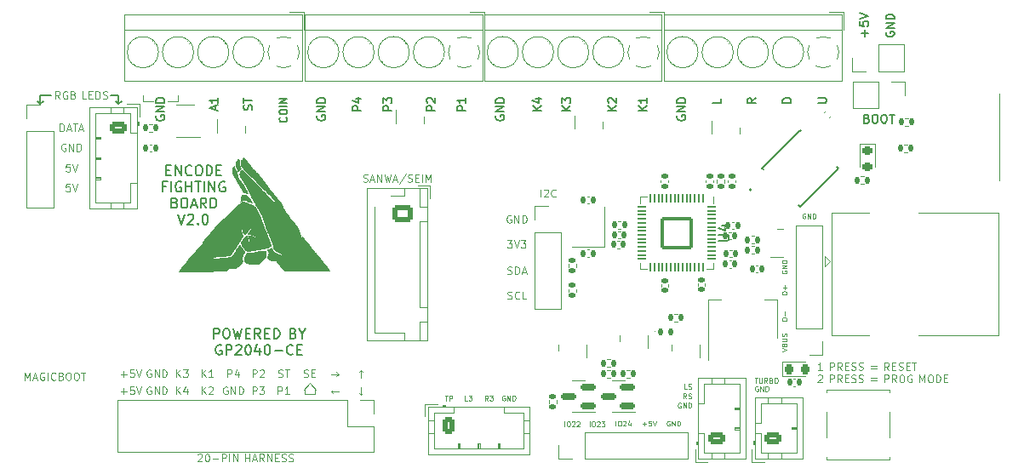
<source format=gbr>
%TF.GenerationSoftware,KiCad,Pcbnew,(7.0.0-0)*%
%TF.CreationDate,2023-08-14T10:15:54-06:00*%
%TF.ProjectId,ReflexFightingBoard,5265666c-6578-4466-9967-6874696e6742,rev?*%
%TF.SameCoordinates,Original*%
%TF.FileFunction,Legend,Top*%
%TF.FilePolarity,Positive*%
%FSLAX46Y46*%
G04 Gerber Fmt 4.6, Leading zero omitted, Abs format (unit mm)*
G04 Created by KiCad (PCBNEW (7.0.0-0)) date 2023-08-14 10:15:54*
%MOMM*%
%LPD*%
G01*
G04 APERTURE LIST*
G04 Aperture macros list*
%AMRoundRect*
0 Rectangle with rounded corners*
0 $1 Rounding radius*
0 $2 $3 $4 $5 $6 $7 $8 $9 X,Y pos of 4 corners*
0 Add a 4 corners polygon primitive as box body*
4,1,4,$2,$3,$4,$5,$6,$7,$8,$9,$2,$3,0*
0 Add four circle primitives for the rounded corners*
1,1,$1+$1,$2,$3*
1,1,$1+$1,$4,$5*
1,1,$1+$1,$6,$7*
1,1,$1+$1,$8,$9*
0 Add four rect primitives between the rounded corners*
20,1,$1+$1,$2,$3,$4,$5,0*
20,1,$1+$1,$4,$5,$6,$7,0*
20,1,$1+$1,$6,$7,$8,$9,0*
20,1,$1+$1,$8,$9,$2,$3,0*%
%AMRotRect*
0 Rectangle, with rotation*
0 The origin of the aperture is its center*
0 $1 length*
0 $2 width*
0 $3 Rotation angle, in degrees counterclockwise*
0 Add horizontal line*
21,1,$1,$2,0,0,$3*%
G04 Aperture macros list end*
%ADD10C,0.120000*%
%ADD11C,0.150000*%
%ADD12C,0.125000*%
%ADD13C,0.100000*%
%ADD14C,0.127000*%
%ADD15C,0.200000*%
%ADD16C,0.010000*%
%ADD17RoundRect,0.135000X0.135000X0.185000X-0.135000X0.185000X-0.135000X-0.185000X0.135000X-0.185000X0*%
%ADD18R,1.060000X0.650000*%
%ADD19RoundRect,0.140000X-0.140000X-0.170000X0.140000X-0.170000X0.140000X0.170000X-0.140000X0.170000X0*%
%ADD20RoundRect,0.135000X0.185000X-0.135000X0.185000X0.135000X-0.185000X0.135000X-0.185000X-0.135000X0*%
%ADD21RoundRect,0.135000X-0.185000X0.135000X-0.185000X-0.135000X0.185000X-0.135000X0.185000X0.135000X0*%
%ADD22R,1.700000X1.700000*%
%ADD23O,1.700000X1.700000*%
%ADD24RoundRect,0.249999X-0.625001X0.350001X-0.625001X-0.350001X0.625001X-0.350001X0.625001X0.350001X0*%
%ADD25O,1.750000X1.200000*%
%ADD26RoundRect,0.250000X0.625000X-0.350000X0.625000X0.350000X-0.625000X0.350000X-0.625000X-0.350000X0*%
%ADD27R,2.300000X2.300000*%
%ADD28C,2.300000*%
%ADD29C,7.000000*%
%ADD30RoundRect,0.140000X0.140000X0.170000X-0.140000X0.170000X-0.140000X-0.170000X0.140000X-0.170000X0*%
%ADD31O,0.200000X0.700000*%
%ADD32C,1.300000*%
%ADD33R,2.000000X1.000000*%
%ADD34O,2.610000X1.600000*%
%ADD35RoundRect,0.250000X-0.350000X-0.625000X0.350000X-0.625000X0.350000X0.625000X-0.350000X0.625000X0*%
%ADD36O,1.200000X1.750000*%
%ADD37RoundRect,0.140000X-0.170000X0.140000X-0.170000X-0.140000X0.170000X-0.140000X0.170000X0.140000X0*%
%ADD38RoundRect,0.135000X-0.135000X-0.185000X0.135000X-0.185000X0.135000X0.185000X-0.135000X0.185000X0*%
%ADD39R,1.600000X1.600000*%
%ADD40C,1.600000*%
%ADD41C,4.000000*%
%ADD42RoundRect,0.147500X-0.147500X-0.172500X0.147500X-0.172500X0.147500X0.172500X-0.147500X0.172500X0*%
%ADD43R,1.500000X2.000000*%
%ADD44R,3.800000X2.000000*%
%ADD45RotRect,1.610000X0.580000X45.000000*%
%ADD46RoundRect,0.150000X0.587500X0.150000X-0.587500X0.150000X-0.587500X-0.150000X0.587500X-0.150000X0*%
%ADD47RoundRect,0.050000X-0.050000X0.387500X-0.050000X-0.387500X0.050000X-0.387500X0.050000X0.387500X0*%
%ADD48RoundRect,0.050000X-0.387500X0.050000X-0.387500X-0.050000X0.387500X-0.050000X0.387500X0.050000X0*%
%ADD49RoundRect,0.144000X-1.456000X1.456000X-1.456000X-1.456000X1.456000X-1.456000X1.456000X1.456000X0*%
%ADD50RoundRect,0.140000X0.170000X-0.140000X0.170000X0.140000X-0.170000X0.140000X-0.170000X-0.140000X0*%
%ADD51R,1.150000X1.400000*%
%ADD52RoundRect,0.218750X-0.218750X-0.256250X0.218750X-0.256250X0.218750X0.256250X-0.218750X0.256250X0*%
%ADD53RoundRect,0.218750X-0.256250X0.218750X-0.256250X-0.218750X0.256250X-0.218750X0.256250X0.218750X0*%
%ADD54R,1.550000X1.300000*%
%ADD55RoundRect,0.140000X0.021213X-0.219203X0.219203X-0.021213X-0.021213X0.219203X-0.219203X0.021213X0*%
%ADD56C,1.200000*%
%ADD57RoundRect,0.250000X-0.725000X0.600000X-0.725000X-0.600000X0.725000X-0.600000X0.725000X0.600000X0*%
%ADD58O,1.950000X1.700000*%
%ADD59C,0.650000*%
%ADD60R,1.100000X0.225000*%
%ADD61O,2.100000X1.000000*%
%ADD62O,1.800000X1.000000*%
%ADD63O,0.700000X0.200000*%
G04 APERTURE END LIST*
D10*
X119050000Y-87711623D02*
X119050000Y-88311623D01*
D11*
X106400000Y-87700000D02*
X105300000Y-87700000D01*
X113100000Y-88600000D02*
X113400000Y-88300000D01*
X112800000Y-88300000D02*
X113100000Y-88600000D01*
D10*
X132100000Y-116400000D02*
X132700000Y-117000000D01*
X131600000Y-117000000D02*
X131600000Y-117500000D01*
D11*
X105300000Y-87700000D02*
X105300000Y-88600000D01*
D10*
X119050000Y-88311623D02*
X118025000Y-88311623D01*
D11*
X105300000Y-88600000D02*
X105600000Y-88300000D01*
X113100000Y-87700000D02*
X112300000Y-87700000D01*
X105000000Y-88300000D02*
X105300000Y-88600000D01*
D10*
X132600000Y-117500000D02*
X132600000Y-116900000D01*
D11*
X113100000Y-87700000D02*
X113100000Y-88600000D01*
D10*
X115550000Y-87711623D02*
X115550000Y-88311623D01*
X132100000Y-116400000D02*
X131500000Y-117000000D01*
X131600000Y-117500000D02*
X132600000Y-117500000D01*
X131600000Y-117000000D02*
X131600000Y-116900000D01*
X116575000Y-88311623D02*
X115550000Y-88311623D01*
D11*
X126361798Y-89200748D02*
X126402274Y-89079319D01*
X126402274Y-89079319D02*
X126402274Y-88876938D01*
X126402274Y-88876938D02*
X126361798Y-88795986D01*
X126361798Y-88795986D02*
X126321322Y-88755510D01*
X126321322Y-88755510D02*
X126240370Y-88715033D01*
X126240370Y-88715033D02*
X126159417Y-88715033D01*
X126159417Y-88715033D02*
X126078465Y-88755510D01*
X126078465Y-88755510D02*
X126037989Y-88795986D01*
X126037989Y-88795986D02*
X125997512Y-88876938D01*
X125997512Y-88876938D02*
X125957036Y-89038843D01*
X125957036Y-89038843D02*
X125916560Y-89119795D01*
X125916560Y-89119795D02*
X125876084Y-89160272D01*
X125876084Y-89160272D02*
X125795131Y-89200748D01*
X125795131Y-89200748D02*
X125714179Y-89200748D01*
X125714179Y-89200748D02*
X125633227Y-89160272D01*
X125633227Y-89160272D02*
X125592751Y-89119795D01*
X125592751Y-89119795D02*
X125552274Y-89038843D01*
X125552274Y-89038843D02*
X125552274Y-88836462D01*
X125552274Y-88836462D02*
X125592751Y-88715033D01*
X125552274Y-88472176D02*
X125552274Y-87986462D01*
X126402274Y-88229319D02*
X125552274Y-88229319D01*
X129774107Y-89932142D02*
X129809821Y-89967856D01*
X129809821Y-89967856D02*
X129845535Y-90074999D01*
X129845535Y-90074999D02*
X129845535Y-90146427D01*
X129845535Y-90146427D02*
X129809821Y-90253570D01*
X129809821Y-90253570D02*
X129738392Y-90324999D01*
X129738392Y-90324999D02*
X129666964Y-90360713D01*
X129666964Y-90360713D02*
X129524107Y-90396427D01*
X129524107Y-90396427D02*
X129416964Y-90396427D01*
X129416964Y-90396427D02*
X129274107Y-90360713D01*
X129274107Y-90360713D02*
X129202678Y-90324999D01*
X129202678Y-90324999D02*
X129131250Y-90253570D01*
X129131250Y-90253570D02*
X129095535Y-90146427D01*
X129095535Y-90146427D02*
X129095535Y-90074999D01*
X129095535Y-90074999D02*
X129131250Y-89967856D01*
X129131250Y-89967856D02*
X129166964Y-89932142D01*
X129095535Y-89467856D02*
X129095535Y-89324999D01*
X129095535Y-89324999D02*
X129131250Y-89253570D01*
X129131250Y-89253570D02*
X129202678Y-89182142D01*
X129202678Y-89182142D02*
X129345535Y-89146427D01*
X129345535Y-89146427D02*
X129595535Y-89146427D01*
X129595535Y-89146427D02*
X129738392Y-89182142D01*
X129738392Y-89182142D02*
X129809821Y-89253570D01*
X129809821Y-89253570D02*
X129845535Y-89324999D01*
X129845535Y-89324999D02*
X129845535Y-89467856D01*
X129845535Y-89467856D02*
X129809821Y-89539285D01*
X129809821Y-89539285D02*
X129738392Y-89610713D01*
X129738392Y-89610713D02*
X129595535Y-89646427D01*
X129595535Y-89646427D02*
X129345535Y-89646427D01*
X129345535Y-89646427D02*
X129202678Y-89610713D01*
X129202678Y-89610713D02*
X129131250Y-89539285D01*
X129131250Y-89539285D02*
X129095535Y-89467856D01*
X129845535Y-88824999D02*
X129095535Y-88824999D01*
X129845535Y-88467856D02*
X129095535Y-88467856D01*
X129095535Y-88467856D02*
X129845535Y-88039285D01*
X129845535Y-88039285D02*
X129095535Y-88039285D01*
D12*
X151789286Y-105493093D02*
X151896429Y-105528807D01*
X151896429Y-105528807D02*
X152075000Y-105528807D01*
X152075000Y-105528807D02*
X152146429Y-105493093D01*
X152146429Y-105493093D02*
X152182143Y-105457379D01*
X152182143Y-105457379D02*
X152217857Y-105385950D01*
X152217857Y-105385950D02*
X152217857Y-105314522D01*
X152217857Y-105314522D02*
X152182143Y-105243093D01*
X152182143Y-105243093D02*
X152146429Y-105207379D01*
X152146429Y-105207379D02*
X152075000Y-105171664D01*
X152075000Y-105171664D02*
X151932143Y-105135950D01*
X151932143Y-105135950D02*
X151860714Y-105100236D01*
X151860714Y-105100236D02*
X151825000Y-105064522D01*
X151825000Y-105064522D02*
X151789286Y-104993093D01*
X151789286Y-104993093D02*
X151789286Y-104921664D01*
X151789286Y-104921664D02*
X151825000Y-104850236D01*
X151825000Y-104850236D02*
X151860714Y-104814522D01*
X151860714Y-104814522D02*
X151932143Y-104778807D01*
X151932143Y-104778807D02*
X152110714Y-104778807D01*
X152110714Y-104778807D02*
X152217857Y-104814522D01*
X152539286Y-105528807D02*
X152539286Y-104778807D01*
X152539286Y-104778807D02*
X152717857Y-104778807D01*
X152717857Y-104778807D02*
X152825000Y-104814522D01*
X152825000Y-104814522D02*
X152896429Y-104885950D01*
X152896429Y-104885950D02*
X152932143Y-104957379D01*
X152932143Y-104957379D02*
X152967857Y-105100236D01*
X152967857Y-105100236D02*
X152967857Y-105207379D01*
X152967857Y-105207379D02*
X152932143Y-105350236D01*
X152932143Y-105350236D02*
X152896429Y-105421664D01*
X152896429Y-105421664D02*
X152825000Y-105493093D01*
X152825000Y-105493093D02*
X152717857Y-105528807D01*
X152717857Y-105528807D02*
X152539286Y-105528807D01*
X153253572Y-105314522D02*
X153610715Y-105314522D01*
X153182143Y-105528807D02*
X153432143Y-104778807D01*
X153432143Y-104778807D02*
X153682143Y-105528807D01*
X155092857Y-97850535D02*
X155092857Y-97100535D01*
X155414286Y-97171964D02*
X155450000Y-97136250D01*
X155450000Y-97136250D02*
X155521429Y-97100535D01*
X155521429Y-97100535D02*
X155700000Y-97100535D01*
X155700000Y-97100535D02*
X155771429Y-97136250D01*
X155771429Y-97136250D02*
X155807143Y-97171964D01*
X155807143Y-97171964D02*
X155842857Y-97243392D01*
X155842857Y-97243392D02*
X155842857Y-97314821D01*
X155842857Y-97314821D02*
X155807143Y-97421964D01*
X155807143Y-97421964D02*
X155378571Y-97850535D01*
X155378571Y-97850535D02*
X155842857Y-97850535D01*
X156592857Y-97779107D02*
X156557143Y-97814821D01*
X156557143Y-97814821D02*
X156450000Y-97850535D01*
X156450000Y-97850535D02*
X156378572Y-97850535D01*
X156378572Y-97850535D02*
X156271429Y-97814821D01*
X156271429Y-97814821D02*
X156200000Y-97743392D01*
X156200000Y-97743392D02*
X156164286Y-97671964D01*
X156164286Y-97671964D02*
X156128572Y-97529107D01*
X156128572Y-97529107D02*
X156128572Y-97421964D01*
X156128572Y-97421964D02*
X156164286Y-97279107D01*
X156164286Y-97279107D02*
X156200000Y-97207678D01*
X156200000Y-97207678D02*
X156271429Y-97136250D01*
X156271429Y-97136250D02*
X156378572Y-97100535D01*
X156378572Y-97100535D02*
X156450000Y-97100535D01*
X156450000Y-97100535D02*
X156557143Y-97136250D01*
X156557143Y-97136250D02*
X156592857Y-97171964D01*
D11*
X182662274Y-88512653D02*
X183350370Y-88512653D01*
X183350370Y-88512653D02*
X183431322Y-88472176D01*
X183431322Y-88472176D02*
X183471798Y-88431700D01*
X183471798Y-88431700D02*
X183512274Y-88350748D01*
X183512274Y-88350748D02*
X183512274Y-88188843D01*
X183512274Y-88188843D02*
X183471798Y-88107891D01*
X183471798Y-88107891D02*
X183431322Y-88067414D01*
X183431322Y-88067414D02*
X183350370Y-88026938D01*
X183350370Y-88026938D02*
X182662274Y-88026938D01*
X180004102Y-88472177D02*
X179154102Y-88472177D01*
X179154102Y-88472177D02*
X179154102Y-88269796D01*
X179154102Y-88269796D02*
X179194579Y-88148367D01*
X179194579Y-88148367D02*
X179275531Y-88067415D01*
X179275531Y-88067415D02*
X179356483Y-88026938D01*
X179356483Y-88026938D02*
X179518388Y-87986462D01*
X179518388Y-87986462D02*
X179639817Y-87986462D01*
X179639817Y-87986462D02*
X179801721Y-88026938D01*
X179801721Y-88026938D02*
X179882674Y-88067415D01*
X179882674Y-88067415D02*
X179963626Y-88148367D01*
X179963626Y-88148367D02*
X180004102Y-88269796D01*
X180004102Y-88269796D02*
X180004102Y-88472177D01*
X155155274Y-89281701D02*
X154305274Y-89281701D01*
X155155274Y-88795986D02*
X154669560Y-89160272D01*
X154305274Y-88795986D02*
X154790989Y-89281701D01*
X154588608Y-88067415D02*
X155155274Y-88067415D01*
X154264798Y-88269796D02*
X154871941Y-88472177D01*
X154871941Y-88472177D02*
X154871941Y-87945986D01*
D12*
X151771428Y-102150535D02*
X152235714Y-102150535D01*
X152235714Y-102150535D02*
X151985714Y-102436250D01*
X151985714Y-102436250D02*
X152092857Y-102436250D01*
X152092857Y-102436250D02*
X152164286Y-102471964D01*
X152164286Y-102471964D02*
X152200000Y-102507678D01*
X152200000Y-102507678D02*
X152235714Y-102579107D01*
X152235714Y-102579107D02*
X152235714Y-102757678D01*
X152235714Y-102757678D02*
X152200000Y-102829107D01*
X152200000Y-102829107D02*
X152164286Y-102864821D01*
X152164286Y-102864821D02*
X152092857Y-102900535D01*
X152092857Y-102900535D02*
X151878571Y-102900535D01*
X151878571Y-102900535D02*
X151807143Y-102864821D01*
X151807143Y-102864821D02*
X151771428Y-102829107D01*
X152450000Y-102150535D02*
X152700000Y-102900535D01*
X152700000Y-102900535D02*
X152950000Y-102150535D01*
X153128571Y-102150535D02*
X153592857Y-102150535D01*
X153592857Y-102150535D02*
X153342857Y-102436250D01*
X153342857Y-102436250D02*
X153450000Y-102436250D01*
X153450000Y-102436250D02*
X153521429Y-102471964D01*
X153521429Y-102471964D02*
X153557143Y-102507678D01*
X153557143Y-102507678D02*
X153592857Y-102579107D01*
X153592857Y-102579107D02*
X153592857Y-102757678D01*
X153592857Y-102757678D02*
X153557143Y-102829107D01*
X153557143Y-102829107D02*
X153521429Y-102864821D01*
X153521429Y-102864821D02*
X153450000Y-102900535D01*
X153450000Y-102900535D02*
X153235714Y-102900535D01*
X153235714Y-102900535D02*
X153164286Y-102864821D01*
X153164286Y-102864821D02*
X153128571Y-102829107D01*
D11*
X117860714Y-95188571D02*
X118194047Y-95188571D01*
X118336904Y-95712380D02*
X117860714Y-95712380D01*
X117860714Y-95712380D02*
X117860714Y-94712380D01*
X117860714Y-94712380D02*
X118336904Y-94712380D01*
X118765476Y-95712380D02*
X118765476Y-94712380D01*
X118765476Y-94712380D02*
X119336904Y-95712380D01*
X119336904Y-95712380D02*
X119336904Y-94712380D01*
X120384523Y-95617142D02*
X120336904Y-95664761D01*
X120336904Y-95664761D02*
X120194047Y-95712380D01*
X120194047Y-95712380D02*
X120098809Y-95712380D01*
X120098809Y-95712380D02*
X119955952Y-95664761D01*
X119955952Y-95664761D02*
X119860714Y-95569523D01*
X119860714Y-95569523D02*
X119813095Y-95474285D01*
X119813095Y-95474285D02*
X119765476Y-95283809D01*
X119765476Y-95283809D02*
X119765476Y-95140952D01*
X119765476Y-95140952D02*
X119813095Y-94950476D01*
X119813095Y-94950476D02*
X119860714Y-94855238D01*
X119860714Y-94855238D02*
X119955952Y-94760000D01*
X119955952Y-94760000D02*
X120098809Y-94712380D01*
X120098809Y-94712380D02*
X120194047Y-94712380D01*
X120194047Y-94712380D02*
X120336904Y-94760000D01*
X120336904Y-94760000D02*
X120384523Y-94807619D01*
X121003571Y-94712380D02*
X121194047Y-94712380D01*
X121194047Y-94712380D02*
X121289285Y-94760000D01*
X121289285Y-94760000D02*
X121384523Y-94855238D01*
X121384523Y-94855238D02*
X121432142Y-95045714D01*
X121432142Y-95045714D02*
X121432142Y-95379047D01*
X121432142Y-95379047D02*
X121384523Y-95569523D01*
X121384523Y-95569523D02*
X121289285Y-95664761D01*
X121289285Y-95664761D02*
X121194047Y-95712380D01*
X121194047Y-95712380D02*
X121003571Y-95712380D01*
X121003571Y-95712380D02*
X120908333Y-95664761D01*
X120908333Y-95664761D02*
X120813095Y-95569523D01*
X120813095Y-95569523D02*
X120765476Y-95379047D01*
X120765476Y-95379047D02*
X120765476Y-95045714D01*
X120765476Y-95045714D02*
X120813095Y-94855238D01*
X120813095Y-94855238D02*
X120908333Y-94760000D01*
X120908333Y-94760000D02*
X121003571Y-94712380D01*
X121860714Y-95712380D02*
X121860714Y-94712380D01*
X121860714Y-94712380D02*
X122098809Y-94712380D01*
X122098809Y-94712380D02*
X122241666Y-94760000D01*
X122241666Y-94760000D02*
X122336904Y-94855238D01*
X122336904Y-94855238D02*
X122384523Y-94950476D01*
X122384523Y-94950476D02*
X122432142Y-95140952D01*
X122432142Y-95140952D02*
X122432142Y-95283809D01*
X122432142Y-95283809D02*
X122384523Y-95474285D01*
X122384523Y-95474285D02*
X122336904Y-95569523D01*
X122336904Y-95569523D02*
X122241666Y-95664761D01*
X122241666Y-95664761D02*
X122098809Y-95712380D01*
X122098809Y-95712380D02*
X121860714Y-95712380D01*
X122860714Y-95188571D02*
X123194047Y-95188571D01*
X123336904Y-95712380D02*
X122860714Y-95712380D01*
X122860714Y-95712380D02*
X122860714Y-94712380D01*
X122860714Y-94712380D02*
X123336904Y-94712380D01*
X117813095Y-96808571D02*
X117479762Y-96808571D01*
X117479762Y-97332380D02*
X117479762Y-96332380D01*
X117479762Y-96332380D02*
X117955952Y-96332380D01*
X118336905Y-97332380D02*
X118336905Y-96332380D01*
X119336904Y-96380000D02*
X119241666Y-96332380D01*
X119241666Y-96332380D02*
X119098809Y-96332380D01*
X119098809Y-96332380D02*
X118955952Y-96380000D01*
X118955952Y-96380000D02*
X118860714Y-96475238D01*
X118860714Y-96475238D02*
X118813095Y-96570476D01*
X118813095Y-96570476D02*
X118765476Y-96760952D01*
X118765476Y-96760952D02*
X118765476Y-96903809D01*
X118765476Y-96903809D02*
X118813095Y-97094285D01*
X118813095Y-97094285D02*
X118860714Y-97189523D01*
X118860714Y-97189523D02*
X118955952Y-97284761D01*
X118955952Y-97284761D02*
X119098809Y-97332380D01*
X119098809Y-97332380D02*
X119194047Y-97332380D01*
X119194047Y-97332380D02*
X119336904Y-97284761D01*
X119336904Y-97284761D02*
X119384523Y-97237142D01*
X119384523Y-97237142D02*
X119384523Y-96903809D01*
X119384523Y-96903809D02*
X119194047Y-96903809D01*
X119813095Y-97332380D02*
X119813095Y-96332380D01*
X119813095Y-96808571D02*
X120384523Y-96808571D01*
X120384523Y-97332380D02*
X120384523Y-96332380D01*
X120717857Y-96332380D02*
X121289285Y-96332380D01*
X121003571Y-97332380D02*
X121003571Y-96332380D01*
X121622619Y-97332380D02*
X121622619Y-96332380D01*
X122098809Y-97332380D02*
X122098809Y-96332380D01*
X122098809Y-96332380D02*
X122670237Y-97332380D01*
X122670237Y-97332380D02*
X122670237Y-96332380D01*
X123670237Y-96380000D02*
X123574999Y-96332380D01*
X123574999Y-96332380D02*
X123432142Y-96332380D01*
X123432142Y-96332380D02*
X123289285Y-96380000D01*
X123289285Y-96380000D02*
X123194047Y-96475238D01*
X123194047Y-96475238D02*
X123146428Y-96570476D01*
X123146428Y-96570476D02*
X123098809Y-96760952D01*
X123098809Y-96760952D02*
X123098809Y-96903809D01*
X123098809Y-96903809D02*
X123146428Y-97094285D01*
X123146428Y-97094285D02*
X123194047Y-97189523D01*
X123194047Y-97189523D02*
X123289285Y-97284761D01*
X123289285Y-97284761D02*
X123432142Y-97332380D01*
X123432142Y-97332380D02*
X123527380Y-97332380D01*
X123527380Y-97332380D02*
X123670237Y-97284761D01*
X123670237Y-97284761D02*
X123717856Y-97237142D01*
X123717856Y-97237142D02*
X123717856Y-96903809D01*
X123717856Y-96903809D02*
X123527380Y-96903809D01*
X118694047Y-98428571D02*
X118836904Y-98476190D01*
X118836904Y-98476190D02*
X118884523Y-98523809D01*
X118884523Y-98523809D02*
X118932142Y-98619047D01*
X118932142Y-98619047D02*
X118932142Y-98761904D01*
X118932142Y-98761904D02*
X118884523Y-98857142D01*
X118884523Y-98857142D02*
X118836904Y-98904761D01*
X118836904Y-98904761D02*
X118741666Y-98952380D01*
X118741666Y-98952380D02*
X118360714Y-98952380D01*
X118360714Y-98952380D02*
X118360714Y-97952380D01*
X118360714Y-97952380D02*
X118694047Y-97952380D01*
X118694047Y-97952380D02*
X118789285Y-98000000D01*
X118789285Y-98000000D02*
X118836904Y-98047619D01*
X118836904Y-98047619D02*
X118884523Y-98142857D01*
X118884523Y-98142857D02*
X118884523Y-98238095D01*
X118884523Y-98238095D02*
X118836904Y-98333333D01*
X118836904Y-98333333D02*
X118789285Y-98380952D01*
X118789285Y-98380952D02*
X118694047Y-98428571D01*
X118694047Y-98428571D02*
X118360714Y-98428571D01*
X119551190Y-97952380D02*
X119741666Y-97952380D01*
X119741666Y-97952380D02*
X119836904Y-98000000D01*
X119836904Y-98000000D02*
X119932142Y-98095238D01*
X119932142Y-98095238D02*
X119979761Y-98285714D01*
X119979761Y-98285714D02*
X119979761Y-98619047D01*
X119979761Y-98619047D02*
X119932142Y-98809523D01*
X119932142Y-98809523D02*
X119836904Y-98904761D01*
X119836904Y-98904761D02*
X119741666Y-98952380D01*
X119741666Y-98952380D02*
X119551190Y-98952380D01*
X119551190Y-98952380D02*
X119455952Y-98904761D01*
X119455952Y-98904761D02*
X119360714Y-98809523D01*
X119360714Y-98809523D02*
X119313095Y-98619047D01*
X119313095Y-98619047D02*
X119313095Y-98285714D01*
X119313095Y-98285714D02*
X119360714Y-98095238D01*
X119360714Y-98095238D02*
X119455952Y-98000000D01*
X119455952Y-98000000D02*
X119551190Y-97952380D01*
X120360714Y-98666666D02*
X120836904Y-98666666D01*
X120265476Y-98952380D02*
X120598809Y-97952380D01*
X120598809Y-97952380D02*
X120932142Y-98952380D01*
X121836904Y-98952380D02*
X121503571Y-98476190D01*
X121265476Y-98952380D02*
X121265476Y-97952380D01*
X121265476Y-97952380D02*
X121646428Y-97952380D01*
X121646428Y-97952380D02*
X121741666Y-98000000D01*
X121741666Y-98000000D02*
X121789285Y-98047619D01*
X121789285Y-98047619D02*
X121836904Y-98142857D01*
X121836904Y-98142857D02*
X121836904Y-98285714D01*
X121836904Y-98285714D02*
X121789285Y-98380952D01*
X121789285Y-98380952D02*
X121741666Y-98428571D01*
X121741666Y-98428571D02*
X121646428Y-98476190D01*
X121646428Y-98476190D02*
X121265476Y-98476190D01*
X122265476Y-98952380D02*
X122265476Y-97952380D01*
X122265476Y-97952380D02*
X122503571Y-97952380D01*
X122503571Y-97952380D02*
X122646428Y-98000000D01*
X122646428Y-98000000D02*
X122741666Y-98095238D01*
X122741666Y-98095238D02*
X122789285Y-98190476D01*
X122789285Y-98190476D02*
X122836904Y-98380952D01*
X122836904Y-98380952D02*
X122836904Y-98523809D01*
X122836904Y-98523809D02*
X122789285Y-98714285D01*
X122789285Y-98714285D02*
X122741666Y-98809523D01*
X122741666Y-98809523D02*
X122646428Y-98904761D01*
X122646428Y-98904761D02*
X122503571Y-98952380D01*
X122503571Y-98952380D02*
X122265476Y-98952380D01*
X119051191Y-99572380D02*
X119384524Y-100572380D01*
X119384524Y-100572380D02*
X119717857Y-99572380D01*
X120003572Y-99667619D02*
X120051191Y-99620000D01*
X120051191Y-99620000D02*
X120146429Y-99572380D01*
X120146429Y-99572380D02*
X120384524Y-99572380D01*
X120384524Y-99572380D02*
X120479762Y-99620000D01*
X120479762Y-99620000D02*
X120527381Y-99667619D01*
X120527381Y-99667619D02*
X120575000Y-99762857D01*
X120575000Y-99762857D02*
X120575000Y-99858095D01*
X120575000Y-99858095D02*
X120527381Y-100000952D01*
X120527381Y-100000952D02*
X119955953Y-100572380D01*
X119955953Y-100572380D02*
X120575000Y-100572380D01*
X121003572Y-100477142D02*
X121051191Y-100524761D01*
X121051191Y-100524761D02*
X121003572Y-100572380D01*
X121003572Y-100572380D02*
X120955953Y-100524761D01*
X120955953Y-100524761D02*
X121003572Y-100477142D01*
X121003572Y-100477142D02*
X121003572Y-100572380D01*
X121670238Y-99572380D02*
X121765476Y-99572380D01*
X121765476Y-99572380D02*
X121860714Y-99620000D01*
X121860714Y-99620000D02*
X121908333Y-99667619D01*
X121908333Y-99667619D02*
X121955952Y-99762857D01*
X121955952Y-99762857D02*
X122003571Y-99953333D01*
X122003571Y-99953333D02*
X122003571Y-100191428D01*
X122003571Y-100191428D02*
X121955952Y-100381904D01*
X121955952Y-100381904D02*
X121908333Y-100477142D01*
X121908333Y-100477142D02*
X121860714Y-100524761D01*
X121860714Y-100524761D02*
X121765476Y-100572380D01*
X121765476Y-100572380D02*
X121670238Y-100572380D01*
X121670238Y-100572380D02*
X121575000Y-100524761D01*
X121575000Y-100524761D02*
X121527381Y-100477142D01*
X121527381Y-100477142D02*
X121479762Y-100381904D01*
X121479762Y-100381904D02*
X121432143Y-100191428D01*
X121432143Y-100191428D02*
X121432143Y-99953333D01*
X121432143Y-99953333D02*
X121479762Y-99762857D01*
X121479762Y-99762857D02*
X121527381Y-99667619D01*
X121527381Y-99667619D02*
X121575000Y-99620000D01*
X121575000Y-99620000D02*
X121670238Y-99572380D01*
D12*
X108257143Y-96553535D02*
X107900000Y-96553535D01*
X107900000Y-96553535D02*
X107864286Y-96910678D01*
X107864286Y-96910678D02*
X107900000Y-96874964D01*
X107900000Y-96874964D02*
X107971429Y-96839250D01*
X107971429Y-96839250D02*
X108150000Y-96839250D01*
X108150000Y-96839250D02*
X108221429Y-96874964D01*
X108221429Y-96874964D02*
X108257143Y-96910678D01*
X108257143Y-96910678D02*
X108292857Y-96982107D01*
X108292857Y-96982107D02*
X108292857Y-97160678D01*
X108292857Y-97160678D02*
X108257143Y-97232107D01*
X108257143Y-97232107D02*
X108221429Y-97267821D01*
X108221429Y-97267821D02*
X108150000Y-97303535D01*
X108150000Y-97303535D02*
X107971429Y-97303535D01*
X107971429Y-97303535D02*
X107900000Y-97267821D01*
X107900000Y-97267821D02*
X107864286Y-97232107D01*
X108507143Y-96553535D02*
X108757143Y-97303535D01*
X108757143Y-97303535D02*
X109007143Y-96553535D01*
X128946428Y-117475535D02*
X128946428Y-116725535D01*
X128946428Y-116725535D02*
X129232142Y-116725535D01*
X129232142Y-116725535D02*
X129303571Y-116761250D01*
X129303571Y-116761250D02*
X129339285Y-116796964D01*
X129339285Y-116796964D02*
X129374999Y-116868392D01*
X129374999Y-116868392D02*
X129374999Y-116975535D01*
X129374999Y-116975535D02*
X129339285Y-117046964D01*
X129339285Y-117046964D02*
X129303571Y-117082678D01*
X129303571Y-117082678D02*
X129232142Y-117118392D01*
X129232142Y-117118392D02*
X128946428Y-117118392D01*
X130089285Y-117475535D02*
X129660714Y-117475535D01*
X129874999Y-117475535D02*
X129874999Y-116725535D01*
X129874999Y-116725535D02*
X129803571Y-116832678D01*
X129803571Y-116832678D02*
X129732142Y-116904107D01*
X129732142Y-116904107D02*
X129660714Y-116939821D01*
X151807143Y-107982768D02*
X151914286Y-108018482D01*
X151914286Y-108018482D02*
X152092857Y-108018482D01*
X152092857Y-108018482D02*
X152164286Y-107982768D01*
X152164286Y-107982768D02*
X152200000Y-107947054D01*
X152200000Y-107947054D02*
X152235714Y-107875625D01*
X152235714Y-107875625D02*
X152235714Y-107804197D01*
X152235714Y-107804197D02*
X152200000Y-107732768D01*
X152200000Y-107732768D02*
X152164286Y-107697054D01*
X152164286Y-107697054D02*
X152092857Y-107661339D01*
X152092857Y-107661339D02*
X151950000Y-107625625D01*
X151950000Y-107625625D02*
X151878571Y-107589911D01*
X151878571Y-107589911D02*
X151842857Y-107554197D01*
X151842857Y-107554197D02*
X151807143Y-107482768D01*
X151807143Y-107482768D02*
X151807143Y-107411339D01*
X151807143Y-107411339D02*
X151842857Y-107339911D01*
X151842857Y-107339911D02*
X151878571Y-107304197D01*
X151878571Y-107304197D02*
X151950000Y-107268482D01*
X151950000Y-107268482D02*
X152128571Y-107268482D01*
X152128571Y-107268482D02*
X152235714Y-107304197D01*
X152985714Y-107947054D02*
X152950000Y-107982768D01*
X152950000Y-107982768D02*
X152842857Y-108018482D01*
X152842857Y-108018482D02*
X152771429Y-108018482D01*
X152771429Y-108018482D02*
X152664286Y-107982768D01*
X152664286Y-107982768D02*
X152592857Y-107911339D01*
X152592857Y-107911339D02*
X152557143Y-107839911D01*
X152557143Y-107839911D02*
X152521429Y-107697054D01*
X152521429Y-107697054D02*
X152521429Y-107589911D01*
X152521429Y-107589911D02*
X152557143Y-107447054D01*
X152557143Y-107447054D02*
X152592857Y-107375625D01*
X152592857Y-107375625D02*
X152664286Y-107304197D01*
X152664286Y-107304197D02*
X152771429Y-107268482D01*
X152771429Y-107268482D02*
X152842857Y-107268482D01*
X152842857Y-107268482D02*
X152950000Y-107304197D01*
X152950000Y-107304197D02*
X152985714Y-107339911D01*
X153664286Y-108018482D02*
X153307143Y-108018482D01*
X153307143Y-108018482D02*
X153307143Y-107268482D01*
X123928571Y-116761250D02*
X123857143Y-116725535D01*
X123857143Y-116725535D02*
X123750000Y-116725535D01*
X123750000Y-116725535D02*
X123642857Y-116761250D01*
X123642857Y-116761250D02*
X123571428Y-116832678D01*
X123571428Y-116832678D02*
X123535714Y-116904107D01*
X123535714Y-116904107D02*
X123500000Y-117046964D01*
X123500000Y-117046964D02*
X123500000Y-117154107D01*
X123500000Y-117154107D02*
X123535714Y-117296964D01*
X123535714Y-117296964D02*
X123571428Y-117368392D01*
X123571428Y-117368392D02*
X123642857Y-117439821D01*
X123642857Y-117439821D02*
X123750000Y-117475535D01*
X123750000Y-117475535D02*
X123821428Y-117475535D01*
X123821428Y-117475535D02*
X123928571Y-117439821D01*
X123928571Y-117439821D02*
X123964285Y-117404107D01*
X123964285Y-117404107D02*
X123964285Y-117154107D01*
X123964285Y-117154107D02*
X123821428Y-117154107D01*
X124285714Y-117475535D02*
X124285714Y-116725535D01*
X124285714Y-116725535D02*
X124714285Y-117475535D01*
X124714285Y-117475535D02*
X124714285Y-116725535D01*
X125071428Y-117475535D02*
X125071428Y-116725535D01*
X125071428Y-116725535D02*
X125249999Y-116725535D01*
X125249999Y-116725535D02*
X125357142Y-116761250D01*
X125357142Y-116761250D02*
X125428571Y-116832678D01*
X125428571Y-116832678D02*
X125464285Y-116904107D01*
X125464285Y-116904107D02*
X125499999Y-117046964D01*
X125499999Y-117046964D02*
X125499999Y-117154107D01*
X125499999Y-117154107D02*
X125464285Y-117296964D01*
X125464285Y-117296964D02*
X125428571Y-117368392D01*
X125428571Y-117368392D02*
X125357142Y-117439821D01*
X125357142Y-117439821D02*
X125249999Y-117475535D01*
X125249999Y-117475535D02*
X125071428Y-117475535D01*
D11*
X187546429Y-90067036D02*
X187667857Y-90107512D01*
X187667857Y-90107512D02*
X187708334Y-90147989D01*
X187708334Y-90147989D02*
X187748810Y-90228941D01*
X187748810Y-90228941D02*
X187748810Y-90350370D01*
X187748810Y-90350370D02*
X187708334Y-90431322D01*
X187708334Y-90431322D02*
X187667857Y-90471798D01*
X187667857Y-90471798D02*
X187586905Y-90512274D01*
X187586905Y-90512274D02*
X187263095Y-90512274D01*
X187263095Y-90512274D02*
X187263095Y-89662274D01*
X187263095Y-89662274D02*
X187546429Y-89662274D01*
X187546429Y-89662274D02*
X187627381Y-89702751D01*
X187627381Y-89702751D02*
X187667857Y-89743227D01*
X187667857Y-89743227D02*
X187708334Y-89824179D01*
X187708334Y-89824179D02*
X187708334Y-89905131D01*
X187708334Y-89905131D02*
X187667857Y-89986084D01*
X187667857Y-89986084D02*
X187627381Y-90026560D01*
X187627381Y-90026560D02*
X187546429Y-90067036D01*
X187546429Y-90067036D02*
X187263095Y-90067036D01*
X188275000Y-89662274D02*
X188436905Y-89662274D01*
X188436905Y-89662274D02*
X188517857Y-89702751D01*
X188517857Y-89702751D02*
X188598810Y-89783703D01*
X188598810Y-89783703D02*
X188639286Y-89945608D01*
X188639286Y-89945608D02*
X188639286Y-90228941D01*
X188639286Y-90228941D02*
X188598810Y-90390846D01*
X188598810Y-90390846D02*
X188517857Y-90471798D01*
X188517857Y-90471798D02*
X188436905Y-90512274D01*
X188436905Y-90512274D02*
X188275000Y-90512274D01*
X188275000Y-90512274D02*
X188194048Y-90471798D01*
X188194048Y-90471798D02*
X188113095Y-90390846D01*
X188113095Y-90390846D02*
X188072619Y-90228941D01*
X188072619Y-90228941D02*
X188072619Y-89945608D01*
X188072619Y-89945608D02*
X188113095Y-89783703D01*
X188113095Y-89783703D02*
X188194048Y-89702751D01*
X188194048Y-89702751D02*
X188275000Y-89662274D01*
X189165476Y-89662274D02*
X189327381Y-89662274D01*
X189327381Y-89662274D02*
X189408333Y-89702751D01*
X189408333Y-89702751D02*
X189489286Y-89783703D01*
X189489286Y-89783703D02*
X189529762Y-89945608D01*
X189529762Y-89945608D02*
X189529762Y-90228941D01*
X189529762Y-90228941D02*
X189489286Y-90390846D01*
X189489286Y-90390846D02*
X189408333Y-90471798D01*
X189408333Y-90471798D02*
X189327381Y-90512274D01*
X189327381Y-90512274D02*
X189165476Y-90512274D01*
X189165476Y-90512274D02*
X189084524Y-90471798D01*
X189084524Y-90471798D02*
X189003571Y-90390846D01*
X189003571Y-90390846D02*
X188963095Y-90228941D01*
X188963095Y-90228941D02*
X188963095Y-89945608D01*
X188963095Y-89945608D02*
X189003571Y-89783703D01*
X189003571Y-89783703D02*
X189084524Y-89702751D01*
X189084524Y-89702751D02*
X189165476Y-89662274D01*
X189772619Y-89662274D02*
X190258333Y-89662274D01*
X190015476Y-90512274D02*
X190015476Y-89662274D01*
D12*
X113335714Y-115489821D02*
X113907143Y-115489821D01*
X113621428Y-115775535D02*
X113621428Y-115204107D01*
X114621428Y-115025535D02*
X114264285Y-115025535D01*
X114264285Y-115025535D02*
X114228571Y-115382678D01*
X114228571Y-115382678D02*
X114264285Y-115346964D01*
X114264285Y-115346964D02*
X114335714Y-115311250D01*
X114335714Y-115311250D02*
X114514285Y-115311250D01*
X114514285Y-115311250D02*
X114585714Y-115346964D01*
X114585714Y-115346964D02*
X114621428Y-115382678D01*
X114621428Y-115382678D02*
X114657142Y-115454107D01*
X114657142Y-115454107D02*
X114657142Y-115632678D01*
X114657142Y-115632678D02*
X114621428Y-115704107D01*
X114621428Y-115704107D02*
X114585714Y-115739821D01*
X114585714Y-115739821D02*
X114514285Y-115775535D01*
X114514285Y-115775535D02*
X114335714Y-115775535D01*
X114335714Y-115775535D02*
X114264285Y-115739821D01*
X114264285Y-115739821D02*
X114228571Y-115704107D01*
X114871428Y-115025535D02*
X115121428Y-115775535D01*
X115121428Y-115775535D02*
X115371428Y-115025535D01*
X131546429Y-115739821D02*
X131653572Y-115775535D01*
X131653572Y-115775535D02*
X131832143Y-115775535D01*
X131832143Y-115775535D02*
X131903572Y-115739821D01*
X131903572Y-115739821D02*
X131939286Y-115704107D01*
X131939286Y-115704107D02*
X131975000Y-115632678D01*
X131975000Y-115632678D02*
X131975000Y-115561250D01*
X131975000Y-115561250D02*
X131939286Y-115489821D01*
X131939286Y-115489821D02*
X131903572Y-115454107D01*
X131903572Y-115454107D02*
X131832143Y-115418392D01*
X131832143Y-115418392D02*
X131689286Y-115382678D01*
X131689286Y-115382678D02*
X131617857Y-115346964D01*
X131617857Y-115346964D02*
X131582143Y-115311250D01*
X131582143Y-115311250D02*
X131546429Y-115239821D01*
X131546429Y-115239821D02*
X131546429Y-115168392D01*
X131546429Y-115168392D02*
X131582143Y-115096964D01*
X131582143Y-115096964D02*
X131617857Y-115061250D01*
X131617857Y-115061250D02*
X131689286Y-115025535D01*
X131689286Y-115025535D02*
X131867857Y-115025535D01*
X131867857Y-115025535D02*
X131975000Y-115061250D01*
X132296429Y-115382678D02*
X132546429Y-115382678D01*
X132653572Y-115775535D02*
X132296429Y-115775535D01*
X132296429Y-115775535D02*
X132296429Y-115025535D01*
X132296429Y-115025535D02*
X132653572Y-115025535D01*
X149866666Y-118108690D02*
X149700000Y-117870595D01*
X149580952Y-118108690D02*
X149580952Y-117608690D01*
X149580952Y-117608690D02*
X149771428Y-117608690D01*
X149771428Y-117608690D02*
X149819047Y-117632500D01*
X149819047Y-117632500D02*
X149842857Y-117656309D01*
X149842857Y-117656309D02*
X149866666Y-117703928D01*
X149866666Y-117703928D02*
X149866666Y-117775357D01*
X149866666Y-117775357D02*
X149842857Y-117822976D01*
X149842857Y-117822976D02*
X149819047Y-117846785D01*
X149819047Y-117846785D02*
X149771428Y-117870595D01*
X149771428Y-117870595D02*
X149580952Y-117870595D01*
X150033333Y-117608690D02*
X150342857Y-117608690D01*
X150342857Y-117608690D02*
X150176190Y-117799166D01*
X150176190Y-117799166D02*
X150247619Y-117799166D01*
X150247619Y-117799166D02*
X150295238Y-117822976D01*
X150295238Y-117822976D02*
X150319047Y-117846785D01*
X150319047Y-117846785D02*
X150342857Y-117894404D01*
X150342857Y-117894404D02*
X150342857Y-118013452D01*
X150342857Y-118013452D02*
X150319047Y-118061071D01*
X150319047Y-118061071D02*
X150295238Y-118084880D01*
X150295238Y-118084880D02*
X150247619Y-118108690D01*
X150247619Y-118108690D02*
X150104762Y-118108690D01*
X150104762Y-118108690D02*
X150057143Y-118084880D01*
X150057143Y-118084880D02*
X150033333Y-118061071D01*
D11*
X147662274Y-89281701D02*
X146812274Y-89281701D01*
X146812274Y-89281701D02*
X146812274Y-88957891D01*
X146812274Y-88957891D02*
X146852751Y-88876939D01*
X146852751Y-88876939D02*
X146893227Y-88836462D01*
X146893227Y-88836462D02*
X146974179Y-88795986D01*
X146974179Y-88795986D02*
X147095608Y-88795986D01*
X147095608Y-88795986D02*
X147176560Y-88836462D01*
X147176560Y-88836462D02*
X147217036Y-88876939D01*
X147217036Y-88876939D02*
X147257512Y-88957891D01*
X147257512Y-88957891D02*
X147257512Y-89281701D01*
X147662274Y-87986462D02*
X147662274Y-88472177D01*
X147662274Y-88229320D02*
X146812274Y-88229320D01*
X146812274Y-88229320D02*
X146933703Y-88310272D01*
X146933703Y-88310272D02*
X147014655Y-88391224D01*
X147014655Y-88391224D02*
X147055131Y-88472177D01*
X189460660Y-81447618D02*
X189420183Y-81528571D01*
X189420183Y-81528571D02*
X189420183Y-81649999D01*
X189420183Y-81649999D02*
X189460660Y-81771428D01*
X189460660Y-81771428D02*
X189541612Y-81852380D01*
X189541612Y-81852380D02*
X189622564Y-81892857D01*
X189622564Y-81892857D02*
X189784469Y-81933333D01*
X189784469Y-81933333D02*
X189905898Y-81933333D01*
X189905898Y-81933333D02*
X190067802Y-81892857D01*
X190067802Y-81892857D02*
X190148755Y-81852380D01*
X190148755Y-81852380D02*
X190229707Y-81771428D01*
X190229707Y-81771428D02*
X190270183Y-81649999D01*
X190270183Y-81649999D02*
X190270183Y-81569047D01*
X190270183Y-81569047D02*
X190229707Y-81447618D01*
X190229707Y-81447618D02*
X190189231Y-81407142D01*
X190189231Y-81407142D02*
X189905898Y-81407142D01*
X189905898Y-81407142D02*
X189905898Y-81569047D01*
X190270183Y-81042857D02*
X189420183Y-81042857D01*
X189420183Y-81042857D02*
X190270183Y-80557142D01*
X190270183Y-80557142D02*
X189420183Y-80557142D01*
X190270183Y-80152381D02*
X189420183Y-80152381D01*
X189420183Y-80152381D02*
X189420183Y-79950000D01*
X189420183Y-79950000D02*
X189460660Y-79828571D01*
X189460660Y-79828571D02*
X189541612Y-79747619D01*
X189541612Y-79747619D02*
X189622564Y-79707142D01*
X189622564Y-79707142D02*
X189784469Y-79666666D01*
X189784469Y-79666666D02*
X189905898Y-79666666D01*
X189905898Y-79666666D02*
X190067802Y-79707142D01*
X190067802Y-79707142D02*
X190148755Y-79747619D01*
X190148755Y-79747619D02*
X190229707Y-79828571D01*
X190229707Y-79828571D02*
X190270183Y-79950000D01*
X190270183Y-79950000D02*
X190270183Y-80152381D01*
D12*
X179583690Y-107540476D02*
X179083690Y-107540476D01*
X179083690Y-107540476D02*
X179083690Y-107421428D01*
X179083690Y-107421428D02*
X179107500Y-107350000D01*
X179107500Y-107350000D02*
X179155119Y-107302381D01*
X179155119Y-107302381D02*
X179202738Y-107278571D01*
X179202738Y-107278571D02*
X179297976Y-107254762D01*
X179297976Y-107254762D02*
X179369404Y-107254762D01*
X179369404Y-107254762D02*
X179464642Y-107278571D01*
X179464642Y-107278571D02*
X179512261Y-107302381D01*
X179512261Y-107302381D02*
X179559880Y-107350000D01*
X179559880Y-107350000D02*
X179583690Y-107421428D01*
X179583690Y-107421428D02*
X179583690Y-107540476D01*
X179393214Y-107040476D02*
X179393214Y-106659524D01*
X179583690Y-106850000D02*
X179202738Y-106850000D01*
X120987143Y-123496964D02*
X121022857Y-123461250D01*
X121022857Y-123461250D02*
X121094286Y-123425535D01*
X121094286Y-123425535D02*
X121272857Y-123425535D01*
X121272857Y-123425535D02*
X121344286Y-123461250D01*
X121344286Y-123461250D02*
X121380000Y-123496964D01*
X121380000Y-123496964D02*
X121415714Y-123568392D01*
X121415714Y-123568392D02*
X121415714Y-123639821D01*
X121415714Y-123639821D02*
X121380000Y-123746964D01*
X121380000Y-123746964D02*
X120951428Y-124175535D01*
X120951428Y-124175535D02*
X121415714Y-124175535D01*
X121880000Y-123425535D02*
X121951429Y-123425535D01*
X121951429Y-123425535D02*
X122022857Y-123461250D01*
X122022857Y-123461250D02*
X122058572Y-123496964D01*
X122058572Y-123496964D02*
X122094286Y-123568392D01*
X122094286Y-123568392D02*
X122130000Y-123711250D01*
X122130000Y-123711250D02*
X122130000Y-123889821D01*
X122130000Y-123889821D02*
X122094286Y-124032678D01*
X122094286Y-124032678D02*
X122058572Y-124104107D01*
X122058572Y-124104107D02*
X122022857Y-124139821D01*
X122022857Y-124139821D02*
X121951429Y-124175535D01*
X121951429Y-124175535D02*
X121880000Y-124175535D01*
X121880000Y-124175535D02*
X121808572Y-124139821D01*
X121808572Y-124139821D02*
X121772857Y-124104107D01*
X121772857Y-124104107D02*
X121737143Y-124032678D01*
X121737143Y-124032678D02*
X121701429Y-123889821D01*
X121701429Y-123889821D02*
X121701429Y-123711250D01*
X121701429Y-123711250D02*
X121737143Y-123568392D01*
X121737143Y-123568392D02*
X121772857Y-123496964D01*
X121772857Y-123496964D02*
X121808572Y-123461250D01*
X121808572Y-123461250D02*
X121880000Y-123425535D01*
X122451429Y-123889821D02*
X123022858Y-123889821D01*
X123380000Y-124175535D02*
X123380000Y-123425535D01*
X123380000Y-123425535D02*
X123665714Y-123425535D01*
X123665714Y-123425535D02*
X123737143Y-123461250D01*
X123737143Y-123461250D02*
X123772857Y-123496964D01*
X123772857Y-123496964D02*
X123808571Y-123568392D01*
X123808571Y-123568392D02*
X123808571Y-123675535D01*
X123808571Y-123675535D02*
X123772857Y-123746964D01*
X123772857Y-123746964D02*
X123737143Y-123782678D01*
X123737143Y-123782678D02*
X123665714Y-123818392D01*
X123665714Y-123818392D02*
X123380000Y-123818392D01*
X124130000Y-124175535D02*
X124130000Y-123425535D01*
X124487143Y-124175535D02*
X124487143Y-123425535D01*
X124487143Y-123425535D02*
X124915714Y-124175535D01*
X124915714Y-124175535D02*
X124915714Y-123425535D01*
X125722857Y-124175535D02*
X125722857Y-123425535D01*
X125722857Y-123782678D02*
X126151428Y-123782678D01*
X126151428Y-124175535D02*
X126151428Y-123425535D01*
X126472857Y-123961250D02*
X126830000Y-123961250D01*
X126401428Y-124175535D02*
X126651428Y-123425535D01*
X126651428Y-123425535D02*
X126901428Y-124175535D01*
X127579999Y-124175535D02*
X127329999Y-123818392D01*
X127151428Y-124175535D02*
X127151428Y-123425535D01*
X127151428Y-123425535D02*
X127437142Y-123425535D01*
X127437142Y-123425535D02*
X127508571Y-123461250D01*
X127508571Y-123461250D02*
X127544285Y-123496964D01*
X127544285Y-123496964D02*
X127579999Y-123568392D01*
X127579999Y-123568392D02*
X127579999Y-123675535D01*
X127579999Y-123675535D02*
X127544285Y-123746964D01*
X127544285Y-123746964D02*
X127508571Y-123782678D01*
X127508571Y-123782678D02*
X127437142Y-123818392D01*
X127437142Y-123818392D02*
X127151428Y-123818392D01*
X127901428Y-124175535D02*
X127901428Y-123425535D01*
X127901428Y-123425535D02*
X128329999Y-124175535D01*
X128329999Y-124175535D02*
X128329999Y-123425535D01*
X128687142Y-123782678D02*
X128937142Y-123782678D01*
X129044285Y-124175535D02*
X128687142Y-124175535D01*
X128687142Y-124175535D02*
X128687142Y-123425535D01*
X128687142Y-123425535D02*
X129044285Y-123425535D01*
X129329999Y-124139821D02*
X129437142Y-124175535D01*
X129437142Y-124175535D02*
X129615713Y-124175535D01*
X129615713Y-124175535D02*
X129687142Y-124139821D01*
X129687142Y-124139821D02*
X129722856Y-124104107D01*
X129722856Y-124104107D02*
X129758570Y-124032678D01*
X129758570Y-124032678D02*
X129758570Y-123961250D01*
X129758570Y-123961250D02*
X129722856Y-123889821D01*
X129722856Y-123889821D02*
X129687142Y-123854107D01*
X129687142Y-123854107D02*
X129615713Y-123818392D01*
X129615713Y-123818392D02*
X129472856Y-123782678D01*
X129472856Y-123782678D02*
X129401427Y-123746964D01*
X129401427Y-123746964D02*
X129365713Y-123711250D01*
X129365713Y-123711250D02*
X129329999Y-123639821D01*
X129329999Y-123639821D02*
X129329999Y-123568392D01*
X129329999Y-123568392D02*
X129365713Y-123496964D01*
X129365713Y-123496964D02*
X129401427Y-123461250D01*
X129401427Y-123461250D02*
X129472856Y-123425535D01*
X129472856Y-123425535D02*
X129651427Y-123425535D01*
X129651427Y-123425535D02*
X129758570Y-123461250D01*
X130044285Y-124139821D02*
X130151428Y-124175535D01*
X130151428Y-124175535D02*
X130329999Y-124175535D01*
X130329999Y-124175535D02*
X130401428Y-124139821D01*
X130401428Y-124139821D02*
X130437142Y-124104107D01*
X130437142Y-124104107D02*
X130472856Y-124032678D01*
X130472856Y-124032678D02*
X130472856Y-123961250D01*
X130472856Y-123961250D02*
X130437142Y-123889821D01*
X130437142Y-123889821D02*
X130401428Y-123854107D01*
X130401428Y-123854107D02*
X130329999Y-123818392D01*
X130329999Y-123818392D02*
X130187142Y-123782678D01*
X130187142Y-123782678D02*
X130115713Y-123746964D01*
X130115713Y-123746964D02*
X130079999Y-123711250D01*
X130079999Y-123711250D02*
X130044285Y-123639821D01*
X130044285Y-123639821D02*
X130044285Y-123568392D01*
X130044285Y-123568392D02*
X130079999Y-123496964D01*
X130079999Y-123496964D02*
X130115713Y-123461250D01*
X130115713Y-123461250D02*
X130187142Y-123425535D01*
X130187142Y-123425535D02*
X130365713Y-123425535D01*
X130365713Y-123425535D02*
X130472856Y-123461250D01*
X162561905Y-120633690D02*
X162561905Y-120133690D01*
X162895238Y-120133690D02*
X162990476Y-120133690D01*
X162990476Y-120133690D02*
X163038095Y-120157500D01*
X163038095Y-120157500D02*
X163085714Y-120205119D01*
X163085714Y-120205119D02*
X163109524Y-120300357D01*
X163109524Y-120300357D02*
X163109524Y-120467023D01*
X163109524Y-120467023D02*
X163085714Y-120562261D01*
X163085714Y-120562261D02*
X163038095Y-120609880D01*
X163038095Y-120609880D02*
X162990476Y-120633690D01*
X162990476Y-120633690D02*
X162895238Y-120633690D01*
X162895238Y-120633690D02*
X162847619Y-120609880D01*
X162847619Y-120609880D02*
X162800000Y-120562261D01*
X162800000Y-120562261D02*
X162776191Y-120467023D01*
X162776191Y-120467023D02*
X162776191Y-120300357D01*
X162776191Y-120300357D02*
X162800000Y-120205119D01*
X162800000Y-120205119D02*
X162847619Y-120157500D01*
X162847619Y-120157500D02*
X162895238Y-120133690D01*
X163300001Y-120181309D02*
X163323810Y-120157500D01*
X163323810Y-120157500D02*
X163371429Y-120133690D01*
X163371429Y-120133690D02*
X163490477Y-120133690D01*
X163490477Y-120133690D02*
X163538096Y-120157500D01*
X163538096Y-120157500D02*
X163561905Y-120181309D01*
X163561905Y-120181309D02*
X163585715Y-120228928D01*
X163585715Y-120228928D02*
X163585715Y-120276547D01*
X163585715Y-120276547D02*
X163561905Y-120347976D01*
X163561905Y-120347976D02*
X163276191Y-120633690D01*
X163276191Y-120633690D02*
X163585715Y-120633690D01*
X164014286Y-120300357D02*
X164014286Y-120633690D01*
X163895238Y-120109880D02*
X163776191Y-120467023D01*
X163776191Y-120467023D02*
X164085714Y-120467023D01*
D11*
X150662751Y-89767414D02*
X150622274Y-89848367D01*
X150622274Y-89848367D02*
X150622274Y-89969795D01*
X150622274Y-89969795D02*
X150662751Y-90091224D01*
X150662751Y-90091224D02*
X150743703Y-90172176D01*
X150743703Y-90172176D02*
X150824655Y-90212653D01*
X150824655Y-90212653D02*
X150986560Y-90253129D01*
X150986560Y-90253129D02*
X151107989Y-90253129D01*
X151107989Y-90253129D02*
X151269893Y-90212653D01*
X151269893Y-90212653D02*
X151350846Y-90172176D01*
X151350846Y-90172176D02*
X151431798Y-90091224D01*
X151431798Y-90091224D02*
X151472274Y-89969795D01*
X151472274Y-89969795D02*
X151472274Y-89888843D01*
X151472274Y-89888843D02*
X151431798Y-89767414D01*
X151431798Y-89767414D02*
X151391322Y-89726938D01*
X151391322Y-89726938D02*
X151107989Y-89726938D01*
X151107989Y-89726938D02*
X151107989Y-89888843D01*
X151472274Y-89362653D02*
X150622274Y-89362653D01*
X150622274Y-89362653D02*
X151472274Y-88876938D01*
X151472274Y-88876938D02*
X150622274Y-88876938D01*
X151472274Y-88472177D02*
X150622274Y-88472177D01*
X150622274Y-88472177D02*
X150622274Y-88269796D01*
X150622274Y-88269796D02*
X150662751Y-88148367D01*
X150662751Y-88148367D02*
X150743703Y-88067415D01*
X150743703Y-88067415D02*
X150824655Y-88026938D01*
X150824655Y-88026938D02*
X150986560Y-87986462D01*
X150986560Y-87986462D02*
X151107989Y-87986462D01*
X151107989Y-87986462D02*
X151269893Y-88026938D01*
X151269893Y-88026938D02*
X151350846Y-88067415D01*
X151350846Y-88067415D02*
X151431798Y-88148367D01*
X151431798Y-88148367D02*
X151472274Y-88269796D01*
X151472274Y-88269796D02*
X151472274Y-88472177D01*
D12*
X145557143Y-117608690D02*
X145842857Y-117608690D01*
X145700000Y-118108690D02*
X145700000Y-117608690D01*
X146009523Y-118108690D02*
X146009523Y-117608690D01*
X146009523Y-117608690D02*
X146199999Y-117608690D01*
X146199999Y-117608690D02*
X146247618Y-117632500D01*
X146247618Y-117632500D02*
X146271428Y-117656309D01*
X146271428Y-117656309D02*
X146295237Y-117703928D01*
X146295237Y-117703928D02*
X146295237Y-117775357D01*
X146295237Y-117775357D02*
X146271428Y-117822976D01*
X146271428Y-117822976D02*
X146247618Y-117846785D01*
X146247618Y-117846785D02*
X146199999Y-117870595D01*
X146199999Y-117870595D02*
X146009523Y-117870595D01*
X134219048Y-115486428D02*
X134980953Y-115486428D01*
X134790476Y-115676904D02*
X134980953Y-115486428D01*
X134980953Y-115486428D02*
X134790476Y-115295952D01*
X134980953Y-117186428D02*
X134219048Y-117186428D01*
X134409524Y-117376904D02*
X134219048Y-117186428D01*
X134219048Y-117186428D02*
X134409524Y-116995952D01*
D11*
X176512274Y-88025748D02*
X176107512Y-88309082D01*
X176512274Y-88511463D02*
X175662274Y-88511463D01*
X175662274Y-88511463D02*
X175662274Y-88187653D01*
X175662274Y-88187653D02*
X175702751Y-88106701D01*
X175702751Y-88106701D02*
X175743227Y-88066224D01*
X175743227Y-88066224D02*
X175824179Y-88025748D01*
X175824179Y-88025748D02*
X175945608Y-88025748D01*
X175945608Y-88025748D02*
X176026560Y-88066224D01*
X176026560Y-88066224D02*
X176067036Y-88106701D01*
X176067036Y-88106701D02*
X176107512Y-88187653D01*
X176107512Y-88187653D02*
X176107512Y-88511463D01*
D12*
X113335714Y-117189821D02*
X113907143Y-117189821D01*
X113621428Y-117475535D02*
X113621428Y-116904107D01*
X114621428Y-116725535D02*
X114264285Y-116725535D01*
X114264285Y-116725535D02*
X114228571Y-117082678D01*
X114228571Y-117082678D02*
X114264285Y-117046964D01*
X114264285Y-117046964D02*
X114335714Y-117011250D01*
X114335714Y-117011250D02*
X114514285Y-117011250D01*
X114514285Y-117011250D02*
X114585714Y-117046964D01*
X114585714Y-117046964D02*
X114621428Y-117082678D01*
X114621428Y-117082678D02*
X114657142Y-117154107D01*
X114657142Y-117154107D02*
X114657142Y-117332678D01*
X114657142Y-117332678D02*
X114621428Y-117404107D01*
X114621428Y-117404107D02*
X114585714Y-117439821D01*
X114585714Y-117439821D02*
X114514285Y-117475535D01*
X114514285Y-117475535D02*
X114335714Y-117475535D01*
X114335714Y-117475535D02*
X114264285Y-117439821D01*
X114264285Y-117439821D02*
X114228571Y-117404107D01*
X114871428Y-116725535D02*
X115121428Y-117475535D01*
X115121428Y-117475535D02*
X115371428Y-116725535D01*
X103803571Y-116075535D02*
X103803571Y-115325535D01*
X103803571Y-115325535D02*
X104053571Y-115861250D01*
X104053571Y-115861250D02*
X104303571Y-115325535D01*
X104303571Y-115325535D02*
X104303571Y-116075535D01*
X104625000Y-115861250D02*
X104982143Y-115861250D01*
X104553571Y-116075535D02*
X104803571Y-115325535D01*
X104803571Y-115325535D02*
X105053571Y-116075535D01*
X105696428Y-115361250D02*
X105625000Y-115325535D01*
X105625000Y-115325535D02*
X105517857Y-115325535D01*
X105517857Y-115325535D02*
X105410714Y-115361250D01*
X105410714Y-115361250D02*
X105339285Y-115432678D01*
X105339285Y-115432678D02*
X105303571Y-115504107D01*
X105303571Y-115504107D02*
X105267857Y-115646964D01*
X105267857Y-115646964D02*
X105267857Y-115754107D01*
X105267857Y-115754107D02*
X105303571Y-115896964D01*
X105303571Y-115896964D02*
X105339285Y-115968392D01*
X105339285Y-115968392D02*
X105410714Y-116039821D01*
X105410714Y-116039821D02*
X105517857Y-116075535D01*
X105517857Y-116075535D02*
X105589285Y-116075535D01*
X105589285Y-116075535D02*
X105696428Y-116039821D01*
X105696428Y-116039821D02*
X105732142Y-116004107D01*
X105732142Y-116004107D02*
X105732142Y-115754107D01*
X105732142Y-115754107D02*
X105589285Y-115754107D01*
X106053571Y-116075535D02*
X106053571Y-115325535D01*
X106839285Y-116004107D02*
X106803571Y-116039821D01*
X106803571Y-116039821D02*
X106696428Y-116075535D01*
X106696428Y-116075535D02*
X106625000Y-116075535D01*
X106625000Y-116075535D02*
X106517857Y-116039821D01*
X106517857Y-116039821D02*
X106446428Y-115968392D01*
X106446428Y-115968392D02*
X106410714Y-115896964D01*
X106410714Y-115896964D02*
X106375000Y-115754107D01*
X106375000Y-115754107D02*
X106375000Y-115646964D01*
X106375000Y-115646964D02*
X106410714Y-115504107D01*
X106410714Y-115504107D02*
X106446428Y-115432678D01*
X106446428Y-115432678D02*
X106517857Y-115361250D01*
X106517857Y-115361250D02*
X106625000Y-115325535D01*
X106625000Y-115325535D02*
X106696428Y-115325535D01*
X106696428Y-115325535D02*
X106803571Y-115361250D01*
X106803571Y-115361250D02*
X106839285Y-115396964D01*
X107410714Y-115682678D02*
X107517857Y-115718392D01*
X107517857Y-115718392D02*
X107553571Y-115754107D01*
X107553571Y-115754107D02*
X107589285Y-115825535D01*
X107589285Y-115825535D02*
X107589285Y-115932678D01*
X107589285Y-115932678D02*
X107553571Y-116004107D01*
X107553571Y-116004107D02*
X107517857Y-116039821D01*
X107517857Y-116039821D02*
X107446428Y-116075535D01*
X107446428Y-116075535D02*
X107160714Y-116075535D01*
X107160714Y-116075535D02*
X107160714Y-115325535D01*
X107160714Y-115325535D02*
X107410714Y-115325535D01*
X107410714Y-115325535D02*
X107482143Y-115361250D01*
X107482143Y-115361250D02*
X107517857Y-115396964D01*
X107517857Y-115396964D02*
X107553571Y-115468392D01*
X107553571Y-115468392D02*
X107553571Y-115539821D01*
X107553571Y-115539821D02*
X107517857Y-115611250D01*
X107517857Y-115611250D02*
X107482143Y-115646964D01*
X107482143Y-115646964D02*
X107410714Y-115682678D01*
X107410714Y-115682678D02*
X107160714Y-115682678D01*
X108053571Y-115325535D02*
X108196428Y-115325535D01*
X108196428Y-115325535D02*
X108267857Y-115361250D01*
X108267857Y-115361250D02*
X108339285Y-115432678D01*
X108339285Y-115432678D02*
X108375000Y-115575535D01*
X108375000Y-115575535D02*
X108375000Y-115825535D01*
X108375000Y-115825535D02*
X108339285Y-115968392D01*
X108339285Y-115968392D02*
X108267857Y-116039821D01*
X108267857Y-116039821D02*
X108196428Y-116075535D01*
X108196428Y-116075535D02*
X108053571Y-116075535D01*
X108053571Y-116075535D02*
X107982143Y-116039821D01*
X107982143Y-116039821D02*
X107910714Y-115968392D01*
X107910714Y-115968392D02*
X107875000Y-115825535D01*
X107875000Y-115825535D02*
X107875000Y-115575535D01*
X107875000Y-115575535D02*
X107910714Y-115432678D01*
X107910714Y-115432678D02*
X107982143Y-115361250D01*
X107982143Y-115361250D02*
X108053571Y-115325535D01*
X108839285Y-115325535D02*
X108982142Y-115325535D01*
X108982142Y-115325535D02*
X109053571Y-115361250D01*
X109053571Y-115361250D02*
X109124999Y-115432678D01*
X109124999Y-115432678D02*
X109160714Y-115575535D01*
X109160714Y-115575535D02*
X109160714Y-115825535D01*
X109160714Y-115825535D02*
X109124999Y-115968392D01*
X109124999Y-115968392D02*
X109053571Y-116039821D01*
X109053571Y-116039821D02*
X108982142Y-116075535D01*
X108982142Y-116075535D02*
X108839285Y-116075535D01*
X108839285Y-116075535D02*
X108767857Y-116039821D01*
X108767857Y-116039821D02*
X108696428Y-115968392D01*
X108696428Y-115968392D02*
X108660714Y-115825535D01*
X108660714Y-115825535D02*
X108660714Y-115575535D01*
X108660714Y-115575535D02*
X108696428Y-115432678D01*
X108696428Y-115432678D02*
X108767857Y-115361250D01*
X108767857Y-115361250D02*
X108839285Y-115325535D01*
X109374999Y-115325535D02*
X109803571Y-115325535D01*
X109589285Y-116075535D02*
X109589285Y-115325535D01*
X107277489Y-88075535D02*
X107027489Y-87718392D01*
X106848918Y-88075535D02*
X106848918Y-87325535D01*
X106848918Y-87325535D02*
X107134632Y-87325535D01*
X107134632Y-87325535D02*
X107206061Y-87361250D01*
X107206061Y-87361250D02*
X107241775Y-87396964D01*
X107241775Y-87396964D02*
X107277489Y-87468392D01*
X107277489Y-87468392D02*
X107277489Y-87575535D01*
X107277489Y-87575535D02*
X107241775Y-87646964D01*
X107241775Y-87646964D02*
X107206061Y-87682678D01*
X107206061Y-87682678D02*
X107134632Y-87718392D01*
X107134632Y-87718392D02*
X106848918Y-87718392D01*
X107991775Y-87361250D02*
X107920347Y-87325535D01*
X107920347Y-87325535D02*
X107813204Y-87325535D01*
X107813204Y-87325535D02*
X107706061Y-87361250D01*
X107706061Y-87361250D02*
X107634632Y-87432678D01*
X107634632Y-87432678D02*
X107598918Y-87504107D01*
X107598918Y-87504107D02*
X107563204Y-87646964D01*
X107563204Y-87646964D02*
X107563204Y-87754107D01*
X107563204Y-87754107D02*
X107598918Y-87896964D01*
X107598918Y-87896964D02*
X107634632Y-87968392D01*
X107634632Y-87968392D02*
X107706061Y-88039821D01*
X107706061Y-88039821D02*
X107813204Y-88075535D01*
X107813204Y-88075535D02*
X107884632Y-88075535D01*
X107884632Y-88075535D02*
X107991775Y-88039821D01*
X107991775Y-88039821D02*
X108027489Y-88004107D01*
X108027489Y-88004107D02*
X108027489Y-87754107D01*
X108027489Y-87754107D02*
X107884632Y-87754107D01*
X108598918Y-87682678D02*
X108706061Y-87718392D01*
X108706061Y-87718392D02*
X108741775Y-87754107D01*
X108741775Y-87754107D02*
X108777489Y-87825535D01*
X108777489Y-87825535D02*
X108777489Y-87932678D01*
X108777489Y-87932678D02*
X108741775Y-88004107D01*
X108741775Y-88004107D02*
X108706061Y-88039821D01*
X108706061Y-88039821D02*
X108634632Y-88075535D01*
X108634632Y-88075535D02*
X108348918Y-88075535D01*
X108348918Y-88075535D02*
X108348918Y-87325535D01*
X108348918Y-87325535D02*
X108598918Y-87325535D01*
X108598918Y-87325535D02*
X108670347Y-87361250D01*
X108670347Y-87361250D02*
X108706061Y-87396964D01*
X108706061Y-87396964D02*
X108741775Y-87468392D01*
X108741775Y-87468392D02*
X108741775Y-87539821D01*
X108741775Y-87539821D02*
X108706061Y-87611250D01*
X108706061Y-87611250D02*
X108670347Y-87646964D01*
X108670347Y-87646964D02*
X108598918Y-87682678D01*
X108598918Y-87682678D02*
X108348918Y-87682678D01*
X109906061Y-88075535D02*
X109548918Y-88075535D01*
X109548918Y-88075535D02*
X109548918Y-87325535D01*
X110156061Y-87682678D02*
X110406061Y-87682678D01*
X110513204Y-88075535D02*
X110156061Y-88075535D01*
X110156061Y-88075535D02*
X110156061Y-87325535D01*
X110156061Y-87325535D02*
X110513204Y-87325535D01*
X110834632Y-88075535D02*
X110834632Y-87325535D01*
X110834632Y-87325535D02*
X111013203Y-87325535D01*
X111013203Y-87325535D02*
X111120346Y-87361250D01*
X111120346Y-87361250D02*
X111191775Y-87432678D01*
X111191775Y-87432678D02*
X111227489Y-87504107D01*
X111227489Y-87504107D02*
X111263203Y-87646964D01*
X111263203Y-87646964D02*
X111263203Y-87754107D01*
X111263203Y-87754107D02*
X111227489Y-87896964D01*
X111227489Y-87896964D02*
X111191775Y-87968392D01*
X111191775Y-87968392D02*
X111120346Y-88039821D01*
X111120346Y-88039821D02*
X111013203Y-88075535D01*
X111013203Y-88075535D02*
X110834632Y-88075535D01*
X111548918Y-88039821D02*
X111656061Y-88075535D01*
X111656061Y-88075535D02*
X111834632Y-88075535D01*
X111834632Y-88075535D02*
X111906061Y-88039821D01*
X111906061Y-88039821D02*
X111941775Y-88004107D01*
X111941775Y-88004107D02*
X111977489Y-87932678D01*
X111977489Y-87932678D02*
X111977489Y-87861250D01*
X111977489Y-87861250D02*
X111941775Y-87789821D01*
X111941775Y-87789821D02*
X111906061Y-87754107D01*
X111906061Y-87754107D02*
X111834632Y-87718392D01*
X111834632Y-87718392D02*
X111691775Y-87682678D01*
X111691775Y-87682678D02*
X111620346Y-87646964D01*
X111620346Y-87646964D02*
X111584632Y-87611250D01*
X111584632Y-87611250D02*
X111548918Y-87539821D01*
X111548918Y-87539821D02*
X111548918Y-87468392D01*
X111548918Y-87468392D02*
X111584632Y-87396964D01*
X111584632Y-87396964D02*
X111620346Y-87361250D01*
X111620346Y-87361250D02*
X111691775Y-87325535D01*
X111691775Y-87325535D02*
X111870346Y-87325535D01*
X111870346Y-87325535D02*
X111977489Y-87361250D01*
X137450000Y-96314821D02*
X137557143Y-96350535D01*
X137557143Y-96350535D02*
X137735714Y-96350535D01*
X137735714Y-96350535D02*
X137807143Y-96314821D01*
X137807143Y-96314821D02*
X137842857Y-96279107D01*
X137842857Y-96279107D02*
X137878571Y-96207678D01*
X137878571Y-96207678D02*
X137878571Y-96136250D01*
X137878571Y-96136250D02*
X137842857Y-96064821D01*
X137842857Y-96064821D02*
X137807143Y-96029107D01*
X137807143Y-96029107D02*
X137735714Y-95993392D01*
X137735714Y-95993392D02*
X137592857Y-95957678D01*
X137592857Y-95957678D02*
X137521428Y-95921964D01*
X137521428Y-95921964D02*
X137485714Y-95886250D01*
X137485714Y-95886250D02*
X137450000Y-95814821D01*
X137450000Y-95814821D02*
X137450000Y-95743392D01*
X137450000Y-95743392D02*
X137485714Y-95671964D01*
X137485714Y-95671964D02*
X137521428Y-95636250D01*
X137521428Y-95636250D02*
X137592857Y-95600535D01*
X137592857Y-95600535D02*
X137771428Y-95600535D01*
X137771428Y-95600535D02*
X137878571Y-95636250D01*
X138164286Y-96136250D02*
X138521429Y-96136250D01*
X138092857Y-96350535D02*
X138342857Y-95600535D01*
X138342857Y-95600535D02*
X138592857Y-96350535D01*
X138842857Y-96350535D02*
X138842857Y-95600535D01*
X138842857Y-95600535D02*
X139271428Y-96350535D01*
X139271428Y-96350535D02*
X139271428Y-95600535D01*
X139557142Y-95600535D02*
X139735714Y-96350535D01*
X139735714Y-96350535D02*
X139878571Y-95814821D01*
X139878571Y-95814821D02*
X140021428Y-96350535D01*
X140021428Y-96350535D02*
X140200000Y-95600535D01*
X140450000Y-96136250D02*
X140807143Y-96136250D01*
X140378571Y-96350535D02*
X140628571Y-95600535D01*
X140628571Y-95600535D02*
X140878571Y-96350535D01*
X141664285Y-95564821D02*
X141021428Y-96529107D01*
X141878571Y-96314821D02*
X141985714Y-96350535D01*
X141985714Y-96350535D02*
X142164285Y-96350535D01*
X142164285Y-96350535D02*
X142235714Y-96314821D01*
X142235714Y-96314821D02*
X142271428Y-96279107D01*
X142271428Y-96279107D02*
X142307142Y-96207678D01*
X142307142Y-96207678D02*
X142307142Y-96136250D01*
X142307142Y-96136250D02*
X142271428Y-96064821D01*
X142271428Y-96064821D02*
X142235714Y-96029107D01*
X142235714Y-96029107D02*
X142164285Y-95993392D01*
X142164285Y-95993392D02*
X142021428Y-95957678D01*
X142021428Y-95957678D02*
X141949999Y-95921964D01*
X141949999Y-95921964D02*
X141914285Y-95886250D01*
X141914285Y-95886250D02*
X141878571Y-95814821D01*
X141878571Y-95814821D02*
X141878571Y-95743392D01*
X141878571Y-95743392D02*
X141914285Y-95671964D01*
X141914285Y-95671964D02*
X141949999Y-95636250D01*
X141949999Y-95636250D02*
X142021428Y-95600535D01*
X142021428Y-95600535D02*
X142199999Y-95600535D01*
X142199999Y-95600535D02*
X142307142Y-95636250D01*
X142628571Y-95957678D02*
X142878571Y-95957678D01*
X142985714Y-96350535D02*
X142628571Y-96350535D01*
X142628571Y-96350535D02*
X142628571Y-95600535D01*
X142628571Y-95600535D02*
X142985714Y-95600535D01*
X143307142Y-96350535D02*
X143307142Y-95600535D01*
X143664285Y-96350535D02*
X143664285Y-95600535D01*
X143664285Y-95600535D02*
X143914285Y-96136250D01*
X143914285Y-96136250D02*
X144164285Y-95600535D01*
X144164285Y-95600535D02*
X144164285Y-96350535D01*
X169641666Y-116958690D02*
X169403571Y-116958690D01*
X169403571Y-116958690D02*
X169403571Y-116458690D01*
X169784524Y-116934880D02*
X169855952Y-116958690D01*
X169855952Y-116958690D02*
X169975000Y-116958690D01*
X169975000Y-116958690D02*
X170022619Y-116934880D01*
X170022619Y-116934880D02*
X170046428Y-116911071D01*
X170046428Y-116911071D02*
X170070238Y-116863452D01*
X170070238Y-116863452D02*
X170070238Y-116815833D01*
X170070238Y-116815833D02*
X170046428Y-116768214D01*
X170046428Y-116768214D02*
X170022619Y-116744404D01*
X170022619Y-116744404D02*
X169975000Y-116720595D01*
X169975000Y-116720595D02*
X169879762Y-116696785D01*
X169879762Y-116696785D02*
X169832143Y-116672976D01*
X169832143Y-116672976D02*
X169808333Y-116649166D01*
X169808333Y-116649166D02*
X169784524Y-116601547D01*
X169784524Y-116601547D02*
X169784524Y-116553928D01*
X169784524Y-116553928D02*
X169808333Y-116506309D01*
X169808333Y-116506309D02*
X169832143Y-116482500D01*
X169832143Y-116482500D02*
X169879762Y-116458690D01*
X169879762Y-116458690D02*
X169998809Y-116458690D01*
X169998809Y-116458690D02*
X170070238Y-116482500D01*
X152128571Y-99711250D02*
X152057143Y-99675535D01*
X152057143Y-99675535D02*
X151950000Y-99675535D01*
X151950000Y-99675535D02*
X151842857Y-99711250D01*
X151842857Y-99711250D02*
X151771428Y-99782678D01*
X151771428Y-99782678D02*
X151735714Y-99854107D01*
X151735714Y-99854107D02*
X151700000Y-99996964D01*
X151700000Y-99996964D02*
X151700000Y-100104107D01*
X151700000Y-100104107D02*
X151735714Y-100246964D01*
X151735714Y-100246964D02*
X151771428Y-100318392D01*
X151771428Y-100318392D02*
X151842857Y-100389821D01*
X151842857Y-100389821D02*
X151950000Y-100425535D01*
X151950000Y-100425535D02*
X152021428Y-100425535D01*
X152021428Y-100425535D02*
X152128571Y-100389821D01*
X152128571Y-100389821D02*
X152164285Y-100354107D01*
X152164285Y-100354107D02*
X152164285Y-100104107D01*
X152164285Y-100104107D02*
X152021428Y-100104107D01*
X152485714Y-100425535D02*
X152485714Y-99675535D01*
X152485714Y-99675535D02*
X152914285Y-100425535D01*
X152914285Y-100425535D02*
X152914285Y-99675535D01*
X153271428Y-100425535D02*
X153271428Y-99675535D01*
X153271428Y-99675535D02*
X153449999Y-99675535D01*
X153449999Y-99675535D02*
X153557142Y-99711250D01*
X153557142Y-99711250D02*
X153628571Y-99782678D01*
X153628571Y-99782678D02*
X153664285Y-99854107D01*
X153664285Y-99854107D02*
X153699999Y-99996964D01*
X153699999Y-99996964D02*
X153699999Y-100104107D01*
X153699999Y-100104107D02*
X153664285Y-100246964D01*
X153664285Y-100246964D02*
X153628571Y-100318392D01*
X153628571Y-100318392D02*
X153557142Y-100389821D01*
X153557142Y-100389821D02*
X153449999Y-100425535D01*
X153449999Y-100425535D02*
X153271428Y-100425535D01*
D11*
X173012274Y-88075748D02*
X173012274Y-88480510D01*
X173012274Y-88480510D02*
X172162274Y-88480510D01*
D12*
X129000000Y-115739821D02*
X129107143Y-115775535D01*
X129107143Y-115775535D02*
X129285714Y-115775535D01*
X129285714Y-115775535D02*
X129357143Y-115739821D01*
X129357143Y-115739821D02*
X129392857Y-115704107D01*
X129392857Y-115704107D02*
X129428571Y-115632678D01*
X129428571Y-115632678D02*
X129428571Y-115561250D01*
X129428571Y-115561250D02*
X129392857Y-115489821D01*
X129392857Y-115489821D02*
X129357143Y-115454107D01*
X129357143Y-115454107D02*
X129285714Y-115418392D01*
X129285714Y-115418392D02*
X129142857Y-115382678D01*
X129142857Y-115382678D02*
X129071428Y-115346964D01*
X129071428Y-115346964D02*
X129035714Y-115311250D01*
X129035714Y-115311250D02*
X129000000Y-115239821D01*
X129000000Y-115239821D02*
X129000000Y-115168392D01*
X129000000Y-115168392D02*
X129035714Y-115096964D01*
X129035714Y-115096964D02*
X129071428Y-115061250D01*
X129071428Y-115061250D02*
X129142857Y-115025535D01*
X129142857Y-115025535D02*
X129321428Y-115025535D01*
X129321428Y-115025535D02*
X129428571Y-115061250D01*
X129642857Y-115025535D02*
X130071429Y-115025535D01*
X129857143Y-115775535D02*
X129857143Y-115025535D01*
D11*
X116852751Y-89767414D02*
X116812274Y-89848367D01*
X116812274Y-89848367D02*
X116812274Y-89969795D01*
X116812274Y-89969795D02*
X116852751Y-90091224D01*
X116852751Y-90091224D02*
X116933703Y-90172176D01*
X116933703Y-90172176D02*
X117014655Y-90212653D01*
X117014655Y-90212653D02*
X117176560Y-90253129D01*
X117176560Y-90253129D02*
X117297989Y-90253129D01*
X117297989Y-90253129D02*
X117459893Y-90212653D01*
X117459893Y-90212653D02*
X117540846Y-90172176D01*
X117540846Y-90172176D02*
X117621798Y-90091224D01*
X117621798Y-90091224D02*
X117662274Y-89969795D01*
X117662274Y-89969795D02*
X117662274Y-89888843D01*
X117662274Y-89888843D02*
X117621798Y-89767414D01*
X117621798Y-89767414D02*
X117581322Y-89726938D01*
X117581322Y-89726938D02*
X117297989Y-89726938D01*
X117297989Y-89726938D02*
X117297989Y-89888843D01*
X117662274Y-89362653D02*
X116812274Y-89362653D01*
X116812274Y-89362653D02*
X117662274Y-88876938D01*
X117662274Y-88876938D02*
X116812274Y-88876938D01*
X117662274Y-88472177D02*
X116812274Y-88472177D01*
X116812274Y-88472177D02*
X116812274Y-88269796D01*
X116812274Y-88269796D02*
X116852751Y-88148367D01*
X116852751Y-88148367D02*
X116933703Y-88067415D01*
X116933703Y-88067415D02*
X117014655Y-88026938D01*
X117014655Y-88026938D02*
X117176560Y-87986462D01*
X117176560Y-87986462D02*
X117297989Y-87986462D01*
X117297989Y-87986462D02*
X117459893Y-88026938D01*
X117459893Y-88026938D02*
X117540846Y-88067415D01*
X117540846Y-88067415D02*
X117621798Y-88148367D01*
X117621798Y-88148367D02*
X117662274Y-88269796D01*
X117662274Y-88269796D02*
X117662274Y-88472177D01*
X158071485Y-89281701D02*
X157221485Y-89281701D01*
X158071485Y-88795986D02*
X157585771Y-89160272D01*
X157221485Y-88795986D02*
X157707200Y-89281701D01*
X157221485Y-88512653D02*
X157221485Y-87986462D01*
X157221485Y-87986462D02*
X157545295Y-88269796D01*
X157545295Y-88269796D02*
X157545295Y-88148367D01*
X157545295Y-88148367D02*
X157585771Y-88067415D01*
X157585771Y-88067415D02*
X157626247Y-88026939D01*
X157626247Y-88026939D02*
X157707200Y-87986462D01*
X157707200Y-87986462D02*
X157909581Y-87986462D01*
X157909581Y-87986462D02*
X157990533Y-88026939D01*
X157990533Y-88026939D02*
X158031009Y-88067415D01*
X158031009Y-88067415D02*
X158071485Y-88148367D01*
X158071485Y-88148367D02*
X158071485Y-88391224D01*
X158071485Y-88391224D02*
X158031009Y-88472177D01*
X158031009Y-88472177D02*
X157990533Y-88512653D01*
D12*
X169594047Y-117908690D02*
X169427381Y-117670595D01*
X169308333Y-117908690D02*
X169308333Y-117408690D01*
X169308333Y-117408690D02*
X169498809Y-117408690D01*
X169498809Y-117408690D02*
X169546428Y-117432500D01*
X169546428Y-117432500D02*
X169570238Y-117456309D01*
X169570238Y-117456309D02*
X169594047Y-117503928D01*
X169594047Y-117503928D02*
X169594047Y-117575357D01*
X169594047Y-117575357D02*
X169570238Y-117622976D01*
X169570238Y-117622976D02*
X169546428Y-117646785D01*
X169546428Y-117646785D02*
X169498809Y-117670595D01*
X169498809Y-117670595D02*
X169308333Y-117670595D01*
X169784524Y-117884880D02*
X169855952Y-117908690D01*
X169855952Y-117908690D02*
X169975000Y-117908690D01*
X169975000Y-117908690D02*
X170022619Y-117884880D01*
X170022619Y-117884880D02*
X170046428Y-117861071D01*
X170046428Y-117861071D02*
X170070238Y-117813452D01*
X170070238Y-117813452D02*
X170070238Y-117765833D01*
X170070238Y-117765833D02*
X170046428Y-117718214D01*
X170046428Y-117718214D02*
X170022619Y-117694404D01*
X170022619Y-117694404D02*
X169975000Y-117670595D01*
X169975000Y-117670595D02*
X169879762Y-117646785D01*
X169879762Y-117646785D02*
X169832143Y-117622976D01*
X169832143Y-117622976D02*
X169808333Y-117599166D01*
X169808333Y-117599166D02*
X169784524Y-117551547D01*
X169784524Y-117551547D02*
X169784524Y-117503928D01*
X169784524Y-117503928D02*
X169808333Y-117456309D01*
X169808333Y-117456309D02*
X169832143Y-117432500D01*
X169832143Y-117432500D02*
X169879762Y-117408690D01*
X169879762Y-117408690D02*
X169998809Y-117408690D01*
X169998809Y-117408690D02*
X170070238Y-117432500D01*
D11*
X187361942Y-81869986D02*
X187361942Y-81222367D01*
X187685751Y-81546176D02*
X187038132Y-81546176D01*
X186835751Y-80412843D02*
X186835751Y-80817605D01*
X186835751Y-80817605D02*
X187240513Y-80858081D01*
X187240513Y-80858081D02*
X187200037Y-80817605D01*
X187200037Y-80817605D02*
X187159561Y-80736652D01*
X187159561Y-80736652D02*
X187159561Y-80534271D01*
X187159561Y-80534271D02*
X187200037Y-80453319D01*
X187200037Y-80453319D02*
X187240513Y-80412843D01*
X187240513Y-80412843D02*
X187321466Y-80372366D01*
X187321466Y-80372366D02*
X187523847Y-80372366D01*
X187523847Y-80372366D02*
X187604799Y-80412843D01*
X187604799Y-80412843D02*
X187645275Y-80453319D01*
X187645275Y-80453319D02*
X187685751Y-80534271D01*
X187685751Y-80534271D02*
X187685751Y-80736652D01*
X187685751Y-80736652D02*
X187645275Y-80817605D01*
X187645275Y-80817605D02*
X187604799Y-80858081D01*
X186835751Y-80129509D02*
X187685751Y-79846176D01*
X187685751Y-79846176D02*
X186835751Y-79562842D01*
X122559524Y-111932380D02*
X122559524Y-110932380D01*
X122559524Y-110932380D02*
X122940476Y-110932380D01*
X122940476Y-110932380D02*
X123035714Y-110980000D01*
X123035714Y-110980000D02*
X123083333Y-111027619D01*
X123083333Y-111027619D02*
X123130952Y-111122857D01*
X123130952Y-111122857D02*
X123130952Y-111265714D01*
X123130952Y-111265714D02*
X123083333Y-111360952D01*
X123083333Y-111360952D02*
X123035714Y-111408571D01*
X123035714Y-111408571D02*
X122940476Y-111456190D01*
X122940476Y-111456190D02*
X122559524Y-111456190D01*
X123750000Y-110932380D02*
X123940476Y-110932380D01*
X123940476Y-110932380D02*
X124035714Y-110980000D01*
X124035714Y-110980000D02*
X124130952Y-111075238D01*
X124130952Y-111075238D02*
X124178571Y-111265714D01*
X124178571Y-111265714D02*
X124178571Y-111599047D01*
X124178571Y-111599047D02*
X124130952Y-111789523D01*
X124130952Y-111789523D02*
X124035714Y-111884761D01*
X124035714Y-111884761D02*
X123940476Y-111932380D01*
X123940476Y-111932380D02*
X123750000Y-111932380D01*
X123750000Y-111932380D02*
X123654762Y-111884761D01*
X123654762Y-111884761D02*
X123559524Y-111789523D01*
X123559524Y-111789523D02*
X123511905Y-111599047D01*
X123511905Y-111599047D02*
X123511905Y-111265714D01*
X123511905Y-111265714D02*
X123559524Y-111075238D01*
X123559524Y-111075238D02*
X123654762Y-110980000D01*
X123654762Y-110980000D02*
X123750000Y-110932380D01*
X124511905Y-110932380D02*
X124750000Y-111932380D01*
X124750000Y-111932380D02*
X124940476Y-111218095D01*
X124940476Y-111218095D02*
X125130952Y-111932380D01*
X125130952Y-111932380D02*
X125369048Y-110932380D01*
X125750000Y-111408571D02*
X126083333Y-111408571D01*
X126226190Y-111932380D02*
X125750000Y-111932380D01*
X125750000Y-111932380D02*
X125750000Y-110932380D01*
X125750000Y-110932380D02*
X126226190Y-110932380D01*
X127226190Y-111932380D02*
X126892857Y-111456190D01*
X126654762Y-111932380D02*
X126654762Y-110932380D01*
X126654762Y-110932380D02*
X127035714Y-110932380D01*
X127035714Y-110932380D02*
X127130952Y-110980000D01*
X127130952Y-110980000D02*
X127178571Y-111027619D01*
X127178571Y-111027619D02*
X127226190Y-111122857D01*
X127226190Y-111122857D02*
X127226190Y-111265714D01*
X127226190Y-111265714D02*
X127178571Y-111360952D01*
X127178571Y-111360952D02*
X127130952Y-111408571D01*
X127130952Y-111408571D02*
X127035714Y-111456190D01*
X127035714Y-111456190D02*
X126654762Y-111456190D01*
X127654762Y-111408571D02*
X127988095Y-111408571D01*
X128130952Y-111932380D02*
X127654762Y-111932380D01*
X127654762Y-111932380D02*
X127654762Y-110932380D01*
X127654762Y-110932380D02*
X128130952Y-110932380D01*
X128559524Y-111932380D02*
X128559524Y-110932380D01*
X128559524Y-110932380D02*
X128797619Y-110932380D01*
X128797619Y-110932380D02*
X128940476Y-110980000D01*
X128940476Y-110980000D02*
X129035714Y-111075238D01*
X129035714Y-111075238D02*
X129083333Y-111170476D01*
X129083333Y-111170476D02*
X129130952Y-111360952D01*
X129130952Y-111360952D02*
X129130952Y-111503809D01*
X129130952Y-111503809D02*
X129083333Y-111694285D01*
X129083333Y-111694285D02*
X129035714Y-111789523D01*
X129035714Y-111789523D02*
X128940476Y-111884761D01*
X128940476Y-111884761D02*
X128797619Y-111932380D01*
X128797619Y-111932380D02*
X128559524Y-111932380D01*
X130492857Y-111408571D02*
X130635714Y-111456190D01*
X130635714Y-111456190D02*
X130683333Y-111503809D01*
X130683333Y-111503809D02*
X130730952Y-111599047D01*
X130730952Y-111599047D02*
X130730952Y-111741904D01*
X130730952Y-111741904D02*
X130683333Y-111837142D01*
X130683333Y-111837142D02*
X130635714Y-111884761D01*
X130635714Y-111884761D02*
X130540476Y-111932380D01*
X130540476Y-111932380D02*
X130159524Y-111932380D01*
X130159524Y-111932380D02*
X130159524Y-110932380D01*
X130159524Y-110932380D02*
X130492857Y-110932380D01*
X130492857Y-110932380D02*
X130588095Y-110980000D01*
X130588095Y-110980000D02*
X130635714Y-111027619D01*
X130635714Y-111027619D02*
X130683333Y-111122857D01*
X130683333Y-111122857D02*
X130683333Y-111218095D01*
X130683333Y-111218095D02*
X130635714Y-111313333D01*
X130635714Y-111313333D02*
X130588095Y-111360952D01*
X130588095Y-111360952D02*
X130492857Y-111408571D01*
X130492857Y-111408571D02*
X130159524Y-111408571D01*
X131350000Y-111456190D02*
X131350000Y-111932380D01*
X131016667Y-110932380D02*
X131350000Y-111456190D01*
X131350000Y-111456190D02*
X131683333Y-110932380D01*
X123335714Y-112600000D02*
X123240476Y-112552380D01*
X123240476Y-112552380D02*
X123097619Y-112552380D01*
X123097619Y-112552380D02*
X122954762Y-112600000D01*
X122954762Y-112600000D02*
X122859524Y-112695238D01*
X122859524Y-112695238D02*
X122811905Y-112790476D01*
X122811905Y-112790476D02*
X122764286Y-112980952D01*
X122764286Y-112980952D02*
X122764286Y-113123809D01*
X122764286Y-113123809D02*
X122811905Y-113314285D01*
X122811905Y-113314285D02*
X122859524Y-113409523D01*
X122859524Y-113409523D02*
X122954762Y-113504761D01*
X122954762Y-113504761D02*
X123097619Y-113552380D01*
X123097619Y-113552380D02*
X123192857Y-113552380D01*
X123192857Y-113552380D02*
X123335714Y-113504761D01*
X123335714Y-113504761D02*
X123383333Y-113457142D01*
X123383333Y-113457142D02*
X123383333Y-113123809D01*
X123383333Y-113123809D02*
X123192857Y-113123809D01*
X123811905Y-113552380D02*
X123811905Y-112552380D01*
X123811905Y-112552380D02*
X124192857Y-112552380D01*
X124192857Y-112552380D02*
X124288095Y-112600000D01*
X124288095Y-112600000D02*
X124335714Y-112647619D01*
X124335714Y-112647619D02*
X124383333Y-112742857D01*
X124383333Y-112742857D02*
X124383333Y-112885714D01*
X124383333Y-112885714D02*
X124335714Y-112980952D01*
X124335714Y-112980952D02*
X124288095Y-113028571D01*
X124288095Y-113028571D02*
X124192857Y-113076190D01*
X124192857Y-113076190D02*
X123811905Y-113076190D01*
X124764286Y-112647619D02*
X124811905Y-112600000D01*
X124811905Y-112600000D02*
X124907143Y-112552380D01*
X124907143Y-112552380D02*
X125145238Y-112552380D01*
X125145238Y-112552380D02*
X125240476Y-112600000D01*
X125240476Y-112600000D02*
X125288095Y-112647619D01*
X125288095Y-112647619D02*
X125335714Y-112742857D01*
X125335714Y-112742857D02*
X125335714Y-112838095D01*
X125335714Y-112838095D02*
X125288095Y-112980952D01*
X125288095Y-112980952D02*
X124716667Y-113552380D01*
X124716667Y-113552380D02*
X125335714Y-113552380D01*
X125954762Y-112552380D02*
X126050000Y-112552380D01*
X126050000Y-112552380D02*
X126145238Y-112600000D01*
X126145238Y-112600000D02*
X126192857Y-112647619D01*
X126192857Y-112647619D02*
X126240476Y-112742857D01*
X126240476Y-112742857D02*
X126288095Y-112933333D01*
X126288095Y-112933333D02*
X126288095Y-113171428D01*
X126288095Y-113171428D02*
X126240476Y-113361904D01*
X126240476Y-113361904D02*
X126192857Y-113457142D01*
X126192857Y-113457142D02*
X126145238Y-113504761D01*
X126145238Y-113504761D02*
X126050000Y-113552380D01*
X126050000Y-113552380D02*
X125954762Y-113552380D01*
X125954762Y-113552380D02*
X125859524Y-113504761D01*
X125859524Y-113504761D02*
X125811905Y-113457142D01*
X125811905Y-113457142D02*
X125764286Y-113361904D01*
X125764286Y-113361904D02*
X125716667Y-113171428D01*
X125716667Y-113171428D02*
X125716667Y-112933333D01*
X125716667Y-112933333D02*
X125764286Y-112742857D01*
X125764286Y-112742857D02*
X125811905Y-112647619D01*
X125811905Y-112647619D02*
X125859524Y-112600000D01*
X125859524Y-112600000D02*
X125954762Y-112552380D01*
X127145238Y-112885714D02*
X127145238Y-113552380D01*
X126907143Y-112504761D02*
X126669048Y-113219047D01*
X126669048Y-113219047D02*
X127288095Y-113219047D01*
X127859524Y-112552380D02*
X127954762Y-112552380D01*
X127954762Y-112552380D02*
X128050000Y-112600000D01*
X128050000Y-112600000D02*
X128097619Y-112647619D01*
X128097619Y-112647619D02*
X128145238Y-112742857D01*
X128145238Y-112742857D02*
X128192857Y-112933333D01*
X128192857Y-112933333D02*
X128192857Y-113171428D01*
X128192857Y-113171428D02*
X128145238Y-113361904D01*
X128145238Y-113361904D02*
X128097619Y-113457142D01*
X128097619Y-113457142D02*
X128050000Y-113504761D01*
X128050000Y-113504761D02*
X127954762Y-113552380D01*
X127954762Y-113552380D02*
X127859524Y-113552380D01*
X127859524Y-113552380D02*
X127764286Y-113504761D01*
X127764286Y-113504761D02*
X127716667Y-113457142D01*
X127716667Y-113457142D02*
X127669048Y-113361904D01*
X127669048Y-113361904D02*
X127621429Y-113171428D01*
X127621429Y-113171428D02*
X127621429Y-112933333D01*
X127621429Y-112933333D02*
X127669048Y-112742857D01*
X127669048Y-112742857D02*
X127716667Y-112647619D01*
X127716667Y-112647619D02*
X127764286Y-112600000D01*
X127764286Y-112600000D02*
X127859524Y-112552380D01*
X128621429Y-113171428D02*
X129383334Y-113171428D01*
X130430952Y-113457142D02*
X130383333Y-113504761D01*
X130383333Y-113504761D02*
X130240476Y-113552380D01*
X130240476Y-113552380D02*
X130145238Y-113552380D01*
X130145238Y-113552380D02*
X130002381Y-113504761D01*
X130002381Y-113504761D02*
X129907143Y-113409523D01*
X129907143Y-113409523D02*
X129859524Y-113314285D01*
X129859524Y-113314285D02*
X129811905Y-113123809D01*
X129811905Y-113123809D02*
X129811905Y-112980952D01*
X129811905Y-112980952D02*
X129859524Y-112790476D01*
X129859524Y-112790476D02*
X129907143Y-112695238D01*
X129907143Y-112695238D02*
X130002381Y-112600000D01*
X130002381Y-112600000D02*
X130145238Y-112552380D01*
X130145238Y-112552380D02*
X130240476Y-112552380D01*
X130240476Y-112552380D02*
X130383333Y-112600000D01*
X130383333Y-112600000D02*
X130430952Y-112647619D01*
X130859524Y-113028571D02*
X131192857Y-113028571D01*
X131335714Y-113552380D02*
X130859524Y-113552380D01*
X130859524Y-113552380D02*
X130859524Y-112552380D01*
X130859524Y-112552380D02*
X131335714Y-112552380D01*
D12*
X123946428Y-115775535D02*
X123946428Y-115025535D01*
X123946428Y-115025535D02*
X124232142Y-115025535D01*
X124232142Y-115025535D02*
X124303571Y-115061250D01*
X124303571Y-115061250D02*
X124339285Y-115096964D01*
X124339285Y-115096964D02*
X124374999Y-115168392D01*
X124374999Y-115168392D02*
X124374999Y-115275535D01*
X124374999Y-115275535D02*
X124339285Y-115346964D01*
X124339285Y-115346964D02*
X124303571Y-115382678D01*
X124303571Y-115382678D02*
X124232142Y-115418392D01*
X124232142Y-115418392D02*
X123946428Y-115418392D01*
X125017857Y-115275535D02*
X125017857Y-115775535D01*
X124839285Y-114989821D02*
X124660714Y-115525535D01*
X124660714Y-115525535D02*
X125124999Y-115525535D01*
X169022618Y-118357500D02*
X168974999Y-118333690D01*
X168974999Y-118333690D02*
X168903570Y-118333690D01*
X168903570Y-118333690D02*
X168832142Y-118357500D01*
X168832142Y-118357500D02*
X168784523Y-118405119D01*
X168784523Y-118405119D02*
X168760713Y-118452738D01*
X168760713Y-118452738D02*
X168736904Y-118547976D01*
X168736904Y-118547976D02*
X168736904Y-118619404D01*
X168736904Y-118619404D02*
X168760713Y-118714642D01*
X168760713Y-118714642D02*
X168784523Y-118762261D01*
X168784523Y-118762261D02*
X168832142Y-118809880D01*
X168832142Y-118809880D02*
X168903570Y-118833690D01*
X168903570Y-118833690D02*
X168951189Y-118833690D01*
X168951189Y-118833690D02*
X169022618Y-118809880D01*
X169022618Y-118809880D02*
X169046427Y-118786071D01*
X169046427Y-118786071D02*
X169046427Y-118619404D01*
X169046427Y-118619404D02*
X168951189Y-118619404D01*
X169260713Y-118833690D02*
X169260713Y-118333690D01*
X169260713Y-118333690D02*
X169546427Y-118833690D01*
X169546427Y-118833690D02*
X169546427Y-118333690D01*
X169784523Y-118833690D02*
X169784523Y-118333690D01*
X169784523Y-118333690D02*
X169903571Y-118333690D01*
X169903571Y-118333690D02*
X169974999Y-118357500D01*
X169974999Y-118357500D02*
X170022618Y-118405119D01*
X170022618Y-118405119D02*
X170046428Y-118452738D01*
X170046428Y-118452738D02*
X170070237Y-118547976D01*
X170070237Y-118547976D02*
X170070237Y-118619404D01*
X170070237Y-118619404D02*
X170046428Y-118714642D01*
X170046428Y-118714642D02*
X170022618Y-118762261D01*
X170022618Y-118762261D02*
X169974999Y-118809880D01*
X169974999Y-118809880D02*
X169903571Y-118833690D01*
X169903571Y-118833690D02*
X169784523Y-118833690D01*
X121346428Y-117475535D02*
X121346428Y-116725535D01*
X121774999Y-117475535D02*
X121453571Y-117046964D01*
X121774999Y-116725535D02*
X121346428Y-117154107D01*
X122060714Y-116796964D02*
X122096428Y-116761250D01*
X122096428Y-116761250D02*
X122167857Y-116725535D01*
X122167857Y-116725535D02*
X122346428Y-116725535D01*
X122346428Y-116725535D02*
X122417857Y-116761250D01*
X122417857Y-116761250D02*
X122453571Y-116796964D01*
X122453571Y-116796964D02*
X122489285Y-116868392D01*
X122489285Y-116868392D02*
X122489285Y-116939821D01*
X122489285Y-116939821D02*
X122453571Y-117046964D01*
X122453571Y-117046964D02*
X122024999Y-117475535D01*
X122024999Y-117475535D02*
X122489285Y-117475535D01*
X151544047Y-117632500D02*
X151496428Y-117608690D01*
X151496428Y-117608690D02*
X151424999Y-117608690D01*
X151424999Y-117608690D02*
X151353571Y-117632500D01*
X151353571Y-117632500D02*
X151305952Y-117680119D01*
X151305952Y-117680119D02*
X151282142Y-117727738D01*
X151282142Y-117727738D02*
X151258333Y-117822976D01*
X151258333Y-117822976D02*
X151258333Y-117894404D01*
X151258333Y-117894404D02*
X151282142Y-117989642D01*
X151282142Y-117989642D02*
X151305952Y-118037261D01*
X151305952Y-118037261D02*
X151353571Y-118084880D01*
X151353571Y-118084880D02*
X151424999Y-118108690D01*
X151424999Y-118108690D02*
X151472618Y-118108690D01*
X151472618Y-118108690D02*
X151544047Y-118084880D01*
X151544047Y-118084880D02*
X151567856Y-118061071D01*
X151567856Y-118061071D02*
X151567856Y-117894404D01*
X151567856Y-117894404D02*
X151472618Y-117894404D01*
X151782142Y-118108690D02*
X151782142Y-117608690D01*
X151782142Y-117608690D02*
X152067856Y-118108690D01*
X152067856Y-118108690D02*
X152067856Y-117608690D01*
X152305952Y-118108690D02*
X152305952Y-117608690D01*
X152305952Y-117608690D02*
X152425000Y-117608690D01*
X152425000Y-117608690D02*
X152496428Y-117632500D01*
X152496428Y-117632500D02*
X152544047Y-117680119D01*
X152544047Y-117680119D02*
X152567857Y-117727738D01*
X152567857Y-117727738D02*
X152591666Y-117822976D01*
X152591666Y-117822976D02*
X152591666Y-117894404D01*
X152591666Y-117894404D02*
X152567857Y-117989642D01*
X152567857Y-117989642D02*
X152544047Y-118037261D01*
X152544047Y-118037261D02*
X152496428Y-118084880D01*
X152496428Y-118084880D02*
X152425000Y-118108690D01*
X152425000Y-118108690D02*
X152305952Y-118108690D01*
X183097501Y-115068035D02*
X182668930Y-115068035D01*
X182883215Y-115068035D02*
X182883215Y-114318035D01*
X182883215Y-114318035D02*
X182811787Y-114425178D01*
X182811787Y-114425178D02*
X182740358Y-114496607D01*
X182740358Y-114496607D02*
X182668930Y-114532321D01*
X183868930Y-115068035D02*
X183868930Y-114318035D01*
X183868930Y-114318035D02*
X184154644Y-114318035D01*
X184154644Y-114318035D02*
X184226073Y-114353750D01*
X184226073Y-114353750D02*
X184261787Y-114389464D01*
X184261787Y-114389464D02*
X184297501Y-114460892D01*
X184297501Y-114460892D02*
X184297501Y-114568035D01*
X184297501Y-114568035D02*
X184261787Y-114639464D01*
X184261787Y-114639464D02*
X184226073Y-114675178D01*
X184226073Y-114675178D02*
X184154644Y-114710892D01*
X184154644Y-114710892D02*
X183868930Y-114710892D01*
X185047501Y-115068035D02*
X184797501Y-114710892D01*
X184618930Y-115068035D02*
X184618930Y-114318035D01*
X184618930Y-114318035D02*
X184904644Y-114318035D01*
X184904644Y-114318035D02*
X184976073Y-114353750D01*
X184976073Y-114353750D02*
X185011787Y-114389464D01*
X185011787Y-114389464D02*
X185047501Y-114460892D01*
X185047501Y-114460892D02*
X185047501Y-114568035D01*
X185047501Y-114568035D02*
X185011787Y-114639464D01*
X185011787Y-114639464D02*
X184976073Y-114675178D01*
X184976073Y-114675178D02*
X184904644Y-114710892D01*
X184904644Y-114710892D02*
X184618930Y-114710892D01*
X185368930Y-114675178D02*
X185618930Y-114675178D01*
X185726073Y-115068035D02*
X185368930Y-115068035D01*
X185368930Y-115068035D02*
X185368930Y-114318035D01*
X185368930Y-114318035D02*
X185726073Y-114318035D01*
X186011787Y-115032321D02*
X186118930Y-115068035D01*
X186118930Y-115068035D02*
X186297501Y-115068035D01*
X186297501Y-115068035D02*
X186368930Y-115032321D01*
X186368930Y-115032321D02*
X186404644Y-114996607D01*
X186404644Y-114996607D02*
X186440358Y-114925178D01*
X186440358Y-114925178D02*
X186440358Y-114853750D01*
X186440358Y-114853750D02*
X186404644Y-114782321D01*
X186404644Y-114782321D02*
X186368930Y-114746607D01*
X186368930Y-114746607D02*
X186297501Y-114710892D01*
X186297501Y-114710892D02*
X186154644Y-114675178D01*
X186154644Y-114675178D02*
X186083215Y-114639464D01*
X186083215Y-114639464D02*
X186047501Y-114603750D01*
X186047501Y-114603750D02*
X186011787Y-114532321D01*
X186011787Y-114532321D02*
X186011787Y-114460892D01*
X186011787Y-114460892D02*
X186047501Y-114389464D01*
X186047501Y-114389464D02*
X186083215Y-114353750D01*
X186083215Y-114353750D02*
X186154644Y-114318035D01*
X186154644Y-114318035D02*
X186333215Y-114318035D01*
X186333215Y-114318035D02*
X186440358Y-114353750D01*
X186726073Y-115032321D02*
X186833216Y-115068035D01*
X186833216Y-115068035D02*
X187011787Y-115068035D01*
X187011787Y-115068035D02*
X187083216Y-115032321D01*
X187083216Y-115032321D02*
X187118930Y-114996607D01*
X187118930Y-114996607D02*
X187154644Y-114925178D01*
X187154644Y-114925178D02*
X187154644Y-114853750D01*
X187154644Y-114853750D02*
X187118930Y-114782321D01*
X187118930Y-114782321D02*
X187083216Y-114746607D01*
X187083216Y-114746607D02*
X187011787Y-114710892D01*
X187011787Y-114710892D02*
X186868930Y-114675178D01*
X186868930Y-114675178D02*
X186797501Y-114639464D01*
X186797501Y-114639464D02*
X186761787Y-114603750D01*
X186761787Y-114603750D02*
X186726073Y-114532321D01*
X186726073Y-114532321D02*
X186726073Y-114460892D01*
X186726073Y-114460892D02*
X186761787Y-114389464D01*
X186761787Y-114389464D02*
X186797501Y-114353750D01*
X186797501Y-114353750D02*
X186868930Y-114318035D01*
X186868930Y-114318035D02*
X187047501Y-114318035D01*
X187047501Y-114318035D02*
X187154644Y-114353750D01*
X187926073Y-114675178D02*
X188497502Y-114675178D01*
X188497502Y-114889464D02*
X187926073Y-114889464D01*
X189733215Y-115068035D02*
X189483215Y-114710892D01*
X189304644Y-115068035D02*
X189304644Y-114318035D01*
X189304644Y-114318035D02*
X189590358Y-114318035D01*
X189590358Y-114318035D02*
X189661787Y-114353750D01*
X189661787Y-114353750D02*
X189697501Y-114389464D01*
X189697501Y-114389464D02*
X189733215Y-114460892D01*
X189733215Y-114460892D02*
X189733215Y-114568035D01*
X189733215Y-114568035D02*
X189697501Y-114639464D01*
X189697501Y-114639464D02*
X189661787Y-114675178D01*
X189661787Y-114675178D02*
X189590358Y-114710892D01*
X189590358Y-114710892D02*
X189304644Y-114710892D01*
X190054644Y-114675178D02*
X190304644Y-114675178D01*
X190411787Y-115068035D02*
X190054644Y-115068035D01*
X190054644Y-115068035D02*
X190054644Y-114318035D01*
X190054644Y-114318035D02*
X190411787Y-114318035D01*
X190697501Y-115032321D02*
X190804644Y-115068035D01*
X190804644Y-115068035D02*
X190983215Y-115068035D01*
X190983215Y-115068035D02*
X191054644Y-115032321D01*
X191054644Y-115032321D02*
X191090358Y-114996607D01*
X191090358Y-114996607D02*
X191126072Y-114925178D01*
X191126072Y-114925178D02*
X191126072Y-114853750D01*
X191126072Y-114853750D02*
X191090358Y-114782321D01*
X191090358Y-114782321D02*
X191054644Y-114746607D01*
X191054644Y-114746607D02*
X190983215Y-114710892D01*
X190983215Y-114710892D02*
X190840358Y-114675178D01*
X190840358Y-114675178D02*
X190768929Y-114639464D01*
X190768929Y-114639464D02*
X190733215Y-114603750D01*
X190733215Y-114603750D02*
X190697501Y-114532321D01*
X190697501Y-114532321D02*
X190697501Y-114460892D01*
X190697501Y-114460892D02*
X190733215Y-114389464D01*
X190733215Y-114389464D02*
X190768929Y-114353750D01*
X190768929Y-114353750D02*
X190840358Y-114318035D01*
X190840358Y-114318035D02*
X191018929Y-114318035D01*
X191018929Y-114318035D02*
X191126072Y-114353750D01*
X191447501Y-114675178D02*
X191697501Y-114675178D01*
X191804644Y-115068035D02*
X191447501Y-115068035D01*
X191447501Y-115068035D02*
X191447501Y-114318035D01*
X191447501Y-114318035D02*
X191804644Y-114318035D01*
X192018929Y-114318035D02*
X192447501Y-114318035D01*
X192233215Y-115068035D02*
X192233215Y-114318035D01*
X182668930Y-115604464D02*
X182704644Y-115568750D01*
X182704644Y-115568750D02*
X182776073Y-115533035D01*
X182776073Y-115533035D02*
X182954644Y-115533035D01*
X182954644Y-115533035D02*
X183026073Y-115568750D01*
X183026073Y-115568750D02*
X183061787Y-115604464D01*
X183061787Y-115604464D02*
X183097501Y-115675892D01*
X183097501Y-115675892D02*
X183097501Y-115747321D01*
X183097501Y-115747321D02*
X183061787Y-115854464D01*
X183061787Y-115854464D02*
X182633215Y-116283035D01*
X182633215Y-116283035D02*
X183097501Y-116283035D01*
X183868930Y-116283035D02*
X183868930Y-115533035D01*
X183868930Y-115533035D02*
X184154644Y-115533035D01*
X184154644Y-115533035D02*
X184226073Y-115568750D01*
X184226073Y-115568750D02*
X184261787Y-115604464D01*
X184261787Y-115604464D02*
X184297501Y-115675892D01*
X184297501Y-115675892D02*
X184297501Y-115783035D01*
X184297501Y-115783035D02*
X184261787Y-115854464D01*
X184261787Y-115854464D02*
X184226073Y-115890178D01*
X184226073Y-115890178D02*
X184154644Y-115925892D01*
X184154644Y-115925892D02*
X183868930Y-115925892D01*
X185047501Y-116283035D02*
X184797501Y-115925892D01*
X184618930Y-116283035D02*
X184618930Y-115533035D01*
X184618930Y-115533035D02*
X184904644Y-115533035D01*
X184904644Y-115533035D02*
X184976073Y-115568750D01*
X184976073Y-115568750D02*
X185011787Y-115604464D01*
X185011787Y-115604464D02*
X185047501Y-115675892D01*
X185047501Y-115675892D02*
X185047501Y-115783035D01*
X185047501Y-115783035D02*
X185011787Y-115854464D01*
X185011787Y-115854464D02*
X184976073Y-115890178D01*
X184976073Y-115890178D02*
X184904644Y-115925892D01*
X184904644Y-115925892D02*
X184618930Y-115925892D01*
X185368930Y-115890178D02*
X185618930Y-115890178D01*
X185726073Y-116283035D02*
X185368930Y-116283035D01*
X185368930Y-116283035D02*
X185368930Y-115533035D01*
X185368930Y-115533035D02*
X185726073Y-115533035D01*
X186011787Y-116247321D02*
X186118930Y-116283035D01*
X186118930Y-116283035D02*
X186297501Y-116283035D01*
X186297501Y-116283035D02*
X186368930Y-116247321D01*
X186368930Y-116247321D02*
X186404644Y-116211607D01*
X186404644Y-116211607D02*
X186440358Y-116140178D01*
X186440358Y-116140178D02*
X186440358Y-116068750D01*
X186440358Y-116068750D02*
X186404644Y-115997321D01*
X186404644Y-115997321D02*
X186368930Y-115961607D01*
X186368930Y-115961607D02*
X186297501Y-115925892D01*
X186297501Y-115925892D02*
X186154644Y-115890178D01*
X186154644Y-115890178D02*
X186083215Y-115854464D01*
X186083215Y-115854464D02*
X186047501Y-115818750D01*
X186047501Y-115818750D02*
X186011787Y-115747321D01*
X186011787Y-115747321D02*
X186011787Y-115675892D01*
X186011787Y-115675892D02*
X186047501Y-115604464D01*
X186047501Y-115604464D02*
X186083215Y-115568750D01*
X186083215Y-115568750D02*
X186154644Y-115533035D01*
X186154644Y-115533035D02*
X186333215Y-115533035D01*
X186333215Y-115533035D02*
X186440358Y-115568750D01*
X186726073Y-116247321D02*
X186833216Y-116283035D01*
X186833216Y-116283035D02*
X187011787Y-116283035D01*
X187011787Y-116283035D02*
X187083216Y-116247321D01*
X187083216Y-116247321D02*
X187118930Y-116211607D01*
X187118930Y-116211607D02*
X187154644Y-116140178D01*
X187154644Y-116140178D02*
X187154644Y-116068750D01*
X187154644Y-116068750D02*
X187118930Y-115997321D01*
X187118930Y-115997321D02*
X187083216Y-115961607D01*
X187083216Y-115961607D02*
X187011787Y-115925892D01*
X187011787Y-115925892D02*
X186868930Y-115890178D01*
X186868930Y-115890178D02*
X186797501Y-115854464D01*
X186797501Y-115854464D02*
X186761787Y-115818750D01*
X186761787Y-115818750D02*
X186726073Y-115747321D01*
X186726073Y-115747321D02*
X186726073Y-115675892D01*
X186726073Y-115675892D02*
X186761787Y-115604464D01*
X186761787Y-115604464D02*
X186797501Y-115568750D01*
X186797501Y-115568750D02*
X186868930Y-115533035D01*
X186868930Y-115533035D02*
X187047501Y-115533035D01*
X187047501Y-115533035D02*
X187154644Y-115568750D01*
X187926073Y-115890178D02*
X188497502Y-115890178D01*
X188497502Y-116104464D02*
X187926073Y-116104464D01*
X189304644Y-116283035D02*
X189304644Y-115533035D01*
X189304644Y-115533035D02*
X189590358Y-115533035D01*
X189590358Y-115533035D02*
X189661787Y-115568750D01*
X189661787Y-115568750D02*
X189697501Y-115604464D01*
X189697501Y-115604464D02*
X189733215Y-115675892D01*
X189733215Y-115675892D02*
X189733215Y-115783035D01*
X189733215Y-115783035D02*
X189697501Y-115854464D01*
X189697501Y-115854464D02*
X189661787Y-115890178D01*
X189661787Y-115890178D02*
X189590358Y-115925892D01*
X189590358Y-115925892D02*
X189304644Y-115925892D01*
X190483215Y-116283035D02*
X190233215Y-115925892D01*
X190054644Y-116283035D02*
X190054644Y-115533035D01*
X190054644Y-115533035D02*
X190340358Y-115533035D01*
X190340358Y-115533035D02*
X190411787Y-115568750D01*
X190411787Y-115568750D02*
X190447501Y-115604464D01*
X190447501Y-115604464D02*
X190483215Y-115675892D01*
X190483215Y-115675892D02*
X190483215Y-115783035D01*
X190483215Y-115783035D02*
X190447501Y-115854464D01*
X190447501Y-115854464D02*
X190411787Y-115890178D01*
X190411787Y-115890178D02*
X190340358Y-115925892D01*
X190340358Y-115925892D02*
X190054644Y-115925892D01*
X190947501Y-115533035D02*
X191090358Y-115533035D01*
X191090358Y-115533035D02*
X191161787Y-115568750D01*
X191161787Y-115568750D02*
X191233215Y-115640178D01*
X191233215Y-115640178D02*
X191268930Y-115783035D01*
X191268930Y-115783035D02*
X191268930Y-116033035D01*
X191268930Y-116033035D02*
X191233215Y-116175892D01*
X191233215Y-116175892D02*
X191161787Y-116247321D01*
X191161787Y-116247321D02*
X191090358Y-116283035D01*
X191090358Y-116283035D02*
X190947501Y-116283035D01*
X190947501Y-116283035D02*
X190876073Y-116247321D01*
X190876073Y-116247321D02*
X190804644Y-116175892D01*
X190804644Y-116175892D02*
X190768930Y-116033035D01*
X190768930Y-116033035D02*
X190768930Y-115783035D01*
X190768930Y-115783035D02*
X190804644Y-115640178D01*
X190804644Y-115640178D02*
X190876073Y-115568750D01*
X190876073Y-115568750D02*
X190947501Y-115533035D01*
X191983215Y-115568750D02*
X191911787Y-115533035D01*
X191911787Y-115533035D02*
X191804644Y-115533035D01*
X191804644Y-115533035D02*
X191697501Y-115568750D01*
X191697501Y-115568750D02*
X191626072Y-115640178D01*
X191626072Y-115640178D02*
X191590358Y-115711607D01*
X191590358Y-115711607D02*
X191554644Y-115854464D01*
X191554644Y-115854464D02*
X191554644Y-115961607D01*
X191554644Y-115961607D02*
X191590358Y-116104464D01*
X191590358Y-116104464D02*
X191626072Y-116175892D01*
X191626072Y-116175892D02*
X191697501Y-116247321D01*
X191697501Y-116247321D02*
X191804644Y-116283035D01*
X191804644Y-116283035D02*
X191876072Y-116283035D01*
X191876072Y-116283035D02*
X191983215Y-116247321D01*
X191983215Y-116247321D02*
X192018929Y-116211607D01*
X192018929Y-116211607D02*
X192018929Y-115961607D01*
X192018929Y-115961607D02*
X191876072Y-115961607D01*
X192790358Y-116283035D02*
X192790358Y-115533035D01*
X192790358Y-115533035D02*
X193040358Y-116068750D01*
X193040358Y-116068750D02*
X193290358Y-115533035D01*
X193290358Y-115533035D02*
X193290358Y-116283035D01*
X193790358Y-115533035D02*
X193933215Y-115533035D01*
X193933215Y-115533035D02*
X194004644Y-115568750D01*
X194004644Y-115568750D02*
X194076072Y-115640178D01*
X194076072Y-115640178D02*
X194111787Y-115783035D01*
X194111787Y-115783035D02*
X194111787Y-116033035D01*
X194111787Y-116033035D02*
X194076072Y-116175892D01*
X194076072Y-116175892D02*
X194004644Y-116247321D01*
X194004644Y-116247321D02*
X193933215Y-116283035D01*
X193933215Y-116283035D02*
X193790358Y-116283035D01*
X193790358Y-116283035D02*
X193718930Y-116247321D01*
X193718930Y-116247321D02*
X193647501Y-116175892D01*
X193647501Y-116175892D02*
X193611787Y-116033035D01*
X193611787Y-116033035D02*
X193611787Y-115783035D01*
X193611787Y-115783035D02*
X193647501Y-115640178D01*
X193647501Y-115640178D02*
X193718930Y-115568750D01*
X193718930Y-115568750D02*
X193790358Y-115533035D01*
X194433215Y-116283035D02*
X194433215Y-115533035D01*
X194433215Y-115533035D02*
X194611786Y-115533035D01*
X194611786Y-115533035D02*
X194718929Y-115568750D01*
X194718929Y-115568750D02*
X194790358Y-115640178D01*
X194790358Y-115640178D02*
X194826072Y-115711607D01*
X194826072Y-115711607D02*
X194861786Y-115854464D01*
X194861786Y-115854464D02*
X194861786Y-115961607D01*
X194861786Y-115961607D02*
X194826072Y-116104464D01*
X194826072Y-116104464D02*
X194790358Y-116175892D01*
X194790358Y-116175892D02*
X194718929Y-116247321D01*
X194718929Y-116247321D02*
X194611786Y-116283035D01*
X194611786Y-116283035D02*
X194433215Y-116283035D01*
X195183215Y-115890178D02*
X195433215Y-115890178D01*
X195540358Y-116283035D02*
X195183215Y-116283035D01*
X195183215Y-116283035D02*
X195183215Y-115533035D01*
X195183215Y-115533035D02*
X195540358Y-115533035D01*
D11*
X122771417Y-89200748D02*
X122771417Y-88795986D01*
X123014274Y-89281700D02*
X122164274Y-88998367D01*
X122164274Y-88998367D02*
X123014274Y-88715033D01*
X123014274Y-87986462D02*
X123014274Y-88472177D01*
X123014274Y-88229320D02*
X122164274Y-88229320D01*
X122164274Y-88229320D02*
X122285703Y-88310272D01*
X122285703Y-88310272D02*
X122366655Y-88391224D01*
X122366655Y-88391224D02*
X122407131Y-88472177D01*
X140297745Y-89281701D02*
X139447745Y-89281701D01*
X139447745Y-89281701D02*
X139447745Y-88957891D01*
X139447745Y-88957891D02*
X139488222Y-88876939D01*
X139488222Y-88876939D02*
X139528698Y-88836462D01*
X139528698Y-88836462D02*
X139609650Y-88795986D01*
X139609650Y-88795986D02*
X139731079Y-88795986D01*
X139731079Y-88795986D02*
X139812031Y-88836462D01*
X139812031Y-88836462D02*
X139852507Y-88876939D01*
X139852507Y-88876939D02*
X139892983Y-88957891D01*
X139892983Y-88957891D02*
X139892983Y-89281701D01*
X139447745Y-88512653D02*
X139447745Y-87986462D01*
X139447745Y-87986462D02*
X139771555Y-88269796D01*
X139771555Y-88269796D02*
X139771555Y-88148367D01*
X139771555Y-88148367D02*
X139812031Y-88067415D01*
X139812031Y-88067415D02*
X139852507Y-88026939D01*
X139852507Y-88026939D02*
X139933460Y-87986462D01*
X139933460Y-87986462D02*
X140135841Y-87986462D01*
X140135841Y-87986462D02*
X140216793Y-88026939D01*
X140216793Y-88026939D02*
X140257269Y-88067415D01*
X140257269Y-88067415D02*
X140297745Y-88148367D01*
X140297745Y-88148367D02*
X140297745Y-88391224D01*
X140297745Y-88391224D02*
X140257269Y-88472177D01*
X140257269Y-88472177D02*
X140216793Y-88512653D01*
D12*
X165207143Y-120443214D02*
X165588096Y-120443214D01*
X165397619Y-120633690D02*
X165397619Y-120252738D01*
X166064286Y-120133690D02*
X165826191Y-120133690D01*
X165826191Y-120133690D02*
X165802382Y-120371785D01*
X165802382Y-120371785D02*
X165826191Y-120347976D01*
X165826191Y-120347976D02*
X165873810Y-120324166D01*
X165873810Y-120324166D02*
X165992858Y-120324166D01*
X165992858Y-120324166D02*
X166040477Y-120347976D01*
X166040477Y-120347976D02*
X166064286Y-120371785D01*
X166064286Y-120371785D02*
X166088096Y-120419404D01*
X166088096Y-120419404D02*
X166088096Y-120538452D01*
X166088096Y-120538452D02*
X166064286Y-120586071D01*
X166064286Y-120586071D02*
X166040477Y-120609880D01*
X166040477Y-120609880D02*
X165992858Y-120633690D01*
X165992858Y-120633690D02*
X165873810Y-120633690D01*
X165873810Y-120633690D02*
X165826191Y-120609880D01*
X165826191Y-120609880D02*
X165802382Y-120586071D01*
X166230953Y-120133690D02*
X166397619Y-120633690D01*
X166397619Y-120633690D02*
X166564286Y-120133690D01*
X126446428Y-117475535D02*
X126446428Y-116725535D01*
X126446428Y-116725535D02*
X126732142Y-116725535D01*
X126732142Y-116725535D02*
X126803571Y-116761250D01*
X126803571Y-116761250D02*
X126839285Y-116796964D01*
X126839285Y-116796964D02*
X126874999Y-116868392D01*
X126874999Y-116868392D02*
X126874999Y-116975535D01*
X126874999Y-116975535D02*
X126839285Y-117046964D01*
X126839285Y-117046964D02*
X126803571Y-117082678D01*
X126803571Y-117082678D02*
X126732142Y-117118392D01*
X126732142Y-117118392D02*
X126446428Y-117118392D01*
X127124999Y-116725535D02*
X127589285Y-116725535D01*
X127589285Y-116725535D02*
X127339285Y-117011250D01*
X127339285Y-117011250D02*
X127446428Y-117011250D01*
X127446428Y-117011250D02*
X127517857Y-117046964D01*
X127517857Y-117046964D02*
X127553571Y-117082678D01*
X127553571Y-117082678D02*
X127589285Y-117154107D01*
X127589285Y-117154107D02*
X127589285Y-117332678D01*
X127589285Y-117332678D02*
X127553571Y-117404107D01*
X127553571Y-117404107D02*
X127517857Y-117439821D01*
X127517857Y-117439821D02*
X127446428Y-117475535D01*
X127446428Y-117475535D02*
X127232142Y-117475535D01*
X127232142Y-117475535D02*
X127160714Y-117439821D01*
X127160714Y-117439821D02*
X127124999Y-117404107D01*
X179583690Y-110140476D02*
X179083690Y-110140476D01*
X179083690Y-110140476D02*
X179083690Y-110021428D01*
X179083690Y-110021428D02*
X179107500Y-109950000D01*
X179107500Y-109950000D02*
X179155119Y-109902381D01*
X179155119Y-109902381D02*
X179202738Y-109878571D01*
X179202738Y-109878571D02*
X179297976Y-109854762D01*
X179297976Y-109854762D02*
X179369404Y-109854762D01*
X179369404Y-109854762D02*
X179464642Y-109878571D01*
X179464642Y-109878571D02*
X179512261Y-109902381D01*
X179512261Y-109902381D02*
X179559880Y-109950000D01*
X179559880Y-109950000D02*
X179583690Y-110021428D01*
X179583690Y-110021428D02*
X179583690Y-110140476D01*
X179393214Y-109640476D02*
X179393214Y-109259524D01*
D11*
X144605810Y-89281701D02*
X143755810Y-89281701D01*
X143755810Y-89281701D02*
X143755810Y-88957891D01*
X143755810Y-88957891D02*
X143796287Y-88876939D01*
X143796287Y-88876939D02*
X143836763Y-88836462D01*
X143836763Y-88836462D02*
X143917715Y-88795986D01*
X143917715Y-88795986D02*
X144039144Y-88795986D01*
X144039144Y-88795986D02*
X144120096Y-88836462D01*
X144120096Y-88836462D02*
X144160572Y-88876939D01*
X144160572Y-88876939D02*
X144201048Y-88957891D01*
X144201048Y-88957891D02*
X144201048Y-89281701D01*
X143836763Y-88472177D02*
X143796287Y-88431701D01*
X143796287Y-88431701D02*
X143755810Y-88350748D01*
X143755810Y-88350748D02*
X143755810Y-88148367D01*
X143755810Y-88148367D02*
X143796287Y-88067415D01*
X143796287Y-88067415D02*
X143836763Y-88026939D01*
X143836763Y-88026939D02*
X143917715Y-87986462D01*
X143917715Y-87986462D02*
X143998667Y-87986462D01*
X143998667Y-87986462D02*
X144120096Y-88026939D01*
X144120096Y-88026939D02*
X144605810Y-88512653D01*
X144605810Y-88512653D02*
X144605810Y-87986462D01*
D12*
X126446428Y-115775535D02*
X126446428Y-115025535D01*
X126446428Y-115025535D02*
X126732142Y-115025535D01*
X126732142Y-115025535D02*
X126803571Y-115061250D01*
X126803571Y-115061250D02*
X126839285Y-115096964D01*
X126839285Y-115096964D02*
X126874999Y-115168392D01*
X126874999Y-115168392D02*
X126874999Y-115275535D01*
X126874999Y-115275535D02*
X126839285Y-115346964D01*
X126839285Y-115346964D02*
X126803571Y-115382678D01*
X126803571Y-115382678D02*
X126732142Y-115418392D01*
X126732142Y-115418392D02*
X126446428Y-115418392D01*
X127160714Y-115096964D02*
X127196428Y-115061250D01*
X127196428Y-115061250D02*
X127267857Y-115025535D01*
X127267857Y-115025535D02*
X127446428Y-115025535D01*
X127446428Y-115025535D02*
X127517857Y-115061250D01*
X127517857Y-115061250D02*
X127553571Y-115096964D01*
X127553571Y-115096964D02*
X127589285Y-115168392D01*
X127589285Y-115168392D02*
X127589285Y-115239821D01*
X127589285Y-115239821D02*
X127553571Y-115346964D01*
X127553571Y-115346964D02*
X127124999Y-115775535D01*
X127124999Y-115775535D02*
X127589285Y-115775535D01*
X176372619Y-115853690D02*
X176658333Y-115853690D01*
X176515476Y-116353690D02*
X176515476Y-115853690D01*
X176824999Y-115853690D02*
X176824999Y-116258452D01*
X176824999Y-116258452D02*
X176848809Y-116306071D01*
X176848809Y-116306071D02*
X176872618Y-116329880D01*
X176872618Y-116329880D02*
X176920237Y-116353690D01*
X176920237Y-116353690D02*
X177015475Y-116353690D01*
X177015475Y-116353690D02*
X177063094Y-116329880D01*
X177063094Y-116329880D02*
X177086904Y-116306071D01*
X177086904Y-116306071D02*
X177110713Y-116258452D01*
X177110713Y-116258452D02*
X177110713Y-115853690D01*
X177634523Y-116353690D02*
X177467857Y-116115595D01*
X177348809Y-116353690D02*
X177348809Y-115853690D01*
X177348809Y-115853690D02*
X177539285Y-115853690D01*
X177539285Y-115853690D02*
X177586904Y-115877500D01*
X177586904Y-115877500D02*
X177610714Y-115901309D01*
X177610714Y-115901309D02*
X177634523Y-115948928D01*
X177634523Y-115948928D02*
X177634523Y-116020357D01*
X177634523Y-116020357D02*
X177610714Y-116067976D01*
X177610714Y-116067976D02*
X177586904Y-116091785D01*
X177586904Y-116091785D02*
X177539285Y-116115595D01*
X177539285Y-116115595D02*
X177348809Y-116115595D01*
X178015476Y-116091785D02*
X178086904Y-116115595D01*
X178086904Y-116115595D02*
X178110714Y-116139404D01*
X178110714Y-116139404D02*
X178134523Y-116187023D01*
X178134523Y-116187023D02*
X178134523Y-116258452D01*
X178134523Y-116258452D02*
X178110714Y-116306071D01*
X178110714Y-116306071D02*
X178086904Y-116329880D01*
X178086904Y-116329880D02*
X178039285Y-116353690D01*
X178039285Y-116353690D02*
X177848809Y-116353690D01*
X177848809Y-116353690D02*
X177848809Y-115853690D01*
X177848809Y-115853690D02*
X178015476Y-115853690D01*
X178015476Y-115853690D02*
X178063095Y-115877500D01*
X178063095Y-115877500D02*
X178086904Y-115901309D01*
X178086904Y-115901309D02*
X178110714Y-115948928D01*
X178110714Y-115948928D02*
X178110714Y-115996547D01*
X178110714Y-115996547D02*
X178086904Y-116044166D01*
X178086904Y-116044166D02*
X178063095Y-116067976D01*
X178063095Y-116067976D02*
X178015476Y-116091785D01*
X178015476Y-116091785D02*
X177848809Y-116091785D01*
X178444047Y-115853690D02*
X178539285Y-115853690D01*
X178539285Y-115853690D02*
X178586904Y-115877500D01*
X178586904Y-115877500D02*
X178634523Y-115925119D01*
X178634523Y-115925119D02*
X178658333Y-116020357D01*
X178658333Y-116020357D02*
X178658333Y-116187023D01*
X178658333Y-116187023D02*
X178634523Y-116282261D01*
X178634523Y-116282261D02*
X178586904Y-116329880D01*
X178586904Y-116329880D02*
X178539285Y-116353690D01*
X178539285Y-116353690D02*
X178444047Y-116353690D01*
X178444047Y-116353690D02*
X178396428Y-116329880D01*
X178396428Y-116329880D02*
X178348809Y-116282261D01*
X178348809Y-116282261D02*
X178325000Y-116187023D01*
X178325000Y-116187023D02*
X178325000Y-116020357D01*
X178325000Y-116020357D02*
X178348809Y-115925119D01*
X178348809Y-115925119D02*
X178396428Y-115877500D01*
X178396428Y-115877500D02*
X178444047Y-115853690D01*
X176705952Y-116687500D02*
X176658333Y-116663690D01*
X176658333Y-116663690D02*
X176586904Y-116663690D01*
X176586904Y-116663690D02*
X176515476Y-116687500D01*
X176515476Y-116687500D02*
X176467857Y-116735119D01*
X176467857Y-116735119D02*
X176444047Y-116782738D01*
X176444047Y-116782738D02*
X176420238Y-116877976D01*
X176420238Y-116877976D02*
X176420238Y-116949404D01*
X176420238Y-116949404D02*
X176444047Y-117044642D01*
X176444047Y-117044642D02*
X176467857Y-117092261D01*
X176467857Y-117092261D02*
X176515476Y-117139880D01*
X176515476Y-117139880D02*
X176586904Y-117163690D01*
X176586904Y-117163690D02*
X176634523Y-117163690D01*
X176634523Y-117163690D02*
X176705952Y-117139880D01*
X176705952Y-117139880D02*
X176729761Y-117116071D01*
X176729761Y-117116071D02*
X176729761Y-116949404D01*
X176729761Y-116949404D02*
X176634523Y-116949404D01*
X176944047Y-117163690D02*
X176944047Y-116663690D01*
X176944047Y-116663690D02*
X177229761Y-117163690D01*
X177229761Y-117163690D02*
X177229761Y-116663690D01*
X177467857Y-117163690D02*
X177467857Y-116663690D01*
X177467857Y-116663690D02*
X177586905Y-116663690D01*
X177586905Y-116663690D02*
X177658333Y-116687500D01*
X177658333Y-116687500D02*
X177705952Y-116735119D01*
X177705952Y-116735119D02*
X177729762Y-116782738D01*
X177729762Y-116782738D02*
X177753571Y-116877976D01*
X177753571Y-116877976D02*
X177753571Y-116949404D01*
X177753571Y-116949404D02*
X177729762Y-117044642D01*
X177729762Y-117044642D02*
X177705952Y-117092261D01*
X177705952Y-117092261D02*
X177658333Y-117139880D01*
X177658333Y-117139880D02*
X177586905Y-117163690D01*
X177586905Y-117163690D02*
X177467857Y-117163690D01*
X116328571Y-115061250D02*
X116257143Y-115025535D01*
X116257143Y-115025535D02*
X116150000Y-115025535D01*
X116150000Y-115025535D02*
X116042857Y-115061250D01*
X116042857Y-115061250D02*
X115971428Y-115132678D01*
X115971428Y-115132678D02*
X115935714Y-115204107D01*
X115935714Y-115204107D02*
X115900000Y-115346964D01*
X115900000Y-115346964D02*
X115900000Y-115454107D01*
X115900000Y-115454107D02*
X115935714Y-115596964D01*
X115935714Y-115596964D02*
X115971428Y-115668392D01*
X115971428Y-115668392D02*
X116042857Y-115739821D01*
X116042857Y-115739821D02*
X116150000Y-115775535D01*
X116150000Y-115775535D02*
X116221428Y-115775535D01*
X116221428Y-115775535D02*
X116328571Y-115739821D01*
X116328571Y-115739821D02*
X116364285Y-115704107D01*
X116364285Y-115704107D02*
X116364285Y-115454107D01*
X116364285Y-115454107D02*
X116221428Y-115454107D01*
X116685714Y-115775535D02*
X116685714Y-115025535D01*
X116685714Y-115025535D02*
X117114285Y-115775535D01*
X117114285Y-115775535D02*
X117114285Y-115025535D01*
X117471428Y-115775535D02*
X117471428Y-115025535D01*
X117471428Y-115025535D02*
X117649999Y-115025535D01*
X117649999Y-115025535D02*
X117757142Y-115061250D01*
X117757142Y-115061250D02*
X117828571Y-115132678D01*
X117828571Y-115132678D02*
X117864285Y-115204107D01*
X117864285Y-115204107D02*
X117899999Y-115346964D01*
X117899999Y-115346964D02*
X117899999Y-115454107D01*
X117899999Y-115454107D02*
X117864285Y-115596964D01*
X117864285Y-115596964D02*
X117828571Y-115668392D01*
X117828571Y-115668392D02*
X117757142Y-115739821D01*
X117757142Y-115739821D02*
X117649999Y-115775535D01*
X117649999Y-115775535D02*
X117471428Y-115775535D01*
X157461905Y-120683690D02*
X157461905Y-120183690D01*
X157795238Y-120183690D02*
X157890476Y-120183690D01*
X157890476Y-120183690D02*
X157938095Y-120207500D01*
X157938095Y-120207500D02*
X157985714Y-120255119D01*
X157985714Y-120255119D02*
X158009524Y-120350357D01*
X158009524Y-120350357D02*
X158009524Y-120517023D01*
X158009524Y-120517023D02*
X157985714Y-120612261D01*
X157985714Y-120612261D02*
X157938095Y-120659880D01*
X157938095Y-120659880D02*
X157890476Y-120683690D01*
X157890476Y-120683690D02*
X157795238Y-120683690D01*
X157795238Y-120683690D02*
X157747619Y-120659880D01*
X157747619Y-120659880D02*
X157700000Y-120612261D01*
X157700000Y-120612261D02*
X157676191Y-120517023D01*
X157676191Y-120517023D02*
X157676191Y-120350357D01*
X157676191Y-120350357D02*
X157700000Y-120255119D01*
X157700000Y-120255119D02*
X157747619Y-120207500D01*
X157747619Y-120207500D02*
X157795238Y-120183690D01*
X158200001Y-120231309D02*
X158223810Y-120207500D01*
X158223810Y-120207500D02*
X158271429Y-120183690D01*
X158271429Y-120183690D02*
X158390477Y-120183690D01*
X158390477Y-120183690D02*
X158438096Y-120207500D01*
X158438096Y-120207500D02*
X158461905Y-120231309D01*
X158461905Y-120231309D02*
X158485715Y-120278928D01*
X158485715Y-120278928D02*
X158485715Y-120326547D01*
X158485715Y-120326547D02*
X158461905Y-120397976D01*
X158461905Y-120397976D02*
X158176191Y-120683690D01*
X158176191Y-120683690D02*
X158485715Y-120683690D01*
X158676191Y-120231309D02*
X158700000Y-120207500D01*
X158700000Y-120207500D02*
X158747619Y-120183690D01*
X158747619Y-120183690D02*
X158866667Y-120183690D01*
X158866667Y-120183690D02*
X158914286Y-120207500D01*
X158914286Y-120207500D02*
X158938095Y-120231309D01*
X158938095Y-120231309D02*
X158961905Y-120278928D01*
X158961905Y-120278928D02*
X158961905Y-120326547D01*
X158961905Y-120326547D02*
X158938095Y-120397976D01*
X158938095Y-120397976D02*
X158652381Y-120683690D01*
X158652381Y-120683690D02*
X158961905Y-120683690D01*
X107828571Y-92576050D02*
X107757143Y-92540335D01*
X107757143Y-92540335D02*
X107650000Y-92540335D01*
X107650000Y-92540335D02*
X107542857Y-92576050D01*
X107542857Y-92576050D02*
X107471428Y-92647478D01*
X107471428Y-92647478D02*
X107435714Y-92718907D01*
X107435714Y-92718907D02*
X107400000Y-92861764D01*
X107400000Y-92861764D02*
X107400000Y-92968907D01*
X107400000Y-92968907D02*
X107435714Y-93111764D01*
X107435714Y-93111764D02*
X107471428Y-93183192D01*
X107471428Y-93183192D02*
X107542857Y-93254621D01*
X107542857Y-93254621D02*
X107650000Y-93290335D01*
X107650000Y-93290335D02*
X107721428Y-93290335D01*
X107721428Y-93290335D02*
X107828571Y-93254621D01*
X107828571Y-93254621D02*
X107864285Y-93218907D01*
X107864285Y-93218907D02*
X107864285Y-92968907D01*
X107864285Y-92968907D02*
X107721428Y-92968907D01*
X108185714Y-93290335D02*
X108185714Y-92540335D01*
X108185714Y-92540335D02*
X108614285Y-93290335D01*
X108614285Y-93290335D02*
X108614285Y-92540335D01*
X108971428Y-93290335D02*
X108971428Y-92540335D01*
X108971428Y-92540335D02*
X109149999Y-92540335D01*
X109149999Y-92540335D02*
X109257142Y-92576050D01*
X109257142Y-92576050D02*
X109328571Y-92647478D01*
X109328571Y-92647478D02*
X109364285Y-92718907D01*
X109364285Y-92718907D02*
X109399999Y-92861764D01*
X109399999Y-92861764D02*
X109399999Y-92968907D01*
X109399999Y-92968907D02*
X109364285Y-93111764D01*
X109364285Y-93111764D02*
X109328571Y-93183192D01*
X109328571Y-93183192D02*
X109257142Y-93254621D01*
X109257142Y-93254621D02*
X109149999Y-93290335D01*
X109149999Y-93290335D02*
X108971428Y-93290335D01*
X137200000Y-115867380D02*
X137200000Y-115105476D01*
X137009524Y-115295952D02*
X137200000Y-115105476D01*
X137200000Y-115105476D02*
X137390476Y-115295952D01*
D11*
X132882751Y-89767414D02*
X132842274Y-89848367D01*
X132842274Y-89848367D02*
X132842274Y-89969795D01*
X132842274Y-89969795D02*
X132882751Y-90091224D01*
X132882751Y-90091224D02*
X132963703Y-90172176D01*
X132963703Y-90172176D02*
X133044655Y-90212653D01*
X133044655Y-90212653D02*
X133206560Y-90253129D01*
X133206560Y-90253129D02*
X133327989Y-90253129D01*
X133327989Y-90253129D02*
X133489893Y-90212653D01*
X133489893Y-90212653D02*
X133570846Y-90172176D01*
X133570846Y-90172176D02*
X133651798Y-90091224D01*
X133651798Y-90091224D02*
X133692274Y-89969795D01*
X133692274Y-89969795D02*
X133692274Y-89888843D01*
X133692274Y-89888843D02*
X133651798Y-89767414D01*
X133651798Y-89767414D02*
X133611322Y-89726938D01*
X133611322Y-89726938D02*
X133327989Y-89726938D01*
X133327989Y-89726938D02*
X133327989Y-89888843D01*
X133692274Y-89362653D02*
X132842274Y-89362653D01*
X132842274Y-89362653D02*
X133692274Y-88876938D01*
X133692274Y-88876938D02*
X132842274Y-88876938D01*
X133692274Y-88472177D02*
X132842274Y-88472177D01*
X132842274Y-88472177D02*
X132842274Y-88269796D01*
X132842274Y-88269796D02*
X132882751Y-88148367D01*
X132882751Y-88148367D02*
X132963703Y-88067415D01*
X132963703Y-88067415D02*
X133044655Y-88026938D01*
X133044655Y-88026938D02*
X133206560Y-87986462D01*
X133206560Y-87986462D02*
X133327989Y-87986462D01*
X133327989Y-87986462D02*
X133489893Y-88026938D01*
X133489893Y-88026938D02*
X133570846Y-88067415D01*
X133570846Y-88067415D02*
X133651798Y-88148367D01*
X133651798Y-88148367D02*
X133692274Y-88269796D01*
X133692274Y-88269796D02*
X133692274Y-88472177D01*
D12*
X107275000Y-91307035D02*
X107275000Y-90557035D01*
X107275000Y-90557035D02*
X107453571Y-90557035D01*
X107453571Y-90557035D02*
X107560714Y-90592750D01*
X107560714Y-90592750D02*
X107632143Y-90664178D01*
X107632143Y-90664178D02*
X107667857Y-90735607D01*
X107667857Y-90735607D02*
X107703571Y-90878464D01*
X107703571Y-90878464D02*
X107703571Y-90985607D01*
X107703571Y-90985607D02*
X107667857Y-91128464D01*
X107667857Y-91128464D02*
X107632143Y-91199892D01*
X107632143Y-91199892D02*
X107560714Y-91271321D01*
X107560714Y-91271321D02*
X107453571Y-91307035D01*
X107453571Y-91307035D02*
X107275000Y-91307035D01*
X107989286Y-91092750D02*
X108346429Y-91092750D01*
X107917857Y-91307035D02*
X108167857Y-90557035D01*
X108167857Y-90557035D02*
X108417857Y-91307035D01*
X108560714Y-90557035D02*
X108989286Y-90557035D01*
X108775000Y-91307035D02*
X108775000Y-90557035D01*
X109203572Y-91092750D02*
X109560715Y-91092750D01*
X109132143Y-91307035D02*
X109382143Y-90557035D01*
X109382143Y-90557035D02*
X109632143Y-91307035D01*
X137200000Y-116805476D02*
X137200000Y-117567380D01*
X137390476Y-117376904D02*
X137200000Y-117567380D01*
X137200000Y-117567380D02*
X137009524Y-117376904D01*
X179083690Y-113216665D02*
X179583690Y-113049999D01*
X179583690Y-113049999D02*
X179083690Y-112883332D01*
X179321785Y-112549999D02*
X179345595Y-112478571D01*
X179345595Y-112478571D02*
X179369404Y-112454761D01*
X179369404Y-112454761D02*
X179417023Y-112430952D01*
X179417023Y-112430952D02*
X179488452Y-112430952D01*
X179488452Y-112430952D02*
X179536071Y-112454761D01*
X179536071Y-112454761D02*
X179559880Y-112478571D01*
X179559880Y-112478571D02*
X179583690Y-112526190D01*
X179583690Y-112526190D02*
X179583690Y-112716666D01*
X179583690Y-112716666D02*
X179083690Y-112716666D01*
X179083690Y-112716666D02*
X179083690Y-112549999D01*
X179083690Y-112549999D02*
X179107500Y-112502380D01*
X179107500Y-112502380D02*
X179131309Y-112478571D01*
X179131309Y-112478571D02*
X179178928Y-112454761D01*
X179178928Y-112454761D02*
X179226547Y-112454761D01*
X179226547Y-112454761D02*
X179274166Y-112478571D01*
X179274166Y-112478571D02*
X179297976Y-112502380D01*
X179297976Y-112502380D02*
X179321785Y-112549999D01*
X179321785Y-112549999D02*
X179321785Y-112716666D01*
X179083690Y-112216666D02*
X179488452Y-112216666D01*
X179488452Y-112216666D02*
X179536071Y-112192856D01*
X179536071Y-112192856D02*
X179559880Y-112169047D01*
X179559880Y-112169047D02*
X179583690Y-112121428D01*
X179583690Y-112121428D02*
X179583690Y-112026190D01*
X179583690Y-112026190D02*
X179559880Y-111978571D01*
X179559880Y-111978571D02*
X179536071Y-111954761D01*
X179536071Y-111954761D02*
X179488452Y-111930952D01*
X179488452Y-111930952D02*
X179083690Y-111930952D01*
X179559880Y-111716665D02*
X179583690Y-111645237D01*
X179583690Y-111645237D02*
X179583690Y-111526189D01*
X179583690Y-111526189D02*
X179559880Y-111478570D01*
X179559880Y-111478570D02*
X179536071Y-111454761D01*
X179536071Y-111454761D02*
X179488452Y-111430951D01*
X179488452Y-111430951D02*
X179440833Y-111430951D01*
X179440833Y-111430951D02*
X179393214Y-111454761D01*
X179393214Y-111454761D02*
X179369404Y-111478570D01*
X179369404Y-111478570D02*
X179345595Y-111526189D01*
X179345595Y-111526189D02*
X179321785Y-111621427D01*
X179321785Y-111621427D02*
X179297976Y-111669046D01*
X179297976Y-111669046D02*
X179274166Y-111692856D01*
X179274166Y-111692856D02*
X179226547Y-111716665D01*
X179226547Y-111716665D02*
X179178928Y-111716665D01*
X179178928Y-111716665D02*
X179131309Y-111692856D01*
X179131309Y-111692856D02*
X179107500Y-111669046D01*
X179107500Y-111669046D02*
X179083690Y-111621427D01*
X179083690Y-111621427D02*
X179083690Y-111502380D01*
X179083690Y-111502380D02*
X179107500Y-111430951D01*
X118846428Y-115775535D02*
X118846428Y-115025535D01*
X119274999Y-115775535D02*
X118953571Y-115346964D01*
X119274999Y-115025535D02*
X118846428Y-115454107D01*
X119524999Y-115025535D02*
X119989285Y-115025535D01*
X119989285Y-115025535D02*
X119739285Y-115311250D01*
X119739285Y-115311250D02*
X119846428Y-115311250D01*
X119846428Y-115311250D02*
X119917857Y-115346964D01*
X119917857Y-115346964D02*
X119953571Y-115382678D01*
X119953571Y-115382678D02*
X119989285Y-115454107D01*
X119989285Y-115454107D02*
X119989285Y-115632678D01*
X119989285Y-115632678D02*
X119953571Y-115704107D01*
X119953571Y-115704107D02*
X119917857Y-115739821D01*
X119917857Y-115739821D02*
X119846428Y-115775535D01*
X119846428Y-115775535D02*
X119632142Y-115775535D01*
X119632142Y-115775535D02*
X119560714Y-115739821D01*
X119560714Y-115739821D02*
X119524999Y-115704107D01*
X159961905Y-120683690D02*
X159961905Y-120183690D01*
X160295238Y-120183690D02*
X160390476Y-120183690D01*
X160390476Y-120183690D02*
X160438095Y-120207500D01*
X160438095Y-120207500D02*
X160485714Y-120255119D01*
X160485714Y-120255119D02*
X160509524Y-120350357D01*
X160509524Y-120350357D02*
X160509524Y-120517023D01*
X160509524Y-120517023D02*
X160485714Y-120612261D01*
X160485714Y-120612261D02*
X160438095Y-120659880D01*
X160438095Y-120659880D02*
X160390476Y-120683690D01*
X160390476Y-120683690D02*
X160295238Y-120683690D01*
X160295238Y-120683690D02*
X160247619Y-120659880D01*
X160247619Y-120659880D02*
X160200000Y-120612261D01*
X160200000Y-120612261D02*
X160176191Y-120517023D01*
X160176191Y-120517023D02*
X160176191Y-120350357D01*
X160176191Y-120350357D02*
X160200000Y-120255119D01*
X160200000Y-120255119D02*
X160247619Y-120207500D01*
X160247619Y-120207500D02*
X160295238Y-120183690D01*
X160700001Y-120231309D02*
X160723810Y-120207500D01*
X160723810Y-120207500D02*
X160771429Y-120183690D01*
X160771429Y-120183690D02*
X160890477Y-120183690D01*
X160890477Y-120183690D02*
X160938096Y-120207500D01*
X160938096Y-120207500D02*
X160961905Y-120231309D01*
X160961905Y-120231309D02*
X160985715Y-120278928D01*
X160985715Y-120278928D02*
X160985715Y-120326547D01*
X160985715Y-120326547D02*
X160961905Y-120397976D01*
X160961905Y-120397976D02*
X160676191Y-120683690D01*
X160676191Y-120683690D02*
X160985715Y-120683690D01*
X161152381Y-120183690D02*
X161461905Y-120183690D01*
X161461905Y-120183690D02*
X161295238Y-120374166D01*
X161295238Y-120374166D02*
X161366667Y-120374166D01*
X161366667Y-120374166D02*
X161414286Y-120397976D01*
X161414286Y-120397976D02*
X161438095Y-120421785D01*
X161438095Y-120421785D02*
X161461905Y-120469404D01*
X161461905Y-120469404D02*
X161461905Y-120588452D01*
X161461905Y-120588452D02*
X161438095Y-120636071D01*
X161438095Y-120636071D02*
X161414286Y-120659880D01*
X161414286Y-120659880D02*
X161366667Y-120683690D01*
X161366667Y-120683690D02*
X161223810Y-120683690D01*
X161223810Y-120683690D02*
X161176191Y-120659880D01*
X161176191Y-120659880D02*
X161152381Y-120636071D01*
D11*
X165676428Y-89281701D02*
X164826428Y-89281701D01*
X165676428Y-88795986D02*
X165190714Y-89160272D01*
X164826428Y-88795986D02*
X165312143Y-89281701D01*
X165676428Y-87986462D02*
X165676428Y-88472177D01*
X165676428Y-88229320D02*
X164826428Y-88229320D01*
X164826428Y-88229320D02*
X164947857Y-88310272D01*
X164947857Y-88310272D02*
X165028809Y-88391224D01*
X165028809Y-88391224D02*
X165069285Y-88472177D01*
D12*
X108257143Y-94572335D02*
X107900000Y-94572335D01*
X107900000Y-94572335D02*
X107864286Y-94929478D01*
X107864286Y-94929478D02*
X107900000Y-94893764D01*
X107900000Y-94893764D02*
X107971429Y-94858050D01*
X107971429Y-94858050D02*
X108150000Y-94858050D01*
X108150000Y-94858050D02*
X108221429Y-94893764D01*
X108221429Y-94893764D02*
X108257143Y-94929478D01*
X108257143Y-94929478D02*
X108292857Y-95000907D01*
X108292857Y-95000907D02*
X108292857Y-95179478D01*
X108292857Y-95179478D02*
X108257143Y-95250907D01*
X108257143Y-95250907D02*
X108221429Y-95286621D01*
X108221429Y-95286621D02*
X108150000Y-95322335D01*
X108150000Y-95322335D02*
X107971429Y-95322335D01*
X107971429Y-95322335D02*
X107900000Y-95286621D01*
X107900000Y-95286621D02*
X107864286Y-95250907D01*
X108507143Y-94572335D02*
X108757143Y-95322335D01*
X108757143Y-95322335D02*
X109007143Y-94572335D01*
D11*
X137248274Y-89281701D02*
X136398274Y-89281701D01*
X136398274Y-89281701D02*
X136398274Y-88957891D01*
X136398274Y-88957891D02*
X136438751Y-88876939D01*
X136438751Y-88876939D02*
X136479227Y-88836462D01*
X136479227Y-88836462D02*
X136560179Y-88795986D01*
X136560179Y-88795986D02*
X136681608Y-88795986D01*
X136681608Y-88795986D02*
X136762560Y-88836462D01*
X136762560Y-88836462D02*
X136803036Y-88876939D01*
X136803036Y-88876939D02*
X136843512Y-88957891D01*
X136843512Y-88957891D02*
X136843512Y-89281701D01*
X136681608Y-88067415D02*
X137248274Y-88067415D01*
X136357798Y-88269796D02*
X136964941Y-88472177D01*
X136964941Y-88472177D02*
X136964941Y-87945986D01*
X168702751Y-89767414D02*
X168662274Y-89848367D01*
X168662274Y-89848367D02*
X168662274Y-89969795D01*
X168662274Y-89969795D02*
X168702751Y-90091224D01*
X168702751Y-90091224D02*
X168783703Y-90172176D01*
X168783703Y-90172176D02*
X168864655Y-90212653D01*
X168864655Y-90212653D02*
X169026560Y-90253129D01*
X169026560Y-90253129D02*
X169147989Y-90253129D01*
X169147989Y-90253129D02*
X169309893Y-90212653D01*
X169309893Y-90212653D02*
X169390846Y-90172176D01*
X169390846Y-90172176D02*
X169471798Y-90091224D01*
X169471798Y-90091224D02*
X169512274Y-89969795D01*
X169512274Y-89969795D02*
X169512274Y-89888843D01*
X169512274Y-89888843D02*
X169471798Y-89767414D01*
X169471798Y-89767414D02*
X169431322Y-89726938D01*
X169431322Y-89726938D02*
X169147989Y-89726938D01*
X169147989Y-89726938D02*
X169147989Y-89888843D01*
X169512274Y-89362653D02*
X168662274Y-89362653D01*
X168662274Y-89362653D02*
X169512274Y-88876938D01*
X169512274Y-88876938D02*
X168662274Y-88876938D01*
X169512274Y-88472177D02*
X168662274Y-88472177D01*
X168662274Y-88472177D02*
X168662274Y-88269796D01*
X168662274Y-88269796D02*
X168702751Y-88148367D01*
X168702751Y-88148367D02*
X168783703Y-88067415D01*
X168783703Y-88067415D02*
X168864655Y-88026938D01*
X168864655Y-88026938D02*
X169026560Y-87986462D01*
X169026560Y-87986462D02*
X169147989Y-87986462D01*
X169147989Y-87986462D02*
X169309893Y-88026938D01*
X169309893Y-88026938D02*
X169390846Y-88067415D01*
X169390846Y-88067415D02*
X169471798Y-88148367D01*
X169471798Y-88148367D02*
X169512274Y-88269796D01*
X169512274Y-88269796D02*
X169512274Y-88472177D01*
D12*
X167919047Y-120157500D02*
X167871428Y-120133690D01*
X167871428Y-120133690D02*
X167799999Y-120133690D01*
X167799999Y-120133690D02*
X167728571Y-120157500D01*
X167728571Y-120157500D02*
X167680952Y-120205119D01*
X167680952Y-120205119D02*
X167657142Y-120252738D01*
X167657142Y-120252738D02*
X167633333Y-120347976D01*
X167633333Y-120347976D02*
X167633333Y-120419404D01*
X167633333Y-120419404D02*
X167657142Y-120514642D01*
X167657142Y-120514642D02*
X167680952Y-120562261D01*
X167680952Y-120562261D02*
X167728571Y-120609880D01*
X167728571Y-120609880D02*
X167799999Y-120633690D01*
X167799999Y-120633690D02*
X167847618Y-120633690D01*
X167847618Y-120633690D02*
X167919047Y-120609880D01*
X167919047Y-120609880D02*
X167942856Y-120586071D01*
X167942856Y-120586071D02*
X167942856Y-120419404D01*
X167942856Y-120419404D02*
X167847618Y-120419404D01*
X168157142Y-120633690D02*
X168157142Y-120133690D01*
X168157142Y-120133690D02*
X168442856Y-120633690D01*
X168442856Y-120633690D02*
X168442856Y-120133690D01*
X168680952Y-120633690D02*
X168680952Y-120133690D01*
X168680952Y-120133690D02*
X168800000Y-120133690D01*
X168800000Y-120133690D02*
X168871428Y-120157500D01*
X168871428Y-120157500D02*
X168919047Y-120205119D01*
X168919047Y-120205119D02*
X168942857Y-120252738D01*
X168942857Y-120252738D02*
X168966666Y-120347976D01*
X168966666Y-120347976D02*
X168966666Y-120419404D01*
X168966666Y-120419404D02*
X168942857Y-120514642D01*
X168942857Y-120514642D02*
X168919047Y-120562261D01*
X168919047Y-120562261D02*
X168871428Y-120609880D01*
X168871428Y-120609880D02*
X168800000Y-120633690D01*
X168800000Y-120633690D02*
X168680952Y-120633690D01*
X118846428Y-117475535D02*
X118846428Y-116725535D01*
X119274999Y-117475535D02*
X118953571Y-117046964D01*
X119274999Y-116725535D02*
X118846428Y-117154107D01*
X119917857Y-116975535D02*
X119917857Y-117475535D01*
X119739285Y-116689821D02*
X119560714Y-117225535D01*
X119560714Y-117225535D02*
X120024999Y-117225535D01*
X116328571Y-116761250D02*
X116257143Y-116725535D01*
X116257143Y-116725535D02*
X116150000Y-116725535D01*
X116150000Y-116725535D02*
X116042857Y-116761250D01*
X116042857Y-116761250D02*
X115971428Y-116832678D01*
X115971428Y-116832678D02*
X115935714Y-116904107D01*
X115935714Y-116904107D02*
X115900000Y-117046964D01*
X115900000Y-117046964D02*
X115900000Y-117154107D01*
X115900000Y-117154107D02*
X115935714Y-117296964D01*
X115935714Y-117296964D02*
X115971428Y-117368392D01*
X115971428Y-117368392D02*
X116042857Y-117439821D01*
X116042857Y-117439821D02*
X116150000Y-117475535D01*
X116150000Y-117475535D02*
X116221428Y-117475535D01*
X116221428Y-117475535D02*
X116328571Y-117439821D01*
X116328571Y-117439821D02*
X116364285Y-117404107D01*
X116364285Y-117404107D02*
X116364285Y-117154107D01*
X116364285Y-117154107D02*
X116221428Y-117154107D01*
X116685714Y-117475535D02*
X116685714Y-116725535D01*
X116685714Y-116725535D02*
X117114285Y-117475535D01*
X117114285Y-117475535D02*
X117114285Y-116725535D01*
X117471428Y-117475535D02*
X117471428Y-116725535D01*
X117471428Y-116725535D02*
X117649999Y-116725535D01*
X117649999Y-116725535D02*
X117757142Y-116761250D01*
X117757142Y-116761250D02*
X117828571Y-116832678D01*
X117828571Y-116832678D02*
X117864285Y-116904107D01*
X117864285Y-116904107D02*
X117899999Y-117046964D01*
X117899999Y-117046964D02*
X117899999Y-117154107D01*
X117899999Y-117154107D02*
X117864285Y-117296964D01*
X117864285Y-117296964D02*
X117828571Y-117368392D01*
X117828571Y-117368392D02*
X117757142Y-117439821D01*
X117757142Y-117439821D02*
X117649999Y-117475535D01*
X117649999Y-117475535D02*
X117471428Y-117475535D01*
X121346428Y-115775535D02*
X121346428Y-115025535D01*
X121774999Y-115775535D02*
X121453571Y-115346964D01*
X121774999Y-115025535D02*
X121346428Y-115454107D01*
X122489285Y-115775535D02*
X122060714Y-115775535D01*
X122274999Y-115775535D02*
X122274999Y-115025535D01*
X122274999Y-115025535D02*
X122203571Y-115132678D01*
X122203571Y-115132678D02*
X122132142Y-115204107D01*
X122132142Y-115204107D02*
X122060714Y-115239821D01*
D11*
X162626409Y-89281701D02*
X161776409Y-89281701D01*
X162626409Y-88795986D02*
X162140695Y-89160272D01*
X161776409Y-88795986D02*
X162262124Y-89281701D01*
X161857362Y-88472177D02*
X161816886Y-88431701D01*
X161816886Y-88431701D02*
X161776409Y-88350748D01*
X161776409Y-88350748D02*
X161776409Y-88148367D01*
X161776409Y-88148367D02*
X161816886Y-88067415D01*
X161816886Y-88067415D02*
X161857362Y-88026939D01*
X161857362Y-88026939D02*
X161938314Y-87986462D01*
X161938314Y-87986462D02*
X162019266Y-87986462D01*
X162019266Y-87986462D02*
X162140695Y-88026939D01*
X162140695Y-88026939D02*
X162626409Y-88512653D01*
X162626409Y-88512653D02*
X162626409Y-87986462D01*
D12*
X181419047Y-99507500D02*
X181371428Y-99483690D01*
X181371428Y-99483690D02*
X181299999Y-99483690D01*
X181299999Y-99483690D02*
X181228571Y-99507500D01*
X181228571Y-99507500D02*
X181180952Y-99555119D01*
X181180952Y-99555119D02*
X181157142Y-99602738D01*
X181157142Y-99602738D02*
X181133333Y-99697976D01*
X181133333Y-99697976D02*
X181133333Y-99769404D01*
X181133333Y-99769404D02*
X181157142Y-99864642D01*
X181157142Y-99864642D02*
X181180952Y-99912261D01*
X181180952Y-99912261D02*
X181228571Y-99959880D01*
X181228571Y-99959880D02*
X181299999Y-99983690D01*
X181299999Y-99983690D02*
X181347618Y-99983690D01*
X181347618Y-99983690D02*
X181419047Y-99959880D01*
X181419047Y-99959880D02*
X181442856Y-99936071D01*
X181442856Y-99936071D02*
X181442856Y-99769404D01*
X181442856Y-99769404D02*
X181347618Y-99769404D01*
X181657142Y-99983690D02*
X181657142Y-99483690D01*
X181657142Y-99483690D02*
X181942856Y-99983690D01*
X181942856Y-99983690D02*
X181942856Y-99483690D01*
X182180952Y-99983690D02*
X182180952Y-99483690D01*
X182180952Y-99483690D02*
X182300000Y-99483690D01*
X182300000Y-99483690D02*
X182371428Y-99507500D01*
X182371428Y-99507500D02*
X182419047Y-99555119D01*
X182419047Y-99555119D02*
X182442857Y-99602738D01*
X182442857Y-99602738D02*
X182466666Y-99697976D01*
X182466666Y-99697976D02*
X182466666Y-99769404D01*
X182466666Y-99769404D02*
X182442857Y-99864642D01*
X182442857Y-99864642D02*
X182419047Y-99912261D01*
X182419047Y-99912261D02*
X182371428Y-99959880D01*
X182371428Y-99959880D02*
X182300000Y-99983690D01*
X182300000Y-99983690D02*
X182180952Y-99983690D01*
X179107500Y-105180952D02*
X179083690Y-105228571D01*
X179083690Y-105228571D02*
X179083690Y-105300000D01*
X179083690Y-105300000D02*
X179107500Y-105371428D01*
X179107500Y-105371428D02*
X179155119Y-105419047D01*
X179155119Y-105419047D02*
X179202738Y-105442857D01*
X179202738Y-105442857D02*
X179297976Y-105466666D01*
X179297976Y-105466666D02*
X179369404Y-105466666D01*
X179369404Y-105466666D02*
X179464642Y-105442857D01*
X179464642Y-105442857D02*
X179512261Y-105419047D01*
X179512261Y-105419047D02*
X179559880Y-105371428D01*
X179559880Y-105371428D02*
X179583690Y-105300000D01*
X179583690Y-105300000D02*
X179583690Y-105252381D01*
X179583690Y-105252381D02*
X179559880Y-105180952D01*
X179559880Y-105180952D02*
X179536071Y-105157143D01*
X179536071Y-105157143D02*
X179369404Y-105157143D01*
X179369404Y-105157143D02*
X179369404Y-105252381D01*
X179583690Y-104942857D02*
X179083690Y-104942857D01*
X179083690Y-104942857D02*
X179583690Y-104657143D01*
X179583690Y-104657143D02*
X179083690Y-104657143D01*
X179583690Y-104419047D02*
X179083690Y-104419047D01*
X179083690Y-104419047D02*
X179083690Y-104299999D01*
X179083690Y-104299999D02*
X179107500Y-104228571D01*
X179107500Y-104228571D02*
X179155119Y-104180952D01*
X179155119Y-104180952D02*
X179202738Y-104157142D01*
X179202738Y-104157142D02*
X179297976Y-104133333D01*
X179297976Y-104133333D02*
X179369404Y-104133333D01*
X179369404Y-104133333D02*
X179464642Y-104157142D01*
X179464642Y-104157142D02*
X179512261Y-104180952D01*
X179512261Y-104180952D02*
X179559880Y-104228571D01*
X179559880Y-104228571D02*
X179583690Y-104299999D01*
X179583690Y-104299999D02*
X179583690Y-104419047D01*
X147816666Y-118108690D02*
X147578571Y-118108690D01*
X147578571Y-118108690D02*
X147578571Y-117608690D01*
X147935714Y-117608690D02*
X148245238Y-117608690D01*
X148245238Y-117608690D02*
X148078571Y-117799166D01*
X148078571Y-117799166D02*
X148150000Y-117799166D01*
X148150000Y-117799166D02*
X148197619Y-117822976D01*
X148197619Y-117822976D02*
X148221428Y-117846785D01*
X148221428Y-117846785D02*
X148245238Y-117894404D01*
X148245238Y-117894404D02*
X148245238Y-118013452D01*
X148245238Y-118013452D02*
X148221428Y-118061071D01*
X148221428Y-118061071D02*
X148197619Y-118084880D01*
X148197619Y-118084880D02*
X148150000Y-118108690D01*
X148150000Y-118108690D02*
X148007143Y-118108690D01*
X148007143Y-118108690D02*
X147959524Y-118084880D01*
X147959524Y-118084880D02*
X147935714Y-118061071D01*
D11*
%TO.C,U4*%
X172807380Y-102191904D02*
X173616904Y-102191904D01*
X173616904Y-102191904D02*
X173712142Y-102144285D01*
X173712142Y-102144285D02*
X173759761Y-102096666D01*
X173759761Y-102096666D02*
X173807380Y-102001428D01*
X173807380Y-102001428D02*
X173807380Y-101810952D01*
X173807380Y-101810952D02*
X173759761Y-101715714D01*
X173759761Y-101715714D02*
X173712142Y-101668095D01*
X173712142Y-101668095D02*
X173616904Y-101620476D01*
X173616904Y-101620476D02*
X172807380Y-101620476D01*
X173140714Y-100715714D02*
X173807380Y-100715714D01*
X172759761Y-100953809D02*
X173474047Y-101191904D01*
X173474047Y-101191904D02*
X173474047Y-100572857D01*
D10*
%TO.C,R5*%
X116453641Y-91380000D02*
X116146359Y-91380000D01*
X116453641Y-90620000D02*
X116146359Y-90620000D01*
%TO.C,U2*%
X120600000Y-88712400D02*
X118800000Y-88712400D01*
X118800000Y-91932400D02*
X121250000Y-91932400D01*
%TO.C,C1*%
X116192164Y-92640000D02*
X116407836Y-92640000D01*
X116192164Y-93360000D02*
X116407836Y-93360000D01*
%TO.C,R6*%
X157845000Y-107313641D02*
X157845000Y-107006359D01*
X158605000Y-107313641D02*
X158605000Y-107006359D01*
%TO.C,R7*%
X158605000Y-104546359D02*
X158605000Y-104853641D01*
X157845000Y-104546359D02*
X157845000Y-104853641D01*
%TO.C,J2*%
X138490000Y-118050000D02*
X138490000Y-119380000D01*
X137160000Y-118050000D02*
X138490000Y-118050000D01*
X135890000Y-118050000D02*
X112970000Y-118050000D01*
X135890000Y-118050000D02*
X135890000Y-120650000D01*
X112970000Y-118050000D02*
X112970000Y-123250000D01*
X138490000Y-120650000D02*
X138490000Y-123250000D01*
X135890000Y-120650000D02*
X138490000Y-120650000D01*
X138490000Y-123250000D02*
X112970000Y-123250000D01*
%TO.C,J1*%
X115210000Y-88622800D02*
X113960000Y-88622800D01*
X114910000Y-88922800D02*
X110190000Y-88922800D01*
X113600000Y-88922800D02*
X113600000Y-89532800D01*
X112300000Y-88922800D02*
X112300000Y-89532800D01*
X110190000Y-88922800D02*
X110190000Y-99042800D01*
X114300000Y-89532800D02*
X110800000Y-89532800D01*
X110800000Y-89532800D02*
X110800000Y-98432800D01*
X115210000Y-89872800D02*
X115210000Y-88622800D01*
X115110000Y-90382800D02*
X114910000Y-90382800D01*
X115110000Y-90682800D02*
X115110000Y-90382800D01*
X115010000Y-90682800D02*
X115010000Y-90382800D01*
X114910000Y-90682800D02*
X115110000Y-90682800D01*
X114910000Y-91482800D02*
X114300000Y-91482800D01*
X114300000Y-91482800D02*
X114300000Y-89532800D01*
X111300000Y-91882800D02*
X111300000Y-92082800D01*
X110800000Y-91882800D02*
X111300000Y-91882800D01*
X110800000Y-91982800D02*
X111300000Y-91982800D01*
X111300000Y-92082800D02*
X110800000Y-92082800D01*
X111300000Y-93882800D02*
X111300000Y-94082800D01*
X110800000Y-93882800D02*
X111300000Y-93882800D01*
X110800000Y-93982800D02*
X111300000Y-93982800D01*
X111300000Y-94082800D02*
X110800000Y-94082800D01*
X111300000Y-95882800D02*
X111300000Y-96082800D01*
X110800000Y-95882800D02*
X111300000Y-95882800D01*
X110800000Y-95982800D02*
X111300000Y-95982800D01*
X111300000Y-96082800D02*
X110800000Y-96082800D01*
X114300000Y-96482800D02*
X114910000Y-96482800D01*
X114300000Y-98432800D02*
X114300000Y-96482800D01*
X110800000Y-98432800D02*
X114300000Y-98432800D01*
X114910000Y-99042800D02*
X114910000Y-88922800D01*
X113600000Y-99042800D02*
X113600000Y-98432800D01*
X112300000Y-99042800D02*
X112300000Y-98432800D01*
X110190000Y-99042800D02*
X114910000Y-99042800D01*
%TO.C,J3*%
X176115000Y-124210000D02*
X177365000Y-124210000D01*
X176415000Y-123910000D02*
X181135000Y-123910000D01*
X177725000Y-123910000D02*
X177725000Y-123300000D01*
X179025000Y-123910000D02*
X179025000Y-123300000D01*
X181135000Y-123910000D02*
X181135000Y-117790000D01*
X177025000Y-123300000D02*
X180525000Y-123300000D01*
X180525000Y-123300000D02*
X180525000Y-118400000D01*
X176115000Y-122960000D02*
X176115000Y-124210000D01*
X176215000Y-122450000D02*
X176415000Y-122450000D01*
X176215000Y-122150000D02*
X176215000Y-122450000D01*
X176315000Y-122150000D02*
X176315000Y-122450000D01*
X176415000Y-122150000D02*
X176215000Y-122150000D01*
X176415000Y-121350000D02*
X177025000Y-121350000D01*
X177025000Y-121350000D02*
X177025000Y-123300000D01*
X180025000Y-120950000D02*
X180025000Y-120750000D01*
X180525000Y-120950000D02*
X180025000Y-120950000D01*
X180525000Y-120850000D02*
X180025000Y-120850000D01*
X180025000Y-120750000D02*
X180525000Y-120750000D01*
X177025000Y-120350000D02*
X176415000Y-120350000D01*
X177025000Y-118400000D02*
X177025000Y-120350000D01*
X180525000Y-118400000D02*
X177025000Y-118400000D01*
X176415000Y-117790000D02*
X176415000Y-123910000D01*
X177725000Y-117790000D02*
X177725000Y-118400000D01*
X179025000Y-117790000D02*
X179025000Y-118400000D01*
X181135000Y-117790000D02*
X176415000Y-117790000D01*
%TO.C,J5*%
X167375000Y-81190000D02*
X167375000Y-79450000D01*
X167375000Y-79450000D02*
X165875000Y-79450000D01*
X167135000Y-86310000D02*
X167135000Y-79690000D01*
X167135000Y-86310000D02*
X149515000Y-86310000D01*
X167135000Y-81250000D02*
X149515000Y-81250000D01*
X167135000Y-79690000D02*
X149515000Y-79690000D01*
X162928000Y-82536000D02*
X163004000Y-82460000D01*
X162760000Y-82325000D02*
X162814000Y-82270000D01*
X160835000Y-84630000D02*
X160889000Y-84576000D01*
X160645000Y-84440000D02*
X160721000Y-84364000D01*
X159428000Y-82536000D02*
X159504000Y-82460000D01*
X159260000Y-82325000D02*
X159314000Y-82270000D01*
X157335000Y-84630000D02*
X157389000Y-84576000D01*
X157145000Y-84440000D02*
X157221000Y-84364000D01*
X155928000Y-82536000D02*
X156004000Y-82460000D01*
X155760000Y-82325000D02*
X155814000Y-82270000D01*
X153835000Y-84630000D02*
X153889000Y-84576000D01*
X153645000Y-84440000D02*
X153721000Y-84364000D01*
X152428000Y-82536000D02*
X152504000Y-82460000D01*
X152260000Y-82325000D02*
X152314000Y-82270000D01*
X150335000Y-84630000D02*
X150389000Y-84576000D01*
X150145000Y-84440000D02*
X150221000Y-84364000D01*
X149515000Y-86310000D02*
X149515000Y-79690000D01*
X166710999Y-84156999D02*
G75*
G03*
X166711644Y-82744267I-1385999J706999D01*
G01*
X164618001Y-84835999D02*
G75*
G03*
X166030733Y-84836644I706999J1385999D01*
G01*
X166032000Y-82064001D02*
G75*
G03*
X165298556Y-81894319I-706999J-1385994D01*
G01*
X165325000Y-81895001D02*
G75*
G03*
X164619045Y-82064486I2J-1555007D01*
G01*
X163939000Y-82743000D02*
G75*
G03*
X163938355Y-84155733I1386001J-706999D01*
G01*
X163380000Y-83450000D02*
G75*
G03*
X163380000Y-83450000I-1555000J0D01*
G01*
X159880000Y-83450000D02*
G75*
G03*
X159880000Y-83450000I-1555000J0D01*
G01*
X156380000Y-83450000D02*
G75*
G03*
X156380000Y-83450000I-1555000J0D01*
G01*
X152880000Y-83450000D02*
G75*
G03*
X152880000Y-83450000I-1555000J0D01*
G01*
%TO.C,J6*%
X149525000Y-81190000D02*
X149525000Y-79450000D01*
X149525000Y-79450000D02*
X148025000Y-79450000D01*
X149285000Y-86310000D02*
X149285000Y-79690000D01*
X149285000Y-86310000D02*
X131665000Y-86310000D01*
X149285000Y-81250000D02*
X131665000Y-81250000D01*
X149285000Y-79690000D02*
X131665000Y-79690000D01*
X145078000Y-82536000D02*
X145154000Y-82460000D01*
X144910000Y-82325000D02*
X144964000Y-82270000D01*
X142985000Y-84630000D02*
X143039000Y-84576000D01*
X142795000Y-84440000D02*
X142871000Y-84364000D01*
X141578000Y-82536000D02*
X141654000Y-82460000D01*
X141410000Y-82325000D02*
X141464000Y-82270000D01*
X139485000Y-84630000D02*
X139539000Y-84576000D01*
X139295000Y-84440000D02*
X139371000Y-84364000D01*
X138078000Y-82536000D02*
X138154000Y-82460000D01*
X137910000Y-82325000D02*
X137964000Y-82270000D01*
X135985000Y-84630000D02*
X136039000Y-84576000D01*
X135795000Y-84440000D02*
X135871000Y-84364000D01*
X134578000Y-82536000D02*
X134654000Y-82460000D01*
X134410000Y-82325000D02*
X134464000Y-82270000D01*
X132485000Y-84630000D02*
X132539000Y-84576000D01*
X132295000Y-84440000D02*
X132371000Y-84364000D01*
X131665000Y-86310000D02*
X131665000Y-79690000D01*
X148860999Y-84156999D02*
G75*
G03*
X148861644Y-82744267I-1385999J706999D01*
G01*
X146768001Y-84835999D02*
G75*
G03*
X148180733Y-84836644I706999J1385999D01*
G01*
X148182000Y-82064001D02*
G75*
G03*
X147448556Y-81894319I-706999J-1385994D01*
G01*
X147475000Y-81895001D02*
G75*
G03*
X146769045Y-82064486I2J-1555007D01*
G01*
X146089000Y-82743000D02*
G75*
G03*
X146088355Y-84155733I1386001J-706999D01*
G01*
X145530000Y-83450000D02*
G75*
G03*
X145530000Y-83450000I-1555000J0D01*
G01*
X142030000Y-83450000D02*
G75*
G03*
X142030000Y-83450000I-1555000J0D01*
G01*
X138530000Y-83450000D02*
G75*
G03*
X138530000Y-83450000I-1555000J0D01*
G01*
X135030000Y-83450000D02*
G75*
G03*
X135030000Y-83450000I-1555000J0D01*
G01*
%TO.C,J7*%
X131575000Y-81190000D02*
X131575000Y-79450000D01*
X131575000Y-79450000D02*
X130075000Y-79450000D01*
X131335000Y-86310000D02*
X131335000Y-79690000D01*
X131335000Y-86310000D02*
X113715000Y-86310000D01*
X131335000Y-81250000D02*
X113715000Y-81250000D01*
X131335000Y-79690000D02*
X113715000Y-79690000D01*
X127128000Y-82536000D02*
X127204000Y-82460000D01*
X126960000Y-82325000D02*
X127014000Y-82270000D01*
X125035000Y-84630000D02*
X125089000Y-84576000D01*
X124845000Y-84440000D02*
X124921000Y-84364000D01*
X123628000Y-82536000D02*
X123704000Y-82460000D01*
X123460000Y-82325000D02*
X123514000Y-82270000D01*
X121535000Y-84630000D02*
X121589000Y-84576000D01*
X121345000Y-84440000D02*
X121421000Y-84364000D01*
X120128000Y-82536000D02*
X120204000Y-82460000D01*
X119960000Y-82325000D02*
X120014000Y-82270000D01*
X118035000Y-84630000D02*
X118089000Y-84576000D01*
X117845000Y-84440000D02*
X117921000Y-84364000D01*
X116628000Y-82536000D02*
X116704000Y-82460000D01*
X116460000Y-82325000D02*
X116514000Y-82270000D01*
X114535000Y-84630000D02*
X114589000Y-84576000D01*
X114345000Y-84440000D02*
X114421000Y-84364000D01*
X113715000Y-86310000D02*
X113715000Y-79690000D01*
X130910999Y-84156999D02*
G75*
G03*
X130911644Y-82744267I-1385999J706999D01*
G01*
X128818001Y-84835999D02*
G75*
G03*
X130230733Y-84836644I706999J1385999D01*
G01*
X130232000Y-82064001D02*
G75*
G03*
X129498556Y-81894319I-706999J-1385994D01*
G01*
X129525000Y-81895001D02*
G75*
G03*
X128819045Y-82064486I2J-1555007D01*
G01*
X128139000Y-82743000D02*
G75*
G03*
X128138355Y-84155733I1386001J-706999D01*
G01*
X127580000Y-83450000D02*
G75*
G03*
X127580000Y-83450000I-1555000J0D01*
G01*
X124080000Y-83450000D02*
G75*
G03*
X124080000Y-83450000I-1555000J0D01*
G01*
X120580000Y-83450000D02*
G75*
G03*
X120580000Y-83450000I-1555000J0D01*
G01*
X117080000Y-83450000D02*
G75*
G03*
X117080000Y-83450000I-1555000J0D01*
G01*
%TO.C,J8*%
X185250000Y-81190000D02*
X185250000Y-79450000D01*
X185250000Y-79450000D02*
X183750000Y-79450000D01*
X185010000Y-86310000D02*
X185010000Y-79690000D01*
X185010000Y-86310000D02*
X167390000Y-86310000D01*
X185010000Y-81250000D02*
X167390000Y-81250000D01*
X185010000Y-79690000D02*
X167390000Y-79690000D01*
X180803000Y-82536000D02*
X180879000Y-82460000D01*
X180635000Y-82325000D02*
X180689000Y-82270000D01*
X178710000Y-84630000D02*
X178764000Y-84576000D01*
X178520000Y-84440000D02*
X178596000Y-84364000D01*
X177303000Y-82536000D02*
X177379000Y-82460000D01*
X177135000Y-82325000D02*
X177189000Y-82270000D01*
X175210000Y-84630000D02*
X175264000Y-84576000D01*
X175020000Y-84440000D02*
X175096000Y-84364000D01*
X173803000Y-82536000D02*
X173879000Y-82460000D01*
X173635000Y-82325000D02*
X173689000Y-82270000D01*
X171710000Y-84630000D02*
X171764000Y-84576000D01*
X171520000Y-84440000D02*
X171596000Y-84364000D01*
X170303000Y-82536000D02*
X170379000Y-82460000D01*
X170135000Y-82325000D02*
X170189000Y-82270000D01*
X168210000Y-84630000D02*
X168264000Y-84576000D01*
X168020000Y-84440000D02*
X168096000Y-84364000D01*
X167390000Y-86310000D02*
X167390000Y-79690000D01*
X184585999Y-84156999D02*
G75*
G03*
X184586644Y-82744267I-1385999J706999D01*
G01*
X182493001Y-84835999D02*
G75*
G03*
X183905733Y-84836644I706999J1385999D01*
G01*
X183907000Y-82064001D02*
G75*
G03*
X183173556Y-81894319I-706999J-1385994D01*
G01*
X183200000Y-81895001D02*
G75*
G03*
X182494045Y-82064486I2J-1555007D01*
G01*
X181814000Y-82743000D02*
G75*
G03*
X181813355Y-84155733I1386001J-706999D01*
G01*
X181255000Y-83450000D02*
G75*
G03*
X181255000Y-83450000I-1555000J0D01*
G01*
X177755000Y-83450000D02*
G75*
G03*
X177755000Y-83450000I-1555000J0D01*
G01*
X174255000Y-83450000D02*
G75*
G03*
X174255000Y-83450000I-1555000J0D01*
G01*
X170755000Y-83450000D02*
G75*
G03*
X170755000Y-83450000I-1555000J0D01*
G01*
%TO.C,C9*%
X162937836Y-102960000D02*
X162722164Y-102960000D01*
X162937836Y-102240000D02*
X162722164Y-102240000D01*
%TO.C,U9*%
X170920000Y-113830000D02*
X170920000Y-112530000D01*
X168120000Y-113180000D02*
X168120000Y-112530000D01*
%TO.C,J20*%
X186070000Y-85331952D02*
X186070000Y-84001952D01*
X187400000Y-85331952D02*
X186070000Y-85331952D01*
X188670000Y-85331952D02*
X191270000Y-85331952D01*
X188670000Y-85331952D02*
X188670000Y-82671952D01*
X191270000Y-85331952D02*
X191270000Y-82671952D01*
X188670000Y-82671952D02*
X191270000Y-82671952D01*
%TO.C,R15*%
X173380000Y-96146359D02*
X173380000Y-96453641D01*
X172620000Y-96146359D02*
X172620000Y-96453641D01*
%TO.C,J21*%
X143565000Y-118440000D02*
X143565000Y-119690000D01*
X143865000Y-118740000D02*
X143865000Y-123460000D01*
X143865000Y-120050000D02*
X144475000Y-120050000D01*
X143865000Y-121350000D02*
X144475000Y-121350000D01*
X143865000Y-123460000D02*
X153985000Y-123460000D01*
X144475000Y-119350000D02*
X144475000Y-122850000D01*
X144475000Y-122850000D02*
X153375000Y-122850000D01*
X144815000Y-118440000D02*
X143565000Y-118440000D01*
X145325000Y-118540000D02*
X145325000Y-118740000D01*
X145625000Y-118540000D02*
X145325000Y-118540000D01*
X145625000Y-118640000D02*
X145325000Y-118640000D01*
X145625000Y-118740000D02*
X145625000Y-118540000D01*
X146425000Y-118740000D02*
X146425000Y-119350000D01*
X146425000Y-119350000D02*
X144475000Y-119350000D01*
X146825000Y-122350000D02*
X147025000Y-122350000D01*
X146825000Y-122850000D02*
X146825000Y-122350000D01*
X146925000Y-122850000D02*
X146925000Y-122350000D01*
X147025000Y-122350000D02*
X147025000Y-122850000D01*
X148825000Y-122350000D02*
X149025000Y-122350000D01*
X148825000Y-122850000D02*
X148825000Y-122350000D01*
X148925000Y-122850000D02*
X148925000Y-122350000D01*
X149025000Y-122350000D02*
X149025000Y-122850000D01*
X150825000Y-122350000D02*
X151025000Y-122350000D01*
X150825000Y-122850000D02*
X150825000Y-122350000D01*
X150925000Y-122850000D02*
X150925000Y-122350000D01*
X151025000Y-122350000D02*
X151025000Y-122850000D01*
X151425000Y-119350000D02*
X151425000Y-118740000D01*
X153375000Y-119350000D02*
X151425000Y-119350000D01*
X153375000Y-122850000D02*
X153375000Y-119350000D01*
X153985000Y-118740000D02*
X143865000Y-118740000D01*
X153985000Y-120050000D02*
X153375000Y-120050000D01*
X153985000Y-121350000D02*
X153375000Y-121350000D01*
X153985000Y-123460000D02*
X153985000Y-118740000D01*
%TO.C,J11*%
X170465000Y-124235000D02*
X171715000Y-124235000D01*
X170765000Y-123935000D02*
X175485000Y-123935000D01*
X172075000Y-123935000D02*
X172075000Y-123325000D01*
X173375000Y-123935000D02*
X173375000Y-123325000D01*
X175485000Y-123935000D02*
X175485000Y-115815000D01*
X171375000Y-123325000D02*
X174875000Y-123325000D01*
X174875000Y-123325000D02*
X174875000Y-116425000D01*
X170465000Y-122985000D02*
X170465000Y-124235000D01*
X170565000Y-122475000D02*
X170765000Y-122475000D01*
X170565000Y-122175000D02*
X170565000Y-122475000D01*
X170665000Y-122175000D02*
X170665000Y-122475000D01*
X170765000Y-122175000D02*
X170565000Y-122175000D01*
X170765000Y-121375000D02*
X171375000Y-121375000D01*
X171375000Y-121375000D02*
X171375000Y-123325000D01*
X174375000Y-120975000D02*
X174375000Y-120775000D01*
X174875000Y-120975000D02*
X174375000Y-120975000D01*
X174875000Y-120875000D02*
X174375000Y-120875000D01*
X174375000Y-120775000D02*
X174875000Y-120775000D01*
X174375000Y-118975000D02*
X174375000Y-118775000D01*
X174875000Y-118975000D02*
X174375000Y-118975000D01*
X174875000Y-118875000D02*
X174375000Y-118875000D01*
X174375000Y-118775000D02*
X174875000Y-118775000D01*
X171375000Y-118375000D02*
X170765000Y-118375000D01*
X171375000Y-116425000D02*
X171375000Y-118375000D01*
X174875000Y-116425000D02*
X171375000Y-116425000D01*
X170765000Y-115815000D02*
X170765000Y-123935000D01*
X172075000Y-115815000D02*
X172075000Y-116425000D01*
X173375000Y-115815000D02*
X173375000Y-116425000D01*
X175485000Y-115815000D02*
X170765000Y-115815000D01*
%TO.C,J14*%
X191330000Y-86370000D02*
X191330000Y-87700000D01*
X190000000Y-86370000D02*
X191330000Y-86370000D01*
X188730000Y-86370000D02*
X186130000Y-86370000D01*
X188730000Y-86370000D02*
X188730000Y-89030000D01*
X186130000Y-86370000D02*
X186130000Y-89030000D01*
X188730000Y-89030000D02*
X186130000Y-89030000D01*
%TO.C,R4*%
X155920000Y-118353641D02*
X155920000Y-118046359D01*
X156680000Y-118353641D02*
X156680000Y-118046359D01*
%TO.C,C8*%
X174092164Y-100340000D02*
X174307836Y-100340000D01*
X174092164Y-101060000D02*
X174307836Y-101060000D01*
%TO.C,U11*%
X165720000Y-112900000D02*
X165720000Y-111600000D01*
X162920000Y-112250000D02*
X162920000Y-111600000D01*
%TO.C,C11*%
X167820000Y-106552164D02*
X167820000Y-106767836D01*
X167100000Y-106552164D02*
X167100000Y-106767836D01*
%TO.C,R18*%
X176353641Y-102490000D02*
X176046359Y-102490000D01*
X176353641Y-101730000D02*
X176046359Y-101730000D01*
%TO.C,R3*%
X163646359Y-115070000D02*
X163953641Y-115070000D01*
X163646359Y-115830000D02*
X163953641Y-115830000D01*
%TO.C,J16*%
X183350000Y-103750000D02*
X183350000Y-104750000D01*
X183350000Y-104750000D02*
X183850000Y-104250000D01*
X183850000Y-104250000D02*
X183350000Y-103750000D01*
X184050000Y-99390000D02*
X187800000Y-99390000D01*
X184050000Y-111610000D02*
X184050000Y-99390000D01*
X184050000Y-111610000D02*
X187800000Y-111610000D01*
X200670000Y-99390000D02*
X192700000Y-99390000D01*
X200670000Y-111610000D02*
X192700000Y-111610000D01*
X200670000Y-111610000D02*
X200670000Y-99390000D01*
%TO.C,U7*%
X158460000Y-89740000D02*
X158460000Y-91040000D01*
X161260000Y-90390000D02*
X161260000Y-91040000D01*
D13*
%TO.C,D2*%
X166470000Y-111250000D02*
G75*
G03*
X166470000Y-111250000I-50000J0D01*
G01*
D10*
%TO.C,J19*%
X103970000Y-88670000D02*
X105300000Y-88670000D01*
X103970000Y-90000000D02*
X103970000Y-88670000D01*
X103970000Y-91270000D02*
X103970000Y-98950000D01*
X103970000Y-91270000D02*
X106630000Y-91270000D01*
X103970000Y-98950000D02*
X106630000Y-98950000D01*
X106630000Y-91270000D02*
X106630000Y-98950000D01*
%TO.C,U3*%
X171790000Y-114100000D02*
X171790000Y-108090000D01*
X178610000Y-111850000D02*
X178610000Y-108090000D01*
X171790000Y-108090000D02*
X173050000Y-108090000D01*
X178610000Y-108090000D02*
X177350000Y-108090000D01*
D14*
%TO.C,FLASH1*%
X177095766Y-95000000D02*
X177223045Y-95127279D01*
X177095766Y-95000000D02*
X180900000Y-91195766D01*
X180772721Y-98676955D02*
X180900000Y-98804234D01*
X180900000Y-98804234D02*
X184704234Y-95000000D01*
X180900000Y-91195766D02*
X181027279Y-91323045D01*
X184576955Y-94872721D02*
X184704234Y-95000000D01*
D15*
X176050252Y-97121320D02*
G75*
G03*
X176050252Y-97121320I-99999J0D01*
G01*
D10*
%TO.C,Q2*%
X162800000Y-119260000D02*
X164475000Y-119260000D01*
X162800000Y-119260000D02*
X162150000Y-119260000D01*
X162800000Y-116140000D02*
X163450000Y-116140000D01*
X162800000Y-116140000D02*
X162150000Y-116140000D01*
%TO.C,J22*%
X156895000Y-123905000D02*
X156895000Y-122575000D01*
X158225000Y-123905000D02*
X156895000Y-123905000D01*
X159495000Y-123905000D02*
X169715000Y-123905000D01*
X159495000Y-123905000D02*
X159495000Y-121245000D01*
X169715000Y-123905000D02*
X169715000Y-121245000D01*
X159495000Y-121245000D02*
X169715000Y-121245000D01*
%TO.C,U4*%
X165010000Y-97820000D02*
X165660000Y-97820000D01*
X172230000Y-98470000D02*
X172230000Y-97820000D01*
X165010000Y-98470000D02*
X165010000Y-97820000D01*
X172230000Y-104390000D02*
X172230000Y-105040000D01*
X165010000Y-104390000D02*
X165010000Y-105040000D01*
X172230000Y-105040000D02*
X171580000Y-105040000D01*
X165010000Y-105040000D02*
X165660000Y-105040000D01*
%TO.C,R14*%
X173740000Y-96407836D02*
X173740000Y-96192164D01*
X174460000Y-96407836D02*
X174460000Y-96192164D01*
%TO.C,R21*%
X191256359Y-92620000D02*
X191563641Y-92620000D01*
X191256359Y-93380000D02*
X191563641Y-93380000D01*
%TO.C,R2*%
X162003641Y-114780000D02*
X161696359Y-114780000D01*
X162003641Y-114020000D02*
X161696359Y-114020000D01*
%TO.C,R8*%
X161696359Y-115070000D02*
X162003641Y-115070000D01*
X161696359Y-115830000D02*
X162003641Y-115830000D01*
%TO.C,Y1*%
X158250000Y-102825000D02*
X161400000Y-102825000D01*
X161400000Y-102825000D02*
X161400000Y-98825000D01*
%TO.C,C7*%
X176492164Y-104640000D02*
X176707836Y-104640000D01*
X176492164Y-105360000D02*
X176707836Y-105360000D01*
%TO.C,J10*%
X154470000Y-98745000D02*
X155800000Y-98745000D01*
X154470000Y-100075000D02*
X154470000Y-98745000D01*
X154470000Y-101345000D02*
X154470000Y-109025000D01*
X154470000Y-101345000D02*
X157130000Y-101345000D01*
X154470000Y-109025000D02*
X157130000Y-109025000D01*
X157130000Y-101345000D02*
X157130000Y-109025000D01*
%TO.C,U1*%
X172060000Y-90285000D02*
X172060000Y-91585000D01*
X174860000Y-90935000D02*
X174860000Y-91585000D01*
%TO.C,D1*%
X179140000Y-114240000D02*
X179140000Y-115710000D01*
X179140000Y-115710000D02*
X181425000Y-115710000D01*
X181425000Y-114240000D02*
X179140000Y-114240000D01*
%TO.C,R10*%
X168376359Y-109480000D02*
X168683641Y-109480000D01*
X168376359Y-110240000D02*
X168683641Y-110240000D01*
%TO.C,R19*%
X176353641Y-103490000D02*
X176046359Y-103490000D01*
X176353641Y-102730000D02*
X176046359Y-102730000D01*
%TO.C,C15*%
X167040000Y-96407836D02*
X167040000Y-96192164D01*
X167760000Y-96407836D02*
X167760000Y-96192164D01*
%TO.C,U6*%
X140700000Y-89215000D02*
X140700000Y-90515000D01*
X143500000Y-89865000D02*
X143500000Y-90515000D01*
%TO.C,R22*%
X191346359Y-90020000D02*
X191653641Y-90020000D01*
X191346359Y-90780000D02*
X191653641Y-90780000D01*
%TO.C,C14*%
X171540000Y-96407836D02*
X171540000Y-96192164D01*
X172260000Y-96407836D02*
X172260000Y-96192164D01*
%TO.C,Q1*%
X158850000Y-119260000D02*
X160525000Y-119260000D01*
X158850000Y-119260000D02*
X158200000Y-119260000D01*
X158850000Y-116140000D02*
X159500000Y-116140000D01*
X158850000Y-116140000D02*
X158200000Y-116140000D01*
%TO.C,U5*%
X122900000Y-90150000D02*
X122900000Y-91450000D01*
X125700000Y-90800000D02*
X125700000Y-91450000D01*
%TO.C,C12*%
X173832164Y-104175062D02*
X174047836Y-104175062D01*
X173832164Y-104895062D02*
X174047836Y-104895062D01*
%TO.C,C10*%
X173892164Y-103140000D02*
X174107836Y-103140000D01*
X173892164Y-103860000D02*
X174107836Y-103860000D01*
%TO.C,D3*%
X188335000Y-92575000D02*
X186865000Y-92575000D01*
X186865000Y-92575000D02*
X186865000Y-94860000D01*
X188335000Y-94860000D02*
X188335000Y-92575000D01*
%TO.C,SW1*%
X183490658Y-117050000D02*
X189790658Y-117050000D01*
X183490658Y-117300000D02*
X183490658Y-117050000D01*
X183490658Y-121800000D02*
X183490658Y-119200000D01*
X183490658Y-123950000D02*
X183490658Y-123700000D01*
X189790658Y-117050000D02*
X189790658Y-117300000D01*
X189790658Y-119200000D02*
X189790658Y-121800000D01*
X189790658Y-123700000D02*
X189790658Y-123950000D01*
X189790658Y-123950000D02*
X183490658Y-123950000D01*
%TO.C,C5*%
X183269190Y-89421693D02*
X183421693Y-89269190D01*
X183778307Y-89930810D02*
X183930810Y-89778307D01*
%TO.C,Ref\u002A\u002A*%
G36*
X125019904Y-94090516D02*
G01*
X125036499Y-94103666D01*
X125083704Y-94164098D01*
X125107788Y-94231885D01*
X125103833Y-94291844D01*
X125100132Y-94299953D01*
X125081329Y-94369011D01*
X125078975Y-94466804D01*
X125091458Y-94583781D01*
X125117163Y-94710391D01*
X125154478Y-94837083D01*
X125201790Y-94954305D01*
X125215252Y-94981518D01*
X125234545Y-95024860D01*
X125230580Y-95047856D01*
X125207587Y-95063448D01*
X125175734Y-95091178D01*
X125131167Y-95142916D01*
X125087528Y-95201843D01*
X125046567Y-95260782D01*
X125016574Y-95302930D01*
X125003972Y-95319262D01*
X125003952Y-95319265D01*
X124994564Y-95301532D01*
X124972090Y-95254506D01*
X124940935Y-95187444D01*
X124932698Y-95169489D01*
X124852475Y-94977670D01*
X124792334Y-94798366D01*
X124754677Y-94639401D01*
X124743581Y-94553240D01*
X124739778Y-94470723D01*
X124745509Y-94412704D01*
X124763986Y-94361818D01*
X124786659Y-94320406D01*
X124836162Y-94247991D01*
X124897181Y-94173818D01*
X124919987Y-94149760D01*
X124967546Y-94104665D01*
X124997229Y-94086350D01*
X125019904Y-94090516D01*
G37*
D16*
X125019904Y-94090516D02*
X125036499Y-94103666D01*
X125083704Y-94164098D01*
X125107788Y-94231885D01*
X125103833Y-94291844D01*
X125100132Y-94299953D01*
X125081329Y-94369011D01*
X125078975Y-94466804D01*
X125091458Y-94583781D01*
X125117163Y-94710391D01*
X125154478Y-94837083D01*
X125201790Y-94954305D01*
X125215252Y-94981518D01*
X125234545Y-95024860D01*
X125230580Y-95047856D01*
X125207587Y-95063448D01*
X125175734Y-95091178D01*
X125131167Y-95142916D01*
X125087528Y-95201843D01*
X125046567Y-95260782D01*
X125016574Y-95302930D01*
X125003972Y-95319262D01*
X125003952Y-95319265D01*
X124994564Y-95301532D01*
X124972090Y-95254506D01*
X124940935Y-95187444D01*
X124932698Y-95169489D01*
X124852475Y-94977670D01*
X124792334Y-94798366D01*
X124754677Y-94639401D01*
X124743581Y-94553240D01*
X124739778Y-94470723D01*
X124745509Y-94412704D01*
X124763986Y-94361818D01*
X124786659Y-94320406D01*
X124836162Y-94247991D01*
X124897181Y-94173818D01*
X124919987Y-94149760D01*
X124967546Y-94104665D01*
X124997229Y-94086350D01*
X125019904Y-94090516D01*
G36*
X125679558Y-97609078D02*
G01*
X125783311Y-97638053D01*
X125807756Y-97649766D01*
X125899588Y-97707230D01*
X125979364Y-97779498D01*
X126057053Y-97876523D01*
X126102432Y-97943932D01*
X126147382Y-98017171D01*
X126195753Y-98101542D01*
X126243678Y-98189523D01*
X126287291Y-98273591D01*
X126322726Y-98346221D01*
X126346116Y-98399893D01*
X126353595Y-98427082D01*
X126351698Y-98428944D01*
X126326334Y-98419659D01*
X126273730Y-98396927D01*
X126204866Y-98365506D01*
X126199026Y-98362780D01*
X126122479Y-98329427D01*
X126017913Y-98287142D01*
X125897429Y-98240501D01*
X125773128Y-98194081D01*
X125657111Y-98152459D01*
X125561479Y-98120211D01*
X125539413Y-98113305D01*
X125497174Y-98107291D01*
X125453547Y-98119035D01*
X125400523Y-98152756D01*
X125330096Y-98212674D01*
X125302508Y-98238133D01*
X125220906Y-98314348D01*
X125235091Y-98246952D01*
X125244341Y-98195951D01*
X125257046Y-98116715D01*
X125271044Y-98022970D01*
X125277080Y-97980490D01*
X125291928Y-97887871D01*
X125308357Y-97806911D01*
X125323732Y-97749858D01*
X125329972Y-97734545D01*
X125386546Y-97670701D01*
X125470671Y-97627266D01*
X125571843Y-97606104D01*
X125679558Y-97609078D01*
G37*
X125679558Y-97609078D02*
X125783311Y-97638053D01*
X125807756Y-97649766D01*
X125899588Y-97707230D01*
X125979364Y-97779498D01*
X126057053Y-97876523D01*
X126102432Y-97943932D01*
X126147382Y-98017171D01*
X126195753Y-98101542D01*
X126243678Y-98189523D01*
X126287291Y-98273591D01*
X126322726Y-98346221D01*
X126346116Y-98399893D01*
X126353595Y-98427082D01*
X126351698Y-98428944D01*
X126326334Y-98419659D01*
X126273730Y-98396927D01*
X126204866Y-98365506D01*
X126199026Y-98362780D01*
X126122479Y-98329427D01*
X126017913Y-98287142D01*
X125897429Y-98240501D01*
X125773128Y-98194081D01*
X125657111Y-98152459D01*
X125561479Y-98120211D01*
X125539413Y-98113305D01*
X125497174Y-98107291D01*
X125453547Y-98119035D01*
X125400523Y-98152756D01*
X125330096Y-98212674D01*
X125302508Y-98238133D01*
X125220906Y-98314348D01*
X125235091Y-98246952D01*
X125244341Y-98195951D01*
X125257046Y-98116715D01*
X125271044Y-98022970D01*
X125277080Y-97980490D01*
X125291928Y-97887871D01*
X125308357Y-97806911D01*
X125323732Y-97749858D01*
X125329972Y-97734545D01*
X125386546Y-97670701D01*
X125470671Y-97627266D01*
X125571843Y-97606104D01*
X125679558Y-97609078D01*
G36*
X127645541Y-103229864D02*
G01*
X127700228Y-103269224D01*
X127735397Y-103302157D01*
X127754947Y-103335180D01*
X127763415Y-103381930D01*
X127765336Y-103456047D01*
X127765343Y-103465021D01*
X127750774Y-103597582D01*
X127705473Y-103733993D01*
X127627006Y-103880245D01*
X127551219Y-103991437D01*
X127490482Y-104068764D01*
X127415537Y-104155822D01*
X127333502Y-104245235D01*
X127251493Y-104329629D01*
X127176626Y-104401629D01*
X127116018Y-104453860D01*
X127083786Y-104475840D01*
X127046849Y-104488245D01*
X126987851Y-104496799D01*
X126901166Y-104501908D01*
X126781170Y-104503974D01*
X126692202Y-104503927D01*
X126576576Y-104502882D01*
X126475517Y-104501086D01*
X126396769Y-104498746D01*
X126348075Y-104496069D01*
X126336610Y-104494427D01*
X126307758Y-104489250D01*
X126246656Y-104481479D01*
X126163216Y-104472302D01*
X126096145Y-104465613D01*
X125986689Y-104453330D01*
X125908511Y-104439287D01*
X125850566Y-104420723D01*
X125801810Y-104394878D01*
X125794701Y-104390265D01*
X125690857Y-104297961D01*
X125621926Y-104183344D01*
X125590452Y-104050719D01*
X125589880Y-104043309D01*
X125587755Y-103987174D01*
X125592349Y-103938753D01*
X125606867Y-103887321D01*
X125634516Y-103822150D01*
X125678502Y-103732513D01*
X125688963Y-103711848D01*
X125735097Y-103622661D01*
X125776948Y-103544875D01*
X125809337Y-103487937D01*
X125825042Y-103463635D01*
X125847084Y-103446716D01*
X125887760Y-103433230D01*
X125953822Y-103421833D01*
X126052020Y-103411181D01*
X126116331Y-103405629D01*
X126427004Y-103373870D01*
X126765812Y-103327576D01*
X127121775Y-103268402D01*
X127462956Y-103202363D01*
X127558465Y-103198015D01*
X127645541Y-103229864D01*
G37*
X127645541Y-103229864D02*
X127700228Y-103269224D01*
X127735397Y-103302157D01*
X127754947Y-103335180D01*
X127763415Y-103381930D01*
X127765336Y-103456047D01*
X127765343Y-103465021D01*
X127750774Y-103597582D01*
X127705473Y-103733993D01*
X127627006Y-103880245D01*
X127551219Y-103991437D01*
X127490482Y-104068764D01*
X127415537Y-104155822D01*
X127333502Y-104245235D01*
X127251493Y-104329629D01*
X127176626Y-104401629D01*
X127116018Y-104453860D01*
X127083786Y-104475840D01*
X127046849Y-104488245D01*
X126987851Y-104496799D01*
X126901166Y-104501908D01*
X126781170Y-104503974D01*
X126692202Y-104503927D01*
X126576576Y-104502882D01*
X126475517Y-104501086D01*
X126396769Y-104498746D01*
X126348075Y-104496069D01*
X126336610Y-104494427D01*
X126307758Y-104489250D01*
X126246656Y-104481479D01*
X126163216Y-104472302D01*
X126096145Y-104465613D01*
X125986689Y-104453330D01*
X125908511Y-104439287D01*
X125850566Y-104420723D01*
X125801810Y-104394878D01*
X125794701Y-104390265D01*
X125690857Y-104297961D01*
X125621926Y-104183344D01*
X125590452Y-104050719D01*
X125589880Y-104043309D01*
X125587755Y-103987174D01*
X125592349Y-103938753D01*
X125606867Y-103887321D01*
X125634516Y-103822150D01*
X125678502Y-103732513D01*
X125688963Y-103711848D01*
X125735097Y-103622661D01*
X125776948Y-103544875D01*
X125809337Y-103487937D01*
X125825042Y-103463635D01*
X125847084Y-103446716D01*
X125887760Y-103433230D01*
X125953822Y-103421833D01*
X126052020Y-103411181D01*
X126116331Y-103405629D01*
X126427004Y-103373870D01*
X126765812Y-103327576D01*
X127121775Y-103268402D01*
X127462956Y-103202363D01*
X127558465Y-103198015D01*
X127645541Y-103229864D01*
G36*
X124596347Y-94811580D02*
G01*
X124614559Y-94845783D01*
X124640161Y-94908474D01*
X124675931Y-95001765D01*
X124718352Y-95107887D01*
X124769885Y-95229773D01*
X124821054Y-95345151D01*
X124833524Y-95372182D01*
X124888668Y-95504912D01*
X124925155Y-95624131D01*
X124936887Y-95688008D01*
X124949730Y-95765847D01*
X124971583Y-95844195D01*
X125004883Y-95927152D01*
X125052068Y-96018819D01*
X125115574Y-96123297D01*
X125197840Y-96244685D01*
X125301303Y-96387085D01*
X125428400Y-96554596D01*
X125529237Y-96684515D01*
X125551953Y-96720156D01*
X125586982Y-96783067D01*
X125631117Y-96866708D01*
X125681152Y-96964540D01*
X125733882Y-97070022D01*
X125786101Y-97176617D01*
X125834601Y-97277785D01*
X125876177Y-97366985D01*
X125907623Y-97437680D01*
X125925732Y-97483329D01*
X125927875Y-97497587D01*
X125901967Y-97488853D01*
X125849709Y-97468093D01*
X125796860Y-97445936D01*
X125714307Y-97415028D01*
X125630271Y-97390359D01*
X125588822Y-97381628D01*
X125523592Y-97364977D01*
X125486388Y-97335915D01*
X125472763Y-97311571D01*
X125448418Y-97263752D01*
X125402997Y-97182503D01*
X125337935Y-97070246D01*
X125254669Y-96929400D01*
X125154636Y-96762388D01*
X125039272Y-96571629D01*
X124910015Y-96359545D01*
X124838972Y-96243568D01*
X124728167Y-96061802D01*
X124638190Y-95910670D01*
X124566909Y-95785241D01*
X124512194Y-95680582D01*
X124471912Y-95591761D01*
X124443934Y-95513846D01*
X124426126Y-95441905D01*
X124416358Y-95371005D01*
X124412500Y-95296215D01*
X124412120Y-95255765D01*
X124422354Y-95092867D01*
X124453701Y-94963908D01*
X124507185Y-94865563D01*
X124545157Y-94824445D01*
X124565736Y-94806457D01*
X124581436Y-94800320D01*
X124596347Y-94811580D01*
G37*
X124596347Y-94811580D02*
X124614559Y-94845783D01*
X124640161Y-94908474D01*
X124675931Y-95001765D01*
X124718352Y-95107887D01*
X124769885Y-95229773D01*
X124821054Y-95345151D01*
X124833524Y-95372182D01*
X124888668Y-95504912D01*
X124925155Y-95624131D01*
X124936887Y-95688008D01*
X124949730Y-95765847D01*
X124971583Y-95844195D01*
X125004883Y-95927152D01*
X125052068Y-96018819D01*
X125115574Y-96123297D01*
X125197840Y-96244685D01*
X125301303Y-96387085D01*
X125428400Y-96554596D01*
X125529237Y-96684515D01*
X125551953Y-96720156D01*
X125586982Y-96783067D01*
X125631117Y-96866708D01*
X125681152Y-96964540D01*
X125733882Y-97070022D01*
X125786101Y-97176617D01*
X125834601Y-97277785D01*
X125876177Y-97366985D01*
X125907623Y-97437680D01*
X125925732Y-97483329D01*
X125927875Y-97497587D01*
X125901967Y-97488853D01*
X125849709Y-97468093D01*
X125796860Y-97445936D01*
X125714307Y-97415028D01*
X125630271Y-97390359D01*
X125588822Y-97381628D01*
X125523592Y-97364977D01*
X125486388Y-97335915D01*
X125472763Y-97311571D01*
X125448418Y-97263752D01*
X125402997Y-97182503D01*
X125337935Y-97070246D01*
X125254669Y-96929400D01*
X125154636Y-96762388D01*
X125039272Y-96571629D01*
X124910015Y-96359545D01*
X124838972Y-96243568D01*
X124728167Y-96061802D01*
X124638190Y-95910670D01*
X124566909Y-95785241D01*
X124512194Y-95680582D01*
X124471912Y-95591761D01*
X124443934Y-95513846D01*
X124426126Y-95441905D01*
X124416358Y-95371005D01*
X124412500Y-95296215D01*
X124412120Y-95255765D01*
X124422354Y-95092867D01*
X124453701Y-94963908D01*
X124507185Y-94865563D01*
X124545157Y-94824445D01*
X124565736Y-94806457D01*
X124581436Y-94800320D01*
X124596347Y-94811580D01*
G36*
X125561229Y-93981075D02*
G01*
X125608622Y-94027961D01*
X125674450Y-94101442D01*
X125755475Y-94197701D01*
X125848456Y-94312923D01*
X125950154Y-94443292D01*
X126020717Y-94536098D01*
X126101356Y-94638517D01*
X126199987Y-94756699D01*
X126304575Y-94876567D01*
X126403080Y-94984046D01*
X126410476Y-94991834D01*
X126496392Y-95083259D01*
X126601246Y-95196794D01*
X126716122Y-95322670D01*
X126832105Y-95451117D01*
X126939860Y-95571892D01*
X127038731Y-95683497D01*
X127136230Y-95793475D01*
X127225999Y-95894663D01*
X127301681Y-95979894D01*
X127356918Y-96042003D01*
X127364848Y-96050903D01*
X127417432Y-96113369D01*
X127488034Y-96202153D01*
X127570362Y-96308912D01*
X127658129Y-96425303D01*
X127745044Y-96542985D01*
X127824819Y-96653615D01*
X127891163Y-96748850D01*
X127892360Y-96750613D01*
X127915878Y-96783932D01*
X127958927Y-96843682D01*
X128016418Y-96922905D01*
X128083261Y-97014644D01*
X128154367Y-97111943D01*
X128224647Y-97207845D01*
X128289012Y-97295392D01*
X128342373Y-97367628D01*
X128379640Y-97417597D01*
X128393691Y-97435932D01*
X128414972Y-97462689D01*
X128457499Y-97516331D01*
X128516265Y-97590535D01*
X128586262Y-97678977D01*
X128637298Y-97743494D01*
X128721853Y-97850027D01*
X128791181Y-97936074D01*
X128853032Y-98010706D01*
X128915158Y-98082997D01*
X128985310Y-98162020D01*
X129071238Y-98256847D01*
X129142507Y-98334845D01*
X129256403Y-98484904D01*
X129327716Y-98625567D01*
X129358914Y-98703037D01*
X129382468Y-98766338D01*
X129394445Y-98804730D01*
X129395193Y-98809816D01*
X129408955Y-98859740D01*
X129449077Y-98938767D01*
X129513810Y-99044343D01*
X129601405Y-99173915D01*
X129710112Y-99324932D01*
X129838185Y-99494839D01*
X129983873Y-99681085D01*
X130040688Y-99752129D01*
X130222126Y-99978742D01*
X130378372Y-100176225D01*
X130511693Y-100347673D01*
X130624350Y-100496181D01*
X130718609Y-100624842D01*
X130796732Y-100736751D01*
X130860983Y-100835002D01*
X130913627Y-100922690D01*
X130956927Y-101002909D01*
X130959606Y-101008204D01*
X130988027Y-101073426D01*
X131024834Y-101171006D01*
X131067199Y-101292482D01*
X131112297Y-101429391D01*
X131157299Y-101573270D01*
X131199380Y-101715655D01*
X131217517Y-101780283D01*
X131241191Y-101861673D01*
X131262008Y-101924849D01*
X131276837Y-101960682D01*
X131280985Y-101965492D01*
X131298051Y-101948802D01*
X131324730Y-101907252D01*
X131332081Y-101894006D01*
X131370636Y-101822414D01*
X131448532Y-101920464D01*
X131500943Y-101984243D01*
X131568810Y-102063864D01*
X131638993Y-102143953D01*
X131651435Y-102157876D01*
X131717141Y-102232727D01*
X131798069Y-102327281D01*
X131882921Y-102428238D01*
X131945776Y-102504360D01*
X132026390Y-102602882D01*
X132112369Y-102707822D01*
X132192118Y-102805037D01*
X132242110Y-102865880D01*
X132312985Y-102952452D01*
X132396826Y-103055470D01*
X132480136Y-103158334D01*
X132517276Y-103204396D01*
X132583753Y-103286813D01*
X132646277Y-103363993D01*
X132696566Y-103425730D01*
X132720585Y-103454932D01*
X132747816Y-103488289D01*
X132797607Y-103549836D01*
X132866054Y-103634727D01*
X132949251Y-103738112D01*
X133043295Y-103855141D01*
X133144280Y-103980966D01*
X133166106Y-104008182D01*
X133303422Y-104179431D01*
X133440302Y-104350149D01*
X133574042Y-104516963D01*
X133701938Y-104676497D01*
X133821285Y-104825379D01*
X133929379Y-104960235D01*
X134023516Y-105077690D01*
X134100991Y-105174371D01*
X134159100Y-105246904D01*
X134195139Y-105291916D01*
X134205307Y-105304640D01*
X134201338Y-105308990D01*
X134180754Y-105312845D01*
X134141540Y-105316225D01*
X134081681Y-105319153D01*
X133999164Y-105321650D01*
X133891975Y-105323738D01*
X133758098Y-105325438D01*
X133595520Y-105326773D01*
X133402227Y-105327764D01*
X133176203Y-105328432D01*
X132915435Y-105328799D01*
X132617909Y-105328887D01*
X132281610Y-105328719D01*
X131995993Y-105328428D01*
X129765610Y-105325758D01*
X129284068Y-104833673D01*
X129167793Y-104714294D01*
X129061624Y-104604218D01*
X128969059Y-104507155D01*
X128893595Y-104426817D01*
X128838732Y-104366914D01*
X128807966Y-104331158D01*
X128802526Y-104322779D01*
X128819613Y-104300878D01*
X128850151Y-104283076D01*
X128890825Y-104245195D01*
X128904389Y-104193655D01*
X128906372Y-104147929D01*
X128892158Y-104132843D01*
X128850110Y-104138699D01*
X128840889Y-104140738D01*
X128790752Y-104147203D01*
X128710586Y-104152362D01*
X128612689Y-104155583D01*
X128537191Y-104156348D01*
X128420522Y-104154590D01*
X128335108Y-104148394D01*
X128269982Y-104136377D01*
X128214175Y-104117155D01*
X128209108Y-104114968D01*
X128156262Y-104088640D01*
X128089447Y-104051020D01*
X128018203Y-104008083D01*
X127952067Y-103965808D01*
X127900577Y-103930169D01*
X127873272Y-103907142D01*
X127871193Y-103903245D01*
X127880112Y-103881950D01*
X127903841Y-103832414D01*
X127937838Y-103764048D01*
X127949886Y-103740236D01*
X128014020Y-103581869D01*
X128039735Y-103435995D01*
X128027081Y-103304204D01*
X127976105Y-103188089D01*
X127931509Y-103131224D01*
X127903218Y-103096923D01*
X127895413Y-103079060D01*
X127895523Y-103078966D01*
X127918248Y-103069579D01*
X127970419Y-103050623D01*
X128041308Y-103025766D01*
X128120183Y-102998678D01*
X128196315Y-102973028D01*
X128258974Y-102952486D01*
X128297430Y-102940720D01*
X128304053Y-102939265D01*
X128314956Y-102956142D01*
X128315783Y-102965723D01*
X128330928Y-103012541D01*
X128371755Y-103079212D01*
X128431709Y-103158155D01*
X128504232Y-103241787D01*
X128582769Y-103322525D01*
X128660763Y-103392787D01*
X128728443Y-103442964D01*
X128857983Y-103511592D01*
X129009251Y-103570033D01*
X129161718Y-103610672D01*
X129198359Y-103617277D01*
X129272477Y-103627636D01*
X129323235Y-103626957D01*
X129368944Y-103611655D01*
X129427917Y-103578142D01*
X129441876Y-103569577D01*
X129553612Y-103500825D01*
X129352694Y-103472485D01*
X129158774Y-103429563D01*
X128974634Y-103359094D01*
X128807260Y-103265375D01*
X128663640Y-103152703D01*
X128550759Y-103025377D01*
X128504267Y-102950580D01*
X128475667Y-102891420D01*
X128467347Y-102852258D01*
X128477055Y-102817254D01*
X128483512Y-102804510D01*
X128501904Y-102726487D01*
X128488369Y-102621207D01*
X128442988Y-102489117D01*
X128412024Y-102420682D01*
X128377696Y-102346907D01*
X128332184Y-102245667D01*
X128280624Y-102128556D01*
X128228152Y-102007170D01*
X128210428Y-101965598D01*
X128164248Y-101857043D01*
X128122684Y-101759717D01*
X128089098Y-101681462D01*
X128066849Y-101630117D01*
X128060735Y-101616348D01*
X128030851Y-101547390D01*
X127989258Y-101446328D01*
X127938896Y-101320773D01*
X127882708Y-101178337D01*
X127823636Y-101026634D01*
X127764621Y-100873275D01*
X127708605Y-100725872D01*
X127658530Y-100592038D01*
X127617337Y-100479385D01*
X127587969Y-100395525D01*
X127582219Y-100378098D01*
X127528103Y-100209114D01*
X127485789Y-100073695D01*
X127453327Y-99965367D01*
X127428766Y-99877658D01*
X127413536Y-99818153D01*
X127378754Y-99710789D01*
X127320332Y-99578376D01*
X127237519Y-99419572D01*
X127129564Y-99233037D01*
X126995718Y-99017430D01*
X126835229Y-98771411D01*
X126788323Y-98701224D01*
X126740540Y-98624063D01*
X126677125Y-98512270D01*
X126600054Y-98369708D01*
X126511302Y-98200244D01*
X126412846Y-98007741D01*
X126306661Y-97796064D01*
X126194724Y-97569078D01*
X126079011Y-97330648D01*
X125961496Y-97084639D01*
X125957450Y-97076098D01*
X125902296Y-96961123D01*
X125850987Y-96856907D01*
X125807127Y-96770564D01*
X125774323Y-96709205D01*
X125757414Y-96681460D01*
X125729665Y-96645219D01*
X125683765Y-96585398D01*
X125627373Y-96511975D01*
X125594955Y-96469793D01*
X125405780Y-96203087D01*
X125248390Y-95934903D01*
X125217379Y-95874767D01*
X125157231Y-95720503D01*
X125137869Y-95575136D01*
X125159519Y-95435442D01*
X125222404Y-95298201D01*
X125261626Y-95239890D01*
X125305883Y-95194103D01*
X125349189Y-95171734D01*
X125355865Y-95171098D01*
X125386239Y-95186362D01*
X125444233Y-95231389D01*
X125528543Y-95305029D01*
X125637865Y-95406135D01*
X125770894Y-95533556D01*
X125804579Y-95566340D01*
X125961484Y-95720552D01*
X126141357Y-95899233D01*
X126339291Y-96097380D01*
X126550375Y-96309989D01*
X126769702Y-96532057D01*
X126992362Y-96758580D01*
X127213447Y-96984553D01*
X127428048Y-97204975D01*
X127631255Y-97414841D01*
X127818160Y-97609147D01*
X127983855Y-97782890D01*
X128101134Y-97907231D01*
X128532158Y-98367265D01*
X128656759Y-98367265D01*
X128723030Y-98365254D01*
X128768222Y-98360037D01*
X128781360Y-98354227D01*
X128766554Y-98332985D01*
X128723007Y-98283260D01*
X128652023Y-98206391D01*
X128554908Y-98103717D01*
X128432967Y-97976576D01*
X128287505Y-97826308D01*
X128119826Y-97654251D01*
X127931237Y-97461744D01*
X127723042Y-97250125D01*
X127496545Y-97020734D01*
X127253054Y-96774909D01*
X126993871Y-96513989D01*
X126720303Y-96239312D01*
X126691129Y-96210061D01*
X126454382Y-95972798D01*
X126245623Y-95763496D01*
X126063095Y-95579995D01*
X125905042Y-95420134D01*
X125769707Y-95281753D01*
X125655332Y-95162690D01*
X125560162Y-95060785D01*
X125482439Y-94973877D01*
X125420406Y-94899806D01*
X125372306Y-94836411D01*
X125336382Y-94781531D01*
X125310879Y-94733006D01*
X125294038Y-94688675D01*
X125284103Y-94646378D01*
X125279316Y-94603953D01*
X125277922Y-94559240D01*
X125278163Y-94510079D01*
X125278365Y-94472598D01*
X125280598Y-94363740D01*
X125288453Y-94286080D01*
X125303490Y-94228676D01*
X125317650Y-94197432D01*
X125355635Y-94138038D01*
X125405585Y-94075377D01*
X125458436Y-94019133D01*
X125505125Y-93978993D01*
X125535511Y-93964598D01*
X125561229Y-93981075D01*
G37*
X125561229Y-93981075D02*
X125608622Y-94027961D01*
X125674450Y-94101442D01*
X125755475Y-94197701D01*
X125848456Y-94312923D01*
X125950154Y-94443292D01*
X126020717Y-94536098D01*
X126101356Y-94638517D01*
X126199987Y-94756699D01*
X126304575Y-94876567D01*
X126403080Y-94984046D01*
X126410476Y-94991834D01*
X126496392Y-95083259D01*
X126601246Y-95196794D01*
X126716122Y-95322670D01*
X126832105Y-95451117D01*
X126939860Y-95571892D01*
X127038731Y-95683497D01*
X127136230Y-95793475D01*
X127225999Y-95894663D01*
X127301681Y-95979894D01*
X127356918Y-96042003D01*
X127364848Y-96050903D01*
X127417432Y-96113369D01*
X127488034Y-96202153D01*
X127570362Y-96308912D01*
X127658129Y-96425303D01*
X127745044Y-96542985D01*
X127824819Y-96653615D01*
X127891163Y-96748850D01*
X127892360Y-96750613D01*
X127915878Y-96783932D01*
X127958927Y-96843682D01*
X128016418Y-96922905D01*
X128083261Y-97014644D01*
X128154367Y-97111943D01*
X128224647Y-97207845D01*
X128289012Y-97295392D01*
X128342373Y-97367628D01*
X128379640Y-97417597D01*
X128393691Y-97435932D01*
X128414972Y-97462689D01*
X128457499Y-97516331D01*
X128516265Y-97590535D01*
X128586262Y-97678977D01*
X128637298Y-97743494D01*
X128721853Y-97850027D01*
X128791181Y-97936074D01*
X128853032Y-98010706D01*
X128915158Y-98082997D01*
X128985310Y-98162020D01*
X129071238Y-98256847D01*
X129142507Y-98334845D01*
X129256403Y-98484904D01*
X129327716Y-98625567D01*
X129358914Y-98703037D01*
X129382468Y-98766338D01*
X129394445Y-98804730D01*
X129395193Y-98809816D01*
X129408955Y-98859740D01*
X129449077Y-98938767D01*
X129513810Y-99044343D01*
X129601405Y-99173915D01*
X129710112Y-99324932D01*
X129838185Y-99494839D01*
X129983873Y-99681085D01*
X130040688Y-99752129D01*
X130222126Y-99978742D01*
X130378372Y-100176225D01*
X130511693Y-100347673D01*
X130624350Y-100496181D01*
X130718609Y-100624842D01*
X130796732Y-100736751D01*
X130860983Y-100835002D01*
X130913627Y-100922690D01*
X130956927Y-101002909D01*
X130959606Y-101008204D01*
X130988027Y-101073426D01*
X131024834Y-101171006D01*
X131067199Y-101292482D01*
X131112297Y-101429391D01*
X131157299Y-101573270D01*
X131199380Y-101715655D01*
X131217517Y-101780283D01*
X131241191Y-101861673D01*
X131262008Y-101924849D01*
X131276837Y-101960682D01*
X131280985Y-101965492D01*
X131298051Y-101948802D01*
X131324730Y-101907252D01*
X131332081Y-101894006D01*
X131370636Y-101822414D01*
X131448532Y-101920464D01*
X131500943Y-101984243D01*
X131568810Y-102063864D01*
X131638993Y-102143953D01*
X131651435Y-102157876D01*
X131717141Y-102232727D01*
X131798069Y-102327281D01*
X131882921Y-102428238D01*
X131945776Y-102504360D01*
X132026390Y-102602882D01*
X132112369Y-102707822D01*
X132192118Y-102805037D01*
X132242110Y-102865880D01*
X132312985Y-102952452D01*
X132396826Y-103055470D01*
X132480136Y-103158334D01*
X132517276Y-103204396D01*
X132583753Y-103286813D01*
X132646277Y-103363993D01*
X132696566Y-103425730D01*
X132720585Y-103454932D01*
X132747816Y-103488289D01*
X132797607Y-103549836D01*
X132866054Y-103634727D01*
X132949251Y-103738112D01*
X133043295Y-103855141D01*
X133144280Y-103980966D01*
X133166106Y-104008182D01*
X133303422Y-104179431D01*
X133440302Y-104350149D01*
X133574042Y-104516963D01*
X133701938Y-104676497D01*
X133821285Y-104825379D01*
X133929379Y-104960235D01*
X134023516Y-105077690D01*
X134100991Y-105174371D01*
X134159100Y-105246904D01*
X134195139Y-105291916D01*
X134205307Y-105304640D01*
X134201338Y-105308990D01*
X134180754Y-105312845D01*
X134141540Y-105316225D01*
X134081681Y-105319153D01*
X133999164Y-105321650D01*
X133891975Y-105323738D01*
X133758098Y-105325438D01*
X133595520Y-105326773D01*
X133402227Y-105327764D01*
X133176203Y-105328432D01*
X132915435Y-105328799D01*
X132617909Y-105328887D01*
X132281610Y-105328719D01*
X131995993Y-105328428D01*
X129765610Y-105325758D01*
X129284068Y-104833673D01*
X129167793Y-104714294D01*
X129061624Y-104604218D01*
X128969059Y-104507155D01*
X128893595Y-104426817D01*
X128838732Y-104366914D01*
X128807966Y-104331158D01*
X128802526Y-104322779D01*
X128819613Y-104300878D01*
X128850151Y-104283076D01*
X128890825Y-104245195D01*
X128904389Y-104193655D01*
X128906372Y-104147929D01*
X128892158Y-104132843D01*
X128850110Y-104138699D01*
X128840889Y-104140738D01*
X128790752Y-104147203D01*
X128710586Y-104152362D01*
X128612689Y-104155583D01*
X128537191Y-104156348D01*
X128420522Y-104154590D01*
X128335108Y-104148394D01*
X128269982Y-104136377D01*
X128214175Y-104117155D01*
X128209108Y-104114968D01*
X128156262Y-104088640D01*
X128089447Y-104051020D01*
X128018203Y-104008083D01*
X127952067Y-103965808D01*
X127900577Y-103930169D01*
X127873272Y-103907142D01*
X127871193Y-103903245D01*
X127880112Y-103881950D01*
X127903841Y-103832414D01*
X127937838Y-103764048D01*
X127949886Y-103740236D01*
X128014020Y-103581869D01*
X128039735Y-103435995D01*
X128027081Y-103304204D01*
X127976105Y-103188089D01*
X127931509Y-103131224D01*
X127903218Y-103096923D01*
X127895413Y-103079060D01*
X127895523Y-103078966D01*
X127918248Y-103069579D01*
X127970419Y-103050623D01*
X128041308Y-103025766D01*
X128120183Y-102998678D01*
X128196315Y-102973028D01*
X128258974Y-102952486D01*
X128297430Y-102940720D01*
X128304053Y-102939265D01*
X128314956Y-102956142D01*
X128315783Y-102965723D01*
X128330928Y-103012541D01*
X128371755Y-103079212D01*
X128431709Y-103158155D01*
X128504232Y-103241787D01*
X128582769Y-103322525D01*
X128660763Y-103392787D01*
X128728443Y-103442964D01*
X128857983Y-103511592D01*
X129009251Y-103570033D01*
X129161718Y-103610672D01*
X129198359Y-103617277D01*
X129272477Y-103627636D01*
X129323235Y-103626957D01*
X129368944Y-103611655D01*
X129427917Y-103578142D01*
X129441876Y-103569577D01*
X129553612Y-103500825D01*
X129352694Y-103472485D01*
X129158774Y-103429563D01*
X128974634Y-103359094D01*
X128807260Y-103265375D01*
X128663640Y-103152703D01*
X128550759Y-103025377D01*
X128504267Y-102950580D01*
X128475667Y-102891420D01*
X128467347Y-102852258D01*
X128477055Y-102817254D01*
X128483512Y-102804510D01*
X128501904Y-102726487D01*
X128488369Y-102621207D01*
X128442988Y-102489117D01*
X128412024Y-102420682D01*
X128377696Y-102346907D01*
X128332184Y-102245667D01*
X128280624Y-102128556D01*
X128228152Y-102007170D01*
X128210428Y-101965598D01*
X128164248Y-101857043D01*
X128122684Y-101759717D01*
X128089098Y-101681462D01*
X128066849Y-101630117D01*
X128060735Y-101616348D01*
X128030851Y-101547390D01*
X127989258Y-101446328D01*
X127938896Y-101320773D01*
X127882708Y-101178337D01*
X127823636Y-101026634D01*
X127764621Y-100873275D01*
X127708605Y-100725872D01*
X127658530Y-100592038D01*
X127617337Y-100479385D01*
X127587969Y-100395525D01*
X127582219Y-100378098D01*
X127528103Y-100209114D01*
X127485789Y-100073695D01*
X127453327Y-99965367D01*
X127428766Y-99877658D01*
X127413536Y-99818153D01*
X127378754Y-99710789D01*
X127320332Y-99578376D01*
X127237519Y-99419572D01*
X127129564Y-99233037D01*
X126995718Y-99017430D01*
X126835229Y-98771411D01*
X126788323Y-98701224D01*
X126740540Y-98624063D01*
X126677125Y-98512270D01*
X126600054Y-98369708D01*
X126511302Y-98200244D01*
X126412846Y-98007741D01*
X126306661Y-97796064D01*
X126194724Y-97569078D01*
X126079011Y-97330648D01*
X125961496Y-97084639D01*
X125957450Y-97076098D01*
X125902296Y-96961123D01*
X125850987Y-96856907D01*
X125807127Y-96770564D01*
X125774323Y-96709205D01*
X125757414Y-96681460D01*
X125729665Y-96645219D01*
X125683765Y-96585398D01*
X125627373Y-96511975D01*
X125594955Y-96469793D01*
X125405780Y-96203087D01*
X125248390Y-95934903D01*
X125217379Y-95874767D01*
X125157231Y-95720503D01*
X125137869Y-95575136D01*
X125159519Y-95435442D01*
X125222404Y-95298201D01*
X125261626Y-95239890D01*
X125305883Y-95194103D01*
X125349189Y-95171734D01*
X125355865Y-95171098D01*
X125386239Y-95186362D01*
X125444233Y-95231389D01*
X125528543Y-95305029D01*
X125637865Y-95406135D01*
X125770894Y-95533556D01*
X125804579Y-95566340D01*
X125961484Y-95720552D01*
X126141357Y-95899233D01*
X126339291Y-96097380D01*
X126550375Y-96309989D01*
X126769702Y-96532057D01*
X126992362Y-96758580D01*
X127213447Y-96984553D01*
X127428048Y-97204975D01*
X127631255Y-97414841D01*
X127818160Y-97609147D01*
X127983855Y-97782890D01*
X128101134Y-97907231D01*
X128532158Y-98367265D01*
X128656759Y-98367265D01*
X128723030Y-98365254D01*
X128768222Y-98360037D01*
X128781360Y-98354227D01*
X128766554Y-98332985D01*
X128723007Y-98283260D01*
X128652023Y-98206391D01*
X128554908Y-98103717D01*
X128432967Y-97976576D01*
X128287505Y-97826308D01*
X128119826Y-97654251D01*
X127931237Y-97461744D01*
X127723042Y-97250125D01*
X127496545Y-97020734D01*
X127253054Y-96774909D01*
X126993871Y-96513989D01*
X126720303Y-96239312D01*
X126691129Y-96210061D01*
X126454382Y-95972798D01*
X126245623Y-95763496D01*
X126063095Y-95579995D01*
X125905042Y-95420134D01*
X125769707Y-95281753D01*
X125655332Y-95162690D01*
X125560162Y-95060785D01*
X125482439Y-94973877D01*
X125420406Y-94899806D01*
X125372306Y-94836411D01*
X125336382Y-94781531D01*
X125310879Y-94733006D01*
X125294038Y-94688675D01*
X125284103Y-94646378D01*
X125279316Y-94603953D01*
X125277922Y-94559240D01*
X125278163Y-94510079D01*
X125278365Y-94472598D01*
X125280598Y-94363740D01*
X125288453Y-94286080D01*
X125303490Y-94228676D01*
X125317650Y-94197432D01*
X125355635Y-94138038D01*
X125405585Y-94075377D01*
X125458436Y-94019133D01*
X125505125Y-93978993D01*
X125535511Y-93964598D01*
X125561229Y-93981075D01*
G36*
X125538653Y-98331915D02*
G01*
X125612007Y-98350683D01*
X125700909Y-98377961D01*
X125754603Y-98396299D01*
X125942754Y-98466392D01*
X126119329Y-98538499D01*
X126279354Y-98610176D01*
X126417855Y-98678976D01*
X126529860Y-98742454D01*
X126610394Y-98798164D01*
X126649515Y-98836405D01*
X126672959Y-98872177D01*
X126711380Y-98936075D01*
X126761260Y-99021784D01*
X126819083Y-99122989D01*
X126881331Y-99233373D01*
X126944487Y-99346623D01*
X127005035Y-99456421D01*
X127059458Y-99556453D01*
X127104239Y-99640404D01*
X127135860Y-99701958D01*
X127150806Y-99734799D01*
X127151526Y-99737877D01*
X127158423Y-99763643D01*
X127176638Y-99817981D01*
X127202459Y-99889891D01*
X127206716Y-99901399D01*
X127245651Y-100005696D01*
X127291819Y-100128483D01*
X127342960Y-100263840D01*
X127396814Y-100405844D01*
X127451121Y-100548572D01*
X127503621Y-100686103D01*
X127552055Y-100812516D01*
X127594162Y-100921887D01*
X127627683Y-101008295D01*
X127650357Y-101065818D01*
X127659226Y-101087182D01*
X127673504Y-101121054D01*
X127700366Y-101187883D01*
X127737243Y-101281099D01*
X127781565Y-101394129D01*
X127830761Y-101520404D01*
X127882262Y-101653353D01*
X127933497Y-101786404D01*
X127969678Y-101880932D01*
X128002345Y-101966310D01*
X128034305Y-102049481D01*
X128055054Y-102103182D01*
X128079864Y-102167107D01*
X128100585Y-102220539D01*
X128104321Y-102230182D01*
X128152489Y-102363072D01*
X128183633Y-102471378D01*
X128201206Y-102567569D01*
X128203621Y-102588605D01*
X128208763Y-102657749D01*
X128203016Y-102701193D01*
X128181675Y-102735115D01*
X128152623Y-102764024D01*
X128095750Y-102803888D01*
X128018895Y-102841789D01*
X127970939Y-102859284D01*
X127918597Y-102873001D01*
X127831479Y-102893159D01*
X127716411Y-102918367D01*
X127580218Y-102947235D01*
X127429728Y-102978375D01*
X127271766Y-103010397D01*
X127113159Y-103041910D01*
X126960734Y-103071527D01*
X126821316Y-103097857D01*
X126701732Y-103119510D01*
X126643526Y-103129483D01*
X126554317Y-103145225D01*
X126471267Y-103161434D01*
X126411944Y-103174675D01*
X126410693Y-103174996D01*
X126358737Y-103184013D01*
X126277035Y-103193233D01*
X126178146Y-103201393D01*
X126103776Y-103205880D01*
X125996213Y-103209734D01*
X125909305Y-103206551D01*
X125837073Y-103192373D01*
X125773541Y-103163238D01*
X125712732Y-103115189D01*
X125648667Y-103044265D01*
X125575369Y-102946507D01*
X125486862Y-102817956D01*
X125461640Y-102780515D01*
X125381328Y-102657127D01*
X125326610Y-102558315D01*
X125297179Y-102475171D01*
X125292728Y-102398784D01*
X125312949Y-102320247D01*
X125357537Y-102230651D01*
X125426183Y-102121086D01*
X125438285Y-102102758D01*
X125539111Y-101956542D01*
X125627736Y-101840192D01*
X125702384Y-101755740D01*
X125761276Y-101705217D01*
X125799067Y-101690432D01*
X125839138Y-101707005D01*
X125868240Y-101738057D01*
X125894001Y-101796041D01*
X125920689Y-101885098D01*
X125945687Y-101994112D01*
X125966376Y-102111971D01*
X125977923Y-102203723D01*
X125991657Y-102292059D01*
X126011116Y-102338660D01*
X126036654Y-102343781D01*
X126068629Y-102307680D01*
X126084136Y-102280146D01*
X126105249Y-102220599D01*
X126109225Y-102147804D01*
X126104678Y-102094938D01*
X126090728Y-102008109D01*
X126069940Y-101916918D01*
X126045789Y-101833701D01*
X126021752Y-101770796D01*
X126005924Y-101744407D01*
X125988589Y-101706034D01*
X125987360Y-101693820D01*
X126005653Y-101673941D01*
X126056536Y-101670332D01*
X126134007Y-101681851D01*
X126232067Y-101707359D01*
X126344717Y-101745715D01*
X126421276Y-101776300D01*
X126517270Y-101814660D01*
X126607471Y-101846851D01*
X126679648Y-101868705D01*
X126712318Y-101875547D01*
X126767721Y-101877363D01*
X126788159Y-101865923D01*
X126778039Y-101843523D01*
X126741769Y-101812457D01*
X126683758Y-101775021D01*
X126608414Y-101733509D01*
X126520145Y-101690218D01*
X126423358Y-101647442D01*
X126322462Y-101607477D01*
X126221865Y-101572617D01*
X126125974Y-101545158D01*
X126045568Y-101528383D01*
X125987205Y-101511376D01*
X125966368Y-101483831D01*
X125966193Y-101480313D01*
X125978824Y-101437715D01*
X126017350Y-101369013D01*
X126082720Y-101272731D01*
X126175883Y-101147393D01*
X126201576Y-101113996D01*
X126279475Y-101002721D01*
X126325092Y-100912512D01*
X126335466Y-100875515D01*
X126350389Y-100790848D01*
X126252230Y-100886098D01*
X126190733Y-100949401D01*
X126117218Y-101030341D01*
X126045824Y-101113269D01*
X126033673Y-101127950D01*
X125935392Y-101245566D01*
X125845654Y-101349013D01*
X125768361Y-101434061D01*
X125707417Y-101496480D01*
X125666723Y-101532041D01*
X125654911Y-101538502D01*
X125610891Y-101530112D01*
X125557580Y-101492587D01*
X125504627Y-101434650D01*
X125461682Y-101365024D01*
X125460678Y-101362907D01*
X125423143Y-101254421D01*
X125420247Y-101154546D01*
X125438547Y-101081333D01*
X125450166Y-101024638D01*
X125434569Y-100976406D01*
X125425529Y-100961758D01*
X125395788Y-100923407D01*
X125374109Y-100907266D01*
X125373989Y-100907265D01*
X125359701Y-100925736D01*
X125338898Y-100973604D01*
X125321022Y-101025319D01*
X125293196Y-101160022D01*
X125298657Y-101290507D01*
X125338600Y-101426678D01*
X125380269Y-101516497D01*
X125417208Y-101592648D01*
X125444678Y-101658367D01*
X125457742Y-101701598D01*
X125458193Y-101706735D01*
X125446661Y-101741423D01*
X125415895Y-101799799D01*
X125371638Y-101871374D01*
X125352360Y-101900022D01*
X125305166Y-101969230D01*
X125268814Y-102023877D01*
X125248770Y-102055681D01*
X125246526Y-102060299D01*
X125235611Y-102079624D01*
X125206286Y-102126094D01*
X125163678Y-102191671D01*
X125135401Y-102234533D01*
X125084467Y-102311690D01*
X125040797Y-102378471D01*
X125010876Y-102424928D01*
X125003110Y-102437409D01*
X124978299Y-102477568D01*
X124935240Y-102546032D01*
X124878573Y-102635493D01*
X124812939Y-102738647D01*
X124742980Y-102848186D01*
X124673339Y-102956804D01*
X124657397Y-102981598D01*
X124544011Y-103156943D01*
X124450800Y-103298978D01*
X124375821Y-103410491D01*
X124317131Y-103494270D01*
X124272787Y-103553100D01*
X124240847Y-103589770D01*
X124222746Y-103605134D01*
X124176992Y-103622036D01*
X124091969Y-103640686D01*
X123970686Y-103660710D01*
X123816154Y-103681732D01*
X123631383Y-103703380D01*
X123419383Y-103725279D01*
X123183164Y-103747055D01*
X122925737Y-103768334D01*
X122881793Y-103771744D01*
X122559644Y-103796515D01*
X122494418Y-103899501D01*
X122460350Y-103955855D01*
X122439280Y-103995760D01*
X122435567Y-104008649D01*
X122459853Y-104010497D01*
X122521165Y-104008451D01*
X122614420Y-104002947D01*
X122734535Y-103994422D01*
X122876424Y-103983312D01*
X123035005Y-103970053D01*
X123205192Y-103955082D01*
X123381902Y-103938836D01*
X123560051Y-103921750D01*
X123734555Y-103904261D01*
X123900329Y-103886806D01*
X124050610Y-103870015D01*
X124109943Y-103863587D01*
X124160695Y-103857372D01*
X124205387Y-103848599D01*
X124246540Y-103834495D01*
X124286676Y-103812285D01*
X124328316Y-103779197D01*
X124373984Y-103732459D01*
X124426199Y-103669296D01*
X124487484Y-103586935D01*
X124560360Y-103482604D01*
X124647349Y-103353530D01*
X124750972Y-103196939D01*
X124873752Y-103010059D01*
X124980693Y-102847184D01*
X125047876Y-102746588D01*
X125096724Y-102678033D01*
X125130818Y-102637341D01*
X125153739Y-102620332D01*
X125169069Y-102622830D01*
X125171214Y-102624934D01*
X125191287Y-102652740D01*
X125228565Y-102709234D01*
X125278231Y-102786947D01*
X125335470Y-102878413D01*
X125353251Y-102907180D01*
X125416273Y-103006898D01*
X125478050Y-103100191D01*
X125532185Y-103177686D01*
X125572282Y-103230006D01*
X125577884Y-103236436D01*
X125646176Y-103312027D01*
X125591799Y-103406104D01*
X125539733Y-103499551D01*
X125486236Y-103601301D01*
X125435172Y-103703304D01*
X125390405Y-103797511D01*
X125355800Y-103875873D01*
X125335219Y-103930341D01*
X125331193Y-103948978D01*
X125337758Y-103989573D01*
X125354845Y-104054795D01*
X125375231Y-104119783D01*
X125419269Y-104250187D01*
X125359639Y-104362018D01*
X125284917Y-104475675D01*
X125184838Y-104590919D01*
X125070846Y-104696757D01*
X124954385Y-104782200D01*
X124879521Y-104823090D01*
X124642051Y-104911603D01*
X124408718Y-104959317D01*
X124196615Y-104967943D01*
X124110001Y-104966099D01*
X124041264Y-104967126D01*
X123999958Y-104970752D01*
X123992383Y-104973780D01*
X123976784Y-104993840D01*
X123938573Y-105038119D01*
X123883815Y-105099696D01*
X123830138Y-105158988D01*
X123673166Y-105331098D01*
X121358929Y-105331098D01*
X121049783Y-105330989D01*
X120752754Y-105330672D01*
X120470553Y-105330161D01*
X120205889Y-105329470D01*
X119961474Y-105328614D01*
X119740016Y-105327607D01*
X119544227Y-105326462D01*
X119376817Y-105325195D01*
X119240495Y-105323819D01*
X119137972Y-105322349D01*
X119071957Y-105320799D01*
X119045162Y-105319183D01*
X119044693Y-105318937D01*
X119057728Y-105296262D01*
X119096923Y-105241411D01*
X119162413Y-105154205D01*
X119254335Y-105034463D01*
X119351610Y-104909197D01*
X119387540Y-104864009D01*
X119443856Y-104794253D01*
X119513996Y-104708013D01*
X119591399Y-104613369D01*
X119626776Y-104570283D01*
X119706407Y-104473307D01*
X119782842Y-104380008D01*
X119849158Y-104298853D01*
X119898431Y-104238307D01*
X119912526Y-104220876D01*
X119977017Y-104141999D01*
X120058014Y-104044640D01*
X120147138Y-103938702D01*
X120236008Y-103834092D01*
X120316245Y-103740713D01*
X120379467Y-103668470D01*
X120388004Y-103658910D01*
X120444745Y-103594791D01*
X120514622Y-103514639D01*
X120583438Y-103434749D01*
X120589860Y-103427231D01*
X120678822Y-103324262D01*
X120777006Y-103213242D01*
X120889539Y-103088481D01*
X121021552Y-102944289D01*
X121167396Y-102786585D01*
X121278854Y-102660510D01*
X121368558Y-102546608D01*
X121431668Y-102451155D01*
X121444846Y-102426752D01*
X121500462Y-102322544D01*
X121562540Y-102219942D01*
X121636442Y-102111116D01*
X121727531Y-101988233D01*
X121841171Y-101843463D01*
X121862627Y-101816722D01*
X122017262Y-101630089D01*
X122195763Y-101424407D01*
X122394731Y-101203029D01*
X122610764Y-100969310D01*
X122840462Y-100726605D01*
X123080423Y-100478268D01*
X123327246Y-100227654D01*
X123577530Y-99978117D01*
X123827874Y-99733011D01*
X124074877Y-99495691D01*
X124315139Y-99269512D01*
X124545257Y-99057827D01*
X124761832Y-98863991D01*
X124961461Y-98691360D01*
X125140745Y-98543286D01*
X125296281Y-98423125D01*
X125323445Y-98403310D01*
X125400329Y-98355643D01*
X125466919Y-98328727D01*
X125492855Y-98324932D01*
X125538653Y-98331915D01*
G37*
X125538653Y-98331915D02*
X125612007Y-98350683D01*
X125700909Y-98377961D01*
X125754603Y-98396299D01*
X125942754Y-98466392D01*
X126119329Y-98538499D01*
X126279354Y-98610176D01*
X126417855Y-98678976D01*
X126529860Y-98742454D01*
X126610394Y-98798164D01*
X126649515Y-98836405D01*
X126672959Y-98872177D01*
X126711380Y-98936075D01*
X126761260Y-99021784D01*
X126819083Y-99122989D01*
X126881331Y-99233373D01*
X126944487Y-99346623D01*
X127005035Y-99456421D01*
X127059458Y-99556453D01*
X127104239Y-99640404D01*
X127135860Y-99701958D01*
X127150806Y-99734799D01*
X127151526Y-99737877D01*
X127158423Y-99763643D01*
X127176638Y-99817981D01*
X127202459Y-99889891D01*
X127206716Y-99901399D01*
X127245651Y-100005696D01*
X127291819Y-100128483D01*
X127342960Y-100263840D01*
X127396814Y-100405844D01*
X127451121Y-100548572D01*
X127503621Y-100686103D01*
X127552055Y-100812516D01*
X127594162Y-100921887D01*
X127627683Y-101008295D01*
X127650357Y-101065818D01*
X127659226Y-101087182D01*
X127673504Y-101121054D01*
X127700366Y-101187883D01*
X127737243Y-101281099D01*
X127781565Y-101394129D01*
X127830761Y-101520404D01*
X127882262Y-101653353D01*
X127933497Y-101786404D01*
X127969678Y-101880932D01*
X128002345Y-101966310D01*
X128034305Y-102049481D01*
X128055054Y-102103182D01*
X128079864Y-102167107D01*
X128100585Y-102220539D01*
X128104321Y-102230182D01*
X128152489Y-102363072D01*
X128183633Y-102471378D01*
X128201206Y-102567569D01*
X128203621Y-102588605D01*
X128208763Y-102657749D01*
X128203016Y-102701193D01*
X128181675Y-102735115D01*
X128152623Y-102764024D01*
X128095750Y-102803888D01*
X128018895Y-102841789D01*
X127970939Y-102859284D01*
X127918597Y-102873001D01*
X127831479Y-102893159D01*
X127716411Y-102918367D01*
X127580218Y-102947235D01*
X127429728Y-102978375D01*
X127271766Y-103010397D01*
X127113159Y-103041910D01*
X126960734Y-103071527D01*
X126821316Y-103097857D01*
X126701732Y-103119510D01*
X126643526Y-103129483D01*
X126554317Y-103145225D01*
X126471267Y-103161434D01*
X126411944Y-103174675D01*
X126410693Y-103174996D01*
X126358737Y-103184013D01*
X126277035Y-103193233D01*
X126178146Y-103201393D01*
X126103776Y-103205880D01*
X125996213Y-103209734D01*
X125909305Y-103206551D01*
X125837073Y-103192373D01*
X125773541Y-103163238D01*
X125712732Y-103115189D01*
X125648667Y-103044265D01*
X125575369Y-102946507D01*
X125486862Y-102817956D01*
X125461640Y-102780515D01*
X125381328Y-102657127D01*
X125326610Y-102558315D01*
X125297179Y-102475171D01*
X125292728Y-102398784D01*
X125312949Y-102320247D01*
X125357537Y-102230651D01*
X125426183Y-102121086D01*
X125438285Y-102102758D01*
X125539111Y-101956542D01*
X125627736Y-101840192D01*
X125702384Y-101755740D01*
X125761276Y-101705217D01*
X125799067Y-101690432D01*
X125839138Y-101707005D01*
X125868240Y-101738057D01*
X125894001Y-101796041D01*
X125920689Y-101885098D01*
X125945687Y-101994112D01*
X125966376Y-102111971D01*
X125977923Y-102203723D01*
X125991657Y-102292059D01*
X126011116Y-102338660D01*
X126036654Y-102343781D01*
X126068629Y-102307680D01*
X126084136Y-102280146D01*
X126105249Y-102220599D01*
X126109225Y-102147804D01*
X126104678Y-102094938D01*
X126090728Y-102008109D01*
X126069940Y-101916918D01*
X126045789Y-101833701D01*
X126021752Y-101770796D01*
X126005924Y-101744407D01*
X125988589Y-101706034D01*
X125987360Y-101693820D01*
X126005653Y-101673941D01*
X126056536Y-101670332D01*
X126134007Y-101681851D01*
X126232067Y-101707359D01*
X126344717Y-101745715D01*
X126421276Y-101776300D01*
X126517270Y-101814660D01*
X126607471Y-101846851D01*
X126679648Y-101868705D01*
X126712318Y-101875547D01*
X126767721Y-101877363D01*
X126788159Y-101865923D01*
X126778039Y-101843523D01*
X126741769Y-101812457D01*
X126683758Y-101775021D01*
X126608414Y-10173350
... [46702 chars truncated]
</source>
